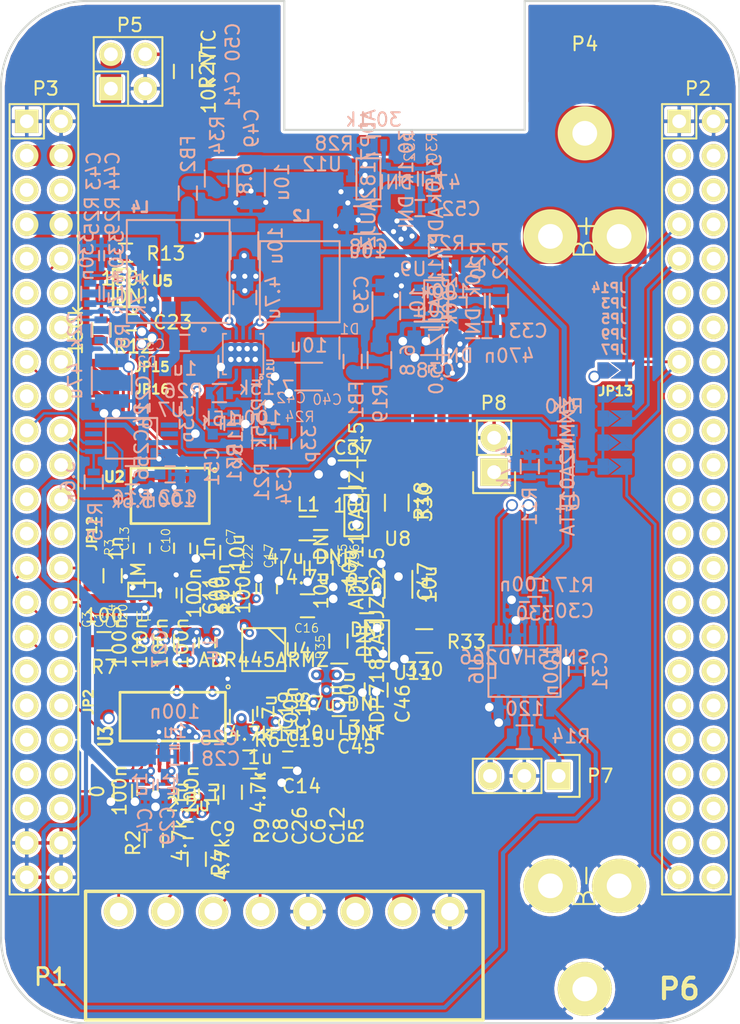
<source format=kicad_pcb>
(kicad_pcb (version 4) (host pcbnew "(2015-02-03 BZR 5404)-product")
  (title_block (title SeisCape) (date "Friday, December 26, 2014") (rev A))
  (layers (0 F.Cu signal) (1 In1.Cu power hide) (2 In2.Cu power hide) (31 B.Cu signal hide) (34 B.Paste user) (35 F.Paste user) (36 B.SilkS user) (37 F.SilkS user) (38 B.Mask user) (39 F.Mask user) (44 Edge.Cuts user))
  (net 0 "")
  (net 1 AVSS)
  (net 2 +2.5V)
  (net 3 +3.3V)
  (net 4 GND)
  (net 5 "Net-(C6-Pad2)")
  (net 6 "Net-(C10-Pad2)")
  (net 7 "Net-(C12-Pad1)")
  (net 8 "Net-(C13-Pad1)")
  (net 9 "Net-(C13-Pad2)")
  (net 10 "Net-(C14-Pad2)")
  (net 11 "Net-(C15-Pad2)")
  (net 12 +15V)
  (net 13 "Net-(C18-Pad2)")
  (net 14 "Net-(C21-Pad2)")
  (net 15 "Net-(C23-Pad2)")
  (net 16 "Net-(C24-Pad2)")
  (net 17 "Net-(C26-Pad2)")
  (net 18 +5V)
  (net 19 "Net-(C33-Pad1)")
  (net 20 "Net-(C34-Pad1)")
  (net 21 "Net-(C34-Pad2)")
  (net 22 "Net-(C36-Pad2)")
  (net 23 "Net-(C37-Pad2)")
  (net 24 "Net-(C39-Pad2)")
  (net 25 "Net-(C42-Pad2)")
  (net 26 "Net-(C43-Pad2)")
  (net 27 "Net-(C44-Pad1)")
  (net 28 "Net-(C46-Pad1)")
  (net 29 "Net-(C47-Pad1)")
  (net 30 -15V)
  (net 31 "Net-(C49-Pad1)")
  (net 32 "Net-(C50-Pad1)")
  (net 33 "Net-(C51-Pad2)")
  (net 34 "Net-(C52-Pad2)")
  (net 35 "Net-(C53-Pad1)")
  (net 36 "Net-(C53-Pad2)")
  (net 37 "Net-(D1-Pad1)")
  (net 38 tclkin)
  (net 39 timer4)
  (net 40 timer5)
  (net 41 pru1_0)
  (net 42 pru_ecap0)
  (net 43 pru0_3)
  (net 44 "Net-(JP13-Pad1)")
  (net 45 cape_en)
  (net 46 "Net-(JP15-Pad2)")
  (net 47 "Net-(JP16-Pad2)")
  (net 48 "Net-(P1-Pad5)")
  (net 49 "Net-(P1-Pad6)")
  (net 50 "Net-(P1-Pad7)")
  (net 51 "Net-(P1-Pad8)")
  (net 52 "Net-(P2-Pad3)")
  (net 53 "Net-(P2-Pad4)")
  (net 54 "Net-(P2-Pad5)")
  (net 55 "Net-(P2-Pad6)")
  (net 56 "Net-(P2-Pad8)")
  (net 57 "Net-(P2-Pad10)")
  (net 58 "Net-(P2-Pad11)")
  (net 59 "Net-(P2-Pad12)")
  (net 60 "Net-(P2-Pad13)")
  (net 61 "Net-(P2-Pad14)")
  (net 62 "Net-(P2-Pad16)")
  (net 63 "Net-(P2-Pad17)")
  (net 64 "Net-(P2-Pad18)")
  (net 65 "Net-(P2-Pad19)")
  (net 66 "Net-(P2-Pad20)")
  (net 67 "Net-(P2-Pad21)")
  (net 68 "Net-(P2-Pad22)")
  (net 69 "Net-(P2-Pad23)")
  (net 70 "Net-(P2-Pad24)")
  (net 71 "Net-(P2-Pad25)")
  (net 72 "Net-(P2-Pad26)")
  (net 73 "Net-(P2-Pad27)")
  (net 74 "Net-(P2-Pad28)")
  (net 75 "Net-(P2-Pad29)")
  (net 76 "Net-(P2-Pad30)")
  (net 77 "Net-(P2-Pad31)")
  (net 78 "Net-(P2-Pad32)")
  (net 79 "Net-(P2-Pad33)")
  (net 80 "Net-(P2-Pad34)")
  (net 81 "Net-(P2-Pad35)")
  (net 82 "Net-(P2-Pad36)")
  (net 83 "Net-(P2-Pad37)")
  (net 84 "Net-(P2-Pad38)")
  (net 85 "Net-(P2-Pad39)")
  (net 86 "Net-(P2-Pad40)")
  (net 87 "Net-(P2-Pad41)")
  (net 88 "Net-(P2-Pad42)")
  (net 89 "Net-(P2-Pad43)")
  (net 90 "Net-(P2-Pad44)")
  (net 91 "Net-(P2-Pad46)")
  (net 92 "Net-(P3-Pad3)")
  (net 93 "Net-(P3-Pad5)")
  (net 94 "Net-(P3-Pad6)")
  (net 95 "Net-(P3-Pad9)")
  (net 96 "Net-(P3-Pad11)")
  (net 97 "Net-(P3-Pad12)")
  (net 98 "Net-(P3-Pad13)")
  (net 99 "Net-(P3-Pad14)")
  (net 100 "Net-(P3-Pad16)")
  (net 101 "Net-(P3-Pad17)")
  (net 102 "Net-(P3-Pad18)")
  (net 103 "Net-(P3-Pad19)")
  (net 104 "Net-(P3-Pad20)")
  (net 105 "Net-(P3-Pad21)")
  (net 106 "Net-(P3-Pad22)")
  (net 107 "Net-(P3-Pad23)")
  (net 108 dcan1_rx)
  (net 109 "Net-(P3-Pad25)")
  (net 110 dcan1_tx)
  (net 111 "Net-(P3-Pad27)")
  (net 112 "Net-(P3-Pad30)")
  (net 113 "Net-(P3-Pad31)")
  (net 114 "Net-(P3-Pad32)")
  (net 115 "Net-(P3-Pad33)")
  (net 116 "Net-(P3-Pad34)")
  (net 117 "Net-(P3-Pad35)")
  (net 118 "Net-(P3-Pad36)")
  (net 119 "Net-(P3-Pad37)")
  (net 120 "Net-(P3-Pad38)")
  (net 121 "Net-(P3-Pad39)")
  (net 122 "Net-(P3-Pad40)")
  (net 123 "Net-(P3-Pad42)")
  (net 124 /BAT)
  (net 125 /TS)
  (net 126 "Net-(R7-Pad1)")
  (net 127 "Net-(R9-Pad1)")
  (net 128 "Net-(R17-Pad1)")
  (net 129 "Net-(R20-Pad2)")
  (net 130 "Net-(R28-Pad2)")
  (net 131 "Net-(R35-Pad2)")
  (net 132 "Net-(U1-Pad1)")
  (net 133 "Net-(U3-Pad4)")
  (net 134 "Net-(U3-Pad9)")
  (net 135 "Net-(U3-Pad19)")
  (net 136 "Net-(U3-Pad20)")
  (net 137 "Net-(U4-Pad1)")
  (net 138 "Net-(U4-Pad3)")
  (net 139 "Net-(U4-Pad5)")
  (net 140 "Net-(U4-Pad7)")
  (net 141 "Net-(U4-Pad8)")
  (net 142 "Net-(U7-Pad1)")
  (net 143 "Net-(U7-Pad2)")
  (net 144 "Net-(U7-Pad7)")
  (net 145 "Net-(FB1-Pad1)")
  (net 146 "Net-(FB2-Pad1)")
  (net 147 "Net-(P7-Pad1)")
  (net 148 "Net-(P7-Pad3)")
  (net 149 "Net-(P8-Pad1)")
  (net 150 "Net-(JP12-Pad1)")
  (net 151 "Net-(JP3-Pad1)")
  (module Capacitors_SMD:C_0603 (layer F.Cu) (at 37.592 83.6295 270)
    (fp_text reference C1 (at -1.7145 4.953 270) (layer F.SilkS) (effects (font (size 0.635 0.635) (thickness 0.0762))))
    (fp_text value 100n (at 0 1.9 270) (layer F.SilkS))
    (pad 1 smd rect (at -0.75 0 270) (size 0.8 0.75) (layers F.Cu F.Paste F.Mask) (net 1 AVSS))
    (pad 2 smd rect (at 0.75 0 270) (size 0.8 0.75) (layers F.Cu F.Paste F.Mask) (net 2 +2.5V))
  )
  (module Capacitors_SMD:C_0603 (layer F.Cu) (at 36.068 83.6295 270)
    (fp_text reference C3 (at -1.7145 4.318 270) (layer F.SilkS) (effects (font (size 0.635 0.635) (thickness 0.0762))))
    (fp_text value 100n (at 0 1.9 270) (layer F.SilkS))
    (pad 1 smd rect (at -0.75 0 270) (size 0.8 0.75) (layers F.Cu F.Paste F.Mask) (net 1 AVSS))
    (pad 2 smd rect (at 0.75 0 270) (size 0.8 0.75) (layers F.Cu F.Paste F.Mask) (net 2 +2.5V))
  )
  (module Capacitors_SMD:C_0603 (layer B.Cu) (at 36.068 94.107 270)
    (fp_text reference C4 (at 2.667 0 270) (layer B.SilkS) (effects (justify mirror)))
    (fp_text value 1u (at 0 -1.9 270) (layer B.SilkS) (effects (justify mirror)))
    (pad 1 smd rect (at -0.75 0 270) (size 0.8 0.75) (layers B.Cu B.Paste B.Mask) (net 3 +3.3V))
    (pad 2 smd rect (at 0.75 0 270) (size 0.8 0.75) (layers B.Cu B.Paste B.Mask) (net 4 GND))
  )
  (module Capacitors_SMD:C_0603 (layer F.Cu) (at 39.116 94.8055 90)
    (fp_text reference C6 (at -2.7305 9.779 90) (layer F.SilkS))
    (fp_text value 1u (at 0 1.9 90) (layer F.SilkS))
    (pad 1 smd rect (at -0.75 0 90) (size 0.8 0.75) (layers F.Cu F.Paste F.Mask) (net 1 AVSS))
    (pad 2 smd rect (at 0.75 0 90) (size 0.8 0.75) (layers F.Cu F.Paste F.Mask) (net 5 "Net-(C6-Pad2)"))
  )
  (module Capacitors_SMD:C_0805 (layer F.Cu) (at 40.767 76.962 90)
    (fp_text reference C7 (at 1.143 1.651 90) (layer F.SilkS) (effects (font (size 0.635 0.635) (thickness 0.0762))))
    (fp_text value 10u (at 0 2.1 90) (layer F.SilkS))
    (pad 1 smd rect (at -1 0 90) (size 1 1.25) (layers F.Cu F.Paste F.Mask) (net 4 GND))
    (pad 2 smd rect (at 1 0 90) (size 1 1.25) (layers F.Cu F.Paste F.Mask) (net 6 "Net-(C10-Pad2)"))
  )
  (module Capacitors_SMD:C_0603 (layer F.Cu) (at 36.068 94.5515 270)
    (fp_text reference C8 (at 2.9845 -10.033 270) (layer F.SilkS))
    (fp_text value 100n (at 0 1.9 270) (layer F.SilkS))
    (pad 1 smd rect (at -0.75 0 270) (size 0.8 0.75) (layers F.Cu F.Paste F.Mask) (net 3 +3.3V))
    (pad 2 smd rect (at 0.75 0 270) (size 0.8 0.75) (layers F.Cu F.Paste F.Mask) (net 4 GND))
  )
  (module Capacitors_SMD:C_0603 (layer F.Cu) (at 39.243 97.4725 180)
    (fp_text reference C9 (at -2.54 0.0635 180) (layer F.SilkS))
    (fp_text value 2.2u (at 0 1.9 180) (layer F.SilkS))
    (pad 1 smd rect (at -0.75 0 180) (size 0.8 0.75) (layers F.Cu F.Paste F.Mask) (net 7 "Net-(C12-Pad1)"))
    (pad 2 smd rect (at 0.75 0 180) (size 0.8 0.75) (layers F.Cu F.Paste F.Mask) (net 5 "Net-(C6-Pad2)"))
  )
  (module Capacitors_SMD:C_0603 (layer F.Cu) (at 38.7985 76.6445 90)
    (fp_text reference C10 (at 0.5715 -1.2065 90) (layer F.SilkS) (effects (font (size 0.635 0.635) (thickness 0.0762))))
    (fp_text value 1n (at 0 1.9 90) (layer F.SilkS))
    (pad 1 smd rect (at -0.75 0 90) (size 0.8 0.75) (layers F.Cu F.Paste F.Mask) (net 4 GND))
    (pad 2 smd rect (at 0.75 0 90) (size 0.8 0.75) (layers F.Cu F.Paste F.Mask) (net 6 "Net-(C10-Pad2)"))
  )
  (module Capacitors_SMD:C_0603 (layer F.Cu) (at 37.7825 79.9465 90)
    (fp_text reference C11 (at -0.1905 3.1115 270) (layer F.SilkS))
    (fp_text value 100n (at 0 1.9 90) (layer F.SilkS))
    (pad 1 smd rect (at -0.75 0 90) (size 0.8 0.75) (layers F.Cu F.Paste F.Mask) (net 3 +3.3V))
    (pad 2 smd rect (at 0.75 0 90) (size 0.8 0.75) (layers F.Cu F.Paste F.Mask) (net 4 GND))
  )
  (module Capacitors_SMD:C_0603 (layer F.Cu) (at 40.64 94.8055 270)
    (fp_text reference C12 (at 2.3495 -9.652 270) (layer F.SilkS))
    (fp_text value 1u (at 0 1.9 270) (layer F.SilkS))
    (pad 1 smd rect (at -0.75 0 270) (size 0.8 0.75) (layers F.Cu F.Paste F.Mask) (net 7 "Net-(C12-Pad1)"))
    (pad 2 smd rect (at 0.75 0 270) (size 0.8 0.75) (layers F.Cu F.Paste F.Mask) (net 1 AVSS))
  )
  (module Capacitors_SMD:C_0603 (layer F.Cu) (at 35.814 76.6445 270)
    (fp_text reference C13 (at -0.6985 1.27 270) (layer F.SilkS) (effects (font (size 0.635 0.635) (thickness 0.0762))))
    (fp_text value 1n (at 0 1.9 270) (layer F.SilkS))
    (pad 1 smd rect (at -0.75 0 270) (size 0.8 0.75) (layers F.Cu F.Paste F.Mask) (net 8 "Net-(C13-Pad1)"))
    (pad 2 smd rect (at 0.75 0 270) (size 0.8 0.75) (layers F.Cu F.Paste F.Mask) (net 9 "Net-(C13-Pad2)"))
  )
  (module Capacitors_SMD:C_0603 (layer F.Cu) (at 44.577 93.98 180)
    (fp_text reference C14 (at -3.048 -0.254 180) (layer F.SilkS))
    (fp_text value 1u (at 0 1.9 180) (layer F.SilkS))
    (pad 1 smd rect (at -0.75 0 180) (size 0.8 0.75) (layers F.Cu F.Paste F.Mask) (net 4 GND))
    (pad 2 smd rect (at 0.75 0 180) (size 0.8 0.75) (layers F.Cu F.Paste F.Mask) (net 10 "Net-(C14-Pad2)"))
  )
  (module Capacitors_SMD:C_0603 (layer F.Cu) (at 46.609 92.2655 180)
    (fp_text reference C15 (at -1.27 1.4605 180) (layer F.SilkS))
    (fp_text value 1u (at 0 1.9 180) (layer F.SilkS))
    (pad 1 smd rect (at -0.75 0 180) (size 0.8 0.75) (layers F.Cu F.Paste F.Mask) (net 4 GND))
    (pad 2 smd rect (at 0.75 0 180) (size 0.8 0.75) (layers F.Cu F.Paste F.Mask) (net 11 "Net-(C15-Pad2)"))
  )
  (module Capacitors_SMD:C_0805 (layer F.Cu) (at 48.0695 80.899 180)
    (fp_text reference C16 (at 0.0635 -1.651 180) (layer F.SilkS) (effects (font (size 0.635 0.635) (thickness 0.0762))))
    (fp_text value 4.7u (at 0 2.1 180) (layer F.SilkS))
    (pad 1 smd rect (at -1 0 180) (size 1 1.25) (layers F.Cu F.Paste F.Mask) (net 4 GND))
    (pad 2 smd rect (at 1 0 180) (size 1 1.25) (layers F.Cu F.Paste F.Mask) (net 12 +15V))
  )
  (module Capacitors_SMD:C_0603 (layer F.Cu) (at 45.212 79.629 270)
    (fp_text reference C17 (at -2.413 0 270) (layer F.SilkS) (effects (font (size 0.635 0.635) (thickness 0.0762))))
    (fp_text value 100n (at 0 1.9 270) (layer F.SilkS))
    (pad 1 smd rect (at -0.75 0 270) (size 0.8 0.75) (layers F.Cu F.Paste F.Mask) (net 4 GND))
    (pad 2 smd rect (at 0.75 0 270) (size 0.8 0.75) (layers F.Cu F.Paste F.Mask) (net 12 +15V))
  )
  (module Capacitors_SMD:C_0603 (layer F.Cu) (at 44.958 88.7095 90)
    (fp_text reference C18 (at 0.0635 2.794 90) (layer F.SilkS))
    (fp_text value 100n (at 0 1.9 90) (layer F.SilkS))
    (pad 1 smd rect (at -0.75 0 90) (size 0.8 0.75) (layers F.Cu F.Paste F.Mask) (net 1 AVSS))
    (pad 2 smd rect (at 0.75 0 90) (size 0.8 0.75) (layers F.Cu F.Paste F.Mask) (net 13 "Net-(C18-Pad2)"))
  )
  (module Capacitors_SMD:C_0805 (layer F.Cu) (at 43.18 89.0905 90)
    (fp_text reference C19 (at 0.4445 3.302 90) (layer F.SilkS))
    (fp_text value 4.7u (at 0 2.1 90) (layer F.SilkS))
    (pad 1 smd rect (at -1 0 90) (size 1 1.25) (layers F.Cu F.Paste F.Mask) (net 1 AVSS))
    (pad 2 smd rect (at 1 0 90) (size 1 1.25) (layers F.Cu F.Paste F.Mask) (net 13 "Net-(C18-Pad2)"))
  )
  (module Capacitors_SMD:C_0603 (layer F.Cu) (at 40.64 83.6295 270)
    (fp_text reference C20 (at -1.9685 6.223 270) (layer F.SilkS) (effects (font (size 0.635 0.635) (thickness 0.0762))))
    (fp_text value 100n (at 0 1.9 270) (layer F.SilkS))
    (pad 1 smd rect (at -0.75 0 270) (size 0.8 0.75) (layers F.Cu F.Paste F.Mask) (net 1 AVSS))
    (pad 2 smd rect (at 0.75 0 270) (size 0.8 0.75) (layers F.Cu F.Paste F.Mask) (net 13 "Net-(C18-Pad2)"))
  )
  (module Capacitors_SMD:C_1210 (layer B.Cu) (at 33.5915 64.262 90)
    (fp_text reference C21 (at -1.016 2.3495 90) (layer B.SilkS) (effects (justify mirror)))
    (fp_text value 47u (at 0 -2.7 90) (layer B.SilkS) (effects (justify mirror)))
    (pad 1 smd rect (at -1.5 0 90) (size 1 2.5) (layers B.Cu B.Paste B.Mask) (net 4 GND))
    (pad 2 smd rect (at 1.5 0 90) (size 1 2.5) (layers B.Cu B.Paste B.Mask) (net 14 "Net-(C21-Pad2)"))
  )
  (module Capacitors_SMD:C_0603 (layer F.Cu) (at 43.688 79.629 270)
    (fp_text reference C22 (at -2.413 0 270) (layer F.SilkS) (effects (font (size 0.635 0.635) (thickness 0.0762))))
    (fp_text value 100n (at 0 1.9 270) (layer F.SilkS))
    (pad 1 smd rect (at -0.75 0 270) (size 0.8 0.75) (layers F.Cu F.Paste F.Mask) (net 4 GND))
    (pad 2 smd rect (at 0.75 0 270) (size 0.8 0.75) (layers F.Cu F.Paste F.Mask) (net 1 AVSS))
  )
  (module Capacitors_SMD:C_0603 (layer F.Cu) (at 35.052 59.944 180)
    (fp_text reference C23 (at -3.048 0 180) (layer F.SilkS))
    (fp_text value DNI (at 0 1.9 180) (layer F.SilkS))
    (pad 1 smd rect (at -0.75 0 180) (size 0.8 0.75) (layers F.Cu F.Paste F.Mask) (net 3 +3.3V))
    (pad 2 smd rect (at 0.75 0 180) (size 0.8 0.75) (layers F.Cu F.Paste F.Mask) (net 15 "Net-(C23-Pad2)"))
  )
  (module Capacitors_SMD:C_0603 (layer F.Cu) (at 39.116 83.6295 270)
    (fp_text reference C24 (at -1.9685 5.588 270) (layer F.SilkS) (effects (font (size 0.635 0.635) (thickness 0.0762))))
    (fp_text value 100n (at 0 1.9 270) (layer F.SilkS))
    (pad 1 smd rect (at -0.75 0 270) (size 0.8 0.75) (layers F.Cu F.Paste F.Mask) (net 1 AVSS))
    (pad 2 smd rect (at 0.75 0 270) (size 0.8 0.75) (layers F.Cu F.Paste F.Mask) (net 16 "Net-(C24-Pad2)"))
  )
  (module Capacitors_SMD:C_0603 (layer B.Cu) (at 38.2524 90.6272)
    (fp_text reference C25 (at 3.2766 0.0508) (layer B.SilkS) (effects (justify mirror)))
    (fp_text value 100n (at 0 -1.9) (layer B.SilkS) (effects (justify mirror)))
    (pad 1 smd rect (at -0.75 0) (size 0.8 0.75) (layers B.Cu B.Paste B.Mask) (net 4 GND))
    (pad 2 smd rect (at 0.75 0) (size 0.8 0.75) (layers B.Cu B.Paste B.Mask) (net 1 AVSS))
  )
  (module Capacitors_SMD:C_0603 (layer F.Cu) (at 37.592 94.5515 90)
    (fp_text reference C26 (at -2.6035 9.906 90) (layer F.SilkS))
    (fp_text value 100n (at 0 1.9 90) (layer F.SilkS))
    (pad 1 smd rect (at -0.75 0 90) (size 0.8 0.75) (layers F.Cu F.Paste F.Mask) (net 4 GND))
    (pad 2 smd rect (at 0.75 0 90) (size 0.8 0.75) (layers F.Cu F.Paste F.Mask) (net 17 "Net-(C26-Pad2)"))
  )
  (module Capacitors_SMD:C_0603 (layer B.Cu) (at 39.0144 84.074 270)
    (fp_text reference C27 (at 0 1.9 270) (layer B.SilkS) (effects (justify mirror)))
    (fp_text value 1u (at 0 -1.9 270) (layer B.SilkS) (effects (justify mirror)))
    (pad 1 smd rect (at -0.75 0 270) (size 0.8 0.75) (layers B.Cu B.Paste B.Mask) (net 1 AVSS))
    (pad 2 smd rect (at 0.75 0 270) (size 0.8 0.75) (layers B.Cu B.Paste B.Mask) (net 16 "Net-(C24-Pad2)"))
  )
  (module Capacitors_SMD:C_0603 (layer B.Cu) (at 38.2524 92.0496)
    (fp_text reference C28 (at 3.4036 0.1524) (layer B.SilkS) (effects (justify mirror)))
    (fp_text value 1u (at 0 -1.9) (layer B.SilkS) (effects (justify mirror)))
    (pad 1 smd rect (at -0.75 0) (size 0.8 0.75) (layers B.Cu B.Paste B.Mask) (net 4 GND))
    (pad 2 smd rect (at 0.75 0) (size 0.8 0.75) (layers B.Cu B.Paste B.Mask) (net 1 AVSS))
  )
  (module Capacitors_SMD:C_0603 (layer B.Cu) (at 37.592 94.107 90)
    (fp_text reference C29 (at -3.048 0.127 90) (layer B.SilkS) (effects (justify mirror)))
    (fp_text value 1u (at 0 -1.9 90) (layer B.SilkS) (effects (justify mirror)))
    (pad 1 smd rect (at -0.75 0 90) (size 0.8 0.75) (layers B.Cu B.Paste B.Mask) (net 4 GND))
    (pad 2 smd rect (at 0.75 0 90) (size 0.8 0.75) (layers B.Cu B.Paste B.Mask) (net 17 "Net-(C26-Pad2)"))
  )
  (module Capacitors_SMD:C_0603 (layer B.Cu) (at 64.1223 81.2165)
    (fp_text reference C30 (at 3.6957 0.0635) (layer B.SilkS) (effects (justify mirror)))
    (fp_text value 100n (at 0 -1.9) (layer B.SilkS) (effects (justify mirror)))
    (pad 1 smd rect (at -0.75 0) (size 0.8 0.75) (layers B.Cu B.Paste B.Mask) (net 4 GND))
    (pad 2 smd rect (at 0.75 0) (size 0.8 0.75) (layers B.Cu B.Paste B.Mask) (net 18 +5V))
  )
  (module Capacitors_SMD:C_0603 (layer B.Cu) (at 67.9958 85.725 90)
    (fp_text reference C31 (at 0 1.7272 90) (layer B.SilkS) (effects (justify mirror)))
    (fp_text value 100n (at 0 -1.9 90) (layer B.SilkS) (effects (justify mirror)))
    (pad 1 smd rect (at -0.75 0 90) (size 0.8 0.75) (layers B.Cu B.Paste B.Mask) (net 3 +3.3V))
    (pad 2 smd rect (at 0.75 0 90) (size 0.8 0.75) (layers B.Cu B.Paste B.Mask) (net 4 GND))
  )
  (module Capacitors_SMD:C_0603 (layer B.Cu) (at 37.9095 71.1835 180)
    (fp_text reference C32 (at -0.5715 -1.7145 180) (layer B.SilkS) (effects (justify mirror)))
    (fp_text value 100n (at 0 -1.9 180) (layer B.SilkS) (effects (justify mirror)))
    (pad 1 smd rect (at -0.75 0 180) (size 0.8 0.75) (layers B.Cu B.Paste B.Mask) (net 4 GND))
    (pad 2 smd rect (at 0.75 0 180) (size 0.8 0.75) (layers B.Cu B.Paste B.Mask) (net 3 +3.3V))
  )
  (module Capacitors_SMD:C_0603 (layer B.Cu) (at 61.341 60.5155 180)
    (fp_text reference C33 (at -3.048 -0.0635 180) (layer B.SilkS) (effects (justify mirror)))
    (fp_text value "470n DNI" (at 0 -1.9 180) (layer B.SilkS) (effects (justify mirror)))
    (pad 1 smd rect (at -0.75 0 180) (size 0.8 0.75) (layers B.Cu B.Paste B.Mask) (net 19 "Net-(C33-Pad1)"))
    (pad 2 smd rect (at 0.75 0 180) (size 0.8 0.75) (layers B.Cu B.Paste B.Mask) (net 12 +15V))
  )
  (module Capacitors_SMD:C_0603 (layer B.Cu) (at 46.2788 68.9356 270)
    (fp_text reference C34 (at 3.0734 -0.0762 450) (layer B.SilkS) (effects (justify mirror)))
    (fp_text value 33p (at 0 -1.9 270) (layer B.SilkS) (effects (justify mirror)))
    (pad 1 smd rect (at -0.75 0 270) (size 0.8 0.75) (layers B.Cu B.Paste B.Mask) (net 20 "Net-(C34-Pad1)"))
    (pad 2 smd rect (at 0.75 0 270) (size 0.8 0.75) (layers B.Cu B.Paste B.Mask) (net 21 "Net-(C34-Pad2)"))
  )
  (module Capacitors_SMD:C_0805 (layer F.Cu) (at 46.99 78.105 90)
    (fp_text reference C35 (at 0.889 3.683 90) (layer F.SilkS) (effects (font (size 0.635 0.635) (thickness 0.0762))))
    (fp_text value "10u DNI" (at 0 2.1 90) (layer F.SilkS))
    (pad 1 smd rect (at -1 0 90) (size 1 1.25) (layers F.Cu F.Paste F.Mask) (net 4 GND))
    (pad 2 smd rect (at 1 0 90) (size 1 1.25) (layers F.Cu F.Paste F.Mask) (net 2 +2.5V))
  )
  (module Capacitors_SMD:C_0805 (layer F.Cu) (at 49.0855 78.105 90)
    (fp_text reference C36 (at 0.889 2.4765 90) (layer F.SilkS) (effects (font (size 0.635 0.635) (thickness 0.0762))))
    (fp_text value 10u (at 0 2.1 90) (layer F.SilkS))
    (pad 1 smd rect (at -1 0 90) (size 1 1.25) (layers F.Cu F.Paste F.Mask) (net 4 GND))
    (pad 2 smd rect (at 1 0 90) (size 1 1.25) (layers F.Cu F.Paste F.Mask) (net 22 "Net-(C36-Pad2)"))
  )
  (module Capacitors_SMD:C_1206 (layer F.Cu) (at 51.3715 71.1835)
    (fp_text reference C37 (at 0.0635 -1.9685) (layer F.SilkS))
    (fp_text value 10u (at 0 2.3) (layer F.SilkS))
    (pad 1 smd rect (at -1.5 0) (size 1 1.6) (layers F.Cu F.Paste F.Mask) (net 4 GND))
    (pad 2 smd rect (at 1.5 0) (size 1 1.6) (layers F.Cu F.Paste F.Mask) (net 23 "Net-(C37-Pad2)"))
  )
  (module Capacitors_SMD:C_1206 (layer B.Cu) (at 57.4675 61.341)
    (fp_text reference C38 (at 0.0635 2.159) (layer B.SilkS) (effects (justify mirror)))
    (fp_text value 10u (at 0 -2.3) (layer B.SilkS) (effects (justify mirror)))
    (pad 1 smd rect (at -1.5 0) (size 1 1.6) (layers B.Cu B.Paste B.Mask) (net 4 GND))
    (pad 2 smd rect (at 1.5 0) (size 1 1.6) (layers B.Cu B.Paste B.Mask) (net 12 +15V))
  )
  (module Capacitors_SMD:C_1206 (layer B.Cu) (at 53.8988 58.7248 270)
    (fp_text reference C39 (at -0.8128 1.8288 450) (layer B.SilkS) (effects (justify mirror)))
    (fp_text value 10u (at 0 -2.3 270) (layer B.SilkS) (effects (justify mirror)))
    (pad 1 smd rect (at -1.5 0 270) (size 1 1.6) (layers B.Cu B.Paste B.Mask) (net 4 GND))
    (pad 2 smd rect (at 1.5 0 270) (size 1 1.6) (layers B.Cu B.Paste B.Mask) (net 24 "Net-(C39-Pad2)"))
  )
  (module Capacitors_SMD:C_1206 (layer B.Cu) (at 48.1584 63.9572)
    (fp_text reference C40 (at 1.3716 1.7018) (layer B.SilkS) (effects (font (size 0.762 0.762) (thickness 0.1016)) (justify mirror)))
    (fp_text value 10u (at 0 -2.3) (layer B.SilkS) (effects (justify mirror)))
    (pad 1 smd rect (at -1.5 0) (size 1 1.6) (layers B.Cu B.Paste B.Mask) (net 4 GND))
    (pad 2 smd rect (at 1.5 0) (size 1 1.6) (layers B.Cu B.Paste B.Mask) (net 21 "Net-(C34-Pad2)"))
  )
  (module Capacitors_SMD:C_0805 (layer B.Cu) (at 43.434 58.1152 270)
    (fp_text reference C41 (at -15.3162 0.889 450) (layer B.SilkS) (effects (justify mirror)))
    (fp_text value 4.7u (at 0 -2.1 270) (layer B.SilkS) (effects (justify mirror)))
    (pad 1 smd rect (at -1 0 270) (size 1 1.25) (layers B.Cu B.Paste B.Mask) (net 4 GND))
    (pad 2 smd rect (at 1 0 270) (size 1 1.25) (layers B.Cu B.Paste B.Mask) (net 18 +5V))
  )
  (module Capacitors_SMD:C_0603 (layer B.Cu) (at 44.2976 65.1256 180)
    (fp_text reference C42 (at -2.5654 -0.4064 180) (layer B.SilkS) (effects (font (size 0.762 0.762) (thickness 0.1016)) (justify mirror)))
    (fp_text value 100n (at 0 -1.9 180) (layer B.SilkS) (effects (justify mirror)))
    (pad 1 smd rect (at -0.75 0 180) (size 0.8 0.75) (layers B.Cu B.Paste B.Mask) (net 4 GND))
    (pad 2 smd rect (at 0.75 0 180) (size 0.8 0.75) (layers B.Cu B.Paste B.Mask) (net 25 "Net-(C42-Pad2)"))
  )
  (module Capacitors_SMD:C_0603 (layer B.Cu) (at 32.0548 55.0164 270)
    (fp_text reference C43 (at -6.2484 -0.2032 270) (layer B.SilkS) (effects (justify mirror)))
    (fp_text value 330n (at 0 -1.9 270) (layer B.SilkS) (effects (justify mirror)))
    (pad 1 smd rect (at -0.75 0 270) (size 0.8 0.75) (layers B.Cu B.Paste B.Mask) (net 4 GND))
    (pad 2 smd rect (at 0.75 0 270) (size 0.8 0.75) (layers B.Cu B.Paste B.Mask) (net 26 "Net-(C43-Pad2)"))
  )
  (module Capacitors_SMD:C_0603 (layer B.Cu) (at 33.6296 55.0164 90)
    (fp_text reference C44 (at 6.2484 0.0254 90) (layer B.SilkS) (effects (justify mirror)))
    (fp_text value 330n (at 0 -1.9 90) (layer B.SilkS) (effects (justify mirror)))
    (pad 1 smd rect (at -0.75 0 90) (size 0.8 0.75) (layers B.Cu B.Paste B.Mask) (net 27 "Net-(C44-Pad1)"))
    (pad 2 smd rect (at 0.75 0 90) (size 0.8 0.75) (layers B.Cu B.Paste B.Mask) (net 4 GND))
  )
  (module Capacitors_SMD:C_0805 (layer F.Cu) (at 50.419 88.2015)
    (fp_text reference C45 (at 1.27 3.1115) (layer F.SilkS))
    (fp_text value "10u DNI" (at 0 2.1) (layer F.SilkS))
    (pad 1 smd rect (at -1 0) (size 1 1.25) (layers F.Cu F.Paste F.Mask) (net 1 AVSS))
    (pad 2 smd rect (at 1 0) (size 1 1.25) (layers F.Cu F.Paste F.Mask) (net 4 GND))
  )
  (module Capacitors_SMD:C_0805 (layer F.Cu) (at 53.1495 87.122 270)
    (fp_text reference C46 (at 1.016 -1.9685 270) (layer F.SilkS))
    (fp_text value 10u (at 0 2.1 270) (layer F.SilkS))
    (pad 1 smd rect (at -1 0 270) (size 1 1.25) (layers F.Cu F.Paste F.Mask) (net 28 "Net-(C46-Pad1)"))
    (pad 2 smd rect (at 1 0 270) (size 1 1.25) (layers F.Cu F.Paste F.Mask) (net 4 GND))
  )
  (module Capacitors_SMD:C_1206 (layer F.Cu) (at 54.8005 79.3115 90)
    (fp_text reference C47 (at 0.1905 1.9685 90) (layer F.SilkS))
    (fp_text value 10u (at 0 2.3 90) (layer F.SilkS))
    (pad 1 smd rect (at -1.5 0 90) (size 1 1.6) (layers F.Cu F.Paste F.Mask) (net 29 "Net-(C47-Pad1)"))
    (pad 2 smd rect (at 1.5 0 90) (size 1 1.6) (layers F.Cu F.Paste F.Mask) (net 4 GND))
  )
  (module Capacitors_SMD:C_1206 (layer B.Cu) (at 52.5145 52.3875 180)
    (fp_text reference C48 (at -0.0635 -1.9685 180) (layer B.SilkS) (effects (justify mirror)))
    (fp_text value 10u (at 0 -2.3 180) (layer B.SilkS) (effects (justify mirror)))
    (pad 1 smd rect (at -1.5 0 180) (size 1 1.6) (layers B.Cu B.Paste B.Mask) (net 30 -15V))
    (pad 2 smd rect (at 1.5 0 180) (size 1 1.6) (layers B.Cu B.Paste B.Mask) (net 4 GND))
  )
  (module Capacitors_SMD:C_1206 (layer B.Cu) (at 43.8912 49.5808 270)
    (fp_text reference C49 (at -3.9878 -0.0508 450) (layer B.SilkS) (effects (justify mirror)))
    (fp_text value 10u (at 0 -2.3 270) (layer B.SilkS) (effects (justify mirror)))
    (pad 1 smd rect (at -1.5 0 270) (size 1 1.6) (layers B.Cu B.Paste B.Mask) (net 31 "Net-(C49-Pad1)"))
    (pad 2 smd rect (at 1.5 0 270) (size 1 1.6) (layers B.Cu B.Paste B.Mask) (net 4 GND))
  )
  (module Capacitors_SMD:C_1206 (layer B.Cu) (at 43.4086 54.2798 270)
    (fp_text reference C50 (at -15.0368 0.8636 450) (layer B.SilkS) (effects (justify mirror)))
    (fp_text value 10u (at 0 -2.3 270) (layer B.SilkS) (effects (justify mirror)))
    (pad 1 smd rect (at -1.5 0 270) (size 1 1.6) (layers B.Cu B.Paste B.Mask) (net 32 "Net-(C50-Pad1)"))
    (pad 2 smd rect (at 1.5 0 270) (size 1 1.6) (layers B.Cu B.Paste B.Mask) (net 4 GND))
  )
  (module Capacitors_SMD:C_0603 (layer B.Cu) (at 41.0591 67.4624 90)
    (fp_text reference C51 (at -3.1496 -0.0381 270) (layer B.SilkS) (effects (justify mirror)))
    (fp_text value 33p (at 0 -1.9 90) (layer B.SilkS) (effects (justify mirror)))
    (pad 1 smd rect (at -0.75 0 90) (size 0.8 0.75) (layers B.Cu B.Paste B.Mask) (net 32 "Net-(C50-Pad1)"))
    (pad 2 smd rect (at 0.75 0 90) (size 0.8 0.75) (layers B.Cu B.Paste B.Mask) (net 33 "Net-(C51-Pad2)"))
  )
  (module Capacitors_SMD:C_0603 (layer B.Cu) (at 56.388 51.4985)
    (fp_text reference C52 (at 3.048 0.0635) (layer B.SilkS) (effects (justify mirror)))
    (fp_text value "47n DNI" (at 0 -1.9) (layer B.SilkS) (effects (justify mirror)))
    (pad 1 smd rect (at -0.75 0) (size 0.8 0.75) (layers B.Cu B.Paste B.Mask) (net 30 -15V))
    (pad 2 smd rect (at 0.75 0) (size 0.8 0.75) (layers B.Cu B.Paste B.Mask) (net 34 "Net-(C52-Pad2)"))
  )
  (module Capacitors_SMD:C_0603 (layer B.Cu) (at 38.989 61.468 180)
    (fp_text reference C53 (at 2.54 -0.127 180) (layer B.SilkS) (effects (font (size 0.762 0.762) (thickness 0.1016)) (justify mirror)))
    (fp_text value 1u (at 0 -1.9 180) (layer B.SilkS) (effects (justify mirror)))
    (pad 1 smd rect (at -0.75 0 180) (size 0.8 0.75) (layers B.Cu B.Paste B.Mask) (net 35 "Net-(C53-Pad1)"))
    (pad 2 smd rect (at 0.75 0 180) (size 0.8 0.75) (layers B.Cu B.Paste B.Mask) (net 36 "Net-(C53-Pad2)"))
  )
  (module kicad-fp:PowerDI123 (layer B.Cu) (at 47.4345 61.849 180)
    (fp_text reference D1 (at -3.7465 1.397 180) (layer B.SilkS) (effects (font (size 0.762 0.762) (thickness 0.1016)) (justify mirror)))
    (fp_text value DFLS130L hide)
    (pad 1 smd rect (at 0.95 0 180) (size 0.9 1.4) (layers B.Cu B.Paste B.Mask) (net 37 "Net-(D1-Pad1)"))
    (pad 2 smd rect (at -1.6 0 180) (size 2.2 1.4) (layers B.Cu B.Paste B.Mask) (net 21 "Net-(C34-Pad2)"))
  )
  (module kicad-fp:PowerDI123 (layer B.Cu) (at 38.481 63.2206 180)
    (fp_text reference D2 (at 2.286 0.3556 180) (layer B.SilkS) (effects (font (size 0.762 0.762) (thickness 0.1016)) (justify mirror)))
    (fp_text value DFLS130L hide)
    (pad 1 smd rect (at 0.95 0 180) (size 0.9 1.4) (layers B.Cu B.Paste B.Mask) (net 36 "Net-(C53-Pad2)"))
    (pad 2 smd rect (at -1.6 0 180) (size 2.2 1.4) (layers B.Cu B.Paste B.Mask) (net 4 GND))
  )
  (module kicad-fp:Solder_Bridge (layer F.Cu) (at 33.1216 88.3412 270)
    (fp_text reference JP2 (at -0.3302 1.2446 270) (layer F.SilkS) (effects (font (size 0.7 0.7) (thickness 0.16))))
    (fp_text value JUMPER hide)
    (pad 1 smd rect (at -1.2 0 270) (size 0.8 1.2) (layers F.Cu F.Paste F.Mask) (net 150 "Net-(JP12-Pad1)") (clearance 0.08))
    (pad 1 smd trapezoid (at -0.4 0 270) (size 0.8 0.6) (rect_delta 0.6 0) (layers F.Cu F.Paste F.Mask) (net 150 "Net-(JP12-Pad1)") (clearance 0.08))
    (pad 2 smd trapezoid (at 0.16 -0.3 270) (size 0.8 0.6) (rect_delta 0 -0.8) (layers F.Cu F.Paste F.Mask) (net 38 tclkin) (clearance 0.08))
    (pad 2 smd trapezoid (at 0.16 0.3 270) (size 0.8 0.6) (rect_delta 0 0.8) (layers F.Cu F.Paste F.Mask) (net 38 tclkin) (clearance 0.08))
    (pad 2 smd trapezoid (at 0.56 0 270) (size 0.8 0.6) (rect_delta -0.6 0) (layers F.Cu F.Paste F.Mask) (net 38 tclkin) (clearance 0.08))
  )
  (module kicad-fp:Solder_Bridge (layer B.Cu) (at 71.12 65.278)
    (fp_text reference JP3 (at -0.381 -6.731) (layer B.SilkS) (effects (font (size 0.7 0.7) (thickness 0.16)) (justify mirror)))
    (fp_text value JUMPER hide)
    (pad 1 smd rect (at -1.2 0) (size 0.8 1.2) (layers B.Cu B.Paste B.Mask) (net 151 "Net-(JP3-Pad1)") (clearance 0.08))
    (pad 1 smd trapezoid (at -0.4 0) (size 0.8 0.6) (rect_delta 0.6 0) (layers B.Cu B.Paste B.Mask) (net 151 "Net-(JP3-Pad1)") (clearance 0.08))
    (pad 2 smd trapezoid (at 0.16 0.3) (size 0.8 0.6) (rect_delta 0 0.8) (layers B.Cu B.Paste B.Mask) (net 39 timer4) (clearance 0.08))
    (pad 2 smd trapezoid (at 0.16 -0.3) (size 0.8 0.6) (rect_delta 0 -0.8) (layers B.Cu B.Paste B.Mask) (net 39 timer4) (clearance 0.08))
    (pad 2 smd trapezoid (at 0.56 0) (size 0.8 0.6) (rect_delta -0.6 0) (layers B.Cu B.Paste B.Mask) (net 39 timer4) (clearance 0.08))
  )
  (module kicad-fp:Solder_Bridge (layer B.Cu) (at 71.12 67.056)
    (fp_text reference JP5 (at -0.381 -7.366) (layer B.SilkS) (effects (font (size 0.7 0.7) (thickness 0.16)) (justify mirror)))
    (fp_text value JUMPER hide)
    (pad 1 smd rect (at -1.2 0) (size 0.8 1.2) (layers B.Cu B.Paste B.Mask) (net 151 "Net-(JP3-Pad1)") (clearance 0.08))
    (pad 1 smd trapezoid (at -0.4 0) (size 0.8 0.6) (rect_delta 0.6 0) (layers B.Cu B.Paste B.Mask) (net 151 "Net-(JP3-Pad1)") (clearance 0.08))
    (pad 2 smd trapezoid (at 0.16 0.3) (size 0.8 0.6) (rect_delta 0 0.8) (layers B.Cu B.Paste B.Mask) (net 40 timer5) (clearance 0.08))
    (pad 2 smd trapezoid (at 0.16 -0.3) (size 0.8 0.6) (rect_delta 0 -0.8) (layers B.Cu B.Paste B.Mask) (net 40 timer5) (clearance 0.08))
    (pad 2 smd trapezoid (at 0.56 0) (size 0.8 0.6) (rect_delta -0.6 0) (layers B.Cu B.Paste B.Mask) (net 40 timer5) (clearance 0.08))
  )
  (module kicad-fp:Solder_Bridge (layer B.Cu) (at 71.12 70.612)
    (fp_text reference JP7 (at -0.381 -8.636) (layer B.SilkS) (effects (font (size 0.7 0.7) (thickness 0.16)) (justify mirror)))
    (fp_text value JUMPER hide)
    (pad 1 smd rect (at -1.2 0) (size 0.8 1.2) (layers B.Cu B.Paste B.Mask) (net 151 "Net-(JP3-Pad1)") (clearance 0.08))
    (pad 1 smd trapezoid (at -0.4 0) (size 0.8 0.6) (rect_delta 0.6 0) (layers B.Cu B.Paste B.Mask) (net 151 "Net-(JP3-Pad1)") (clearance 0.08))
    (pad 2 smd trapezoid (at 0.16 0.3) (size 0.8 0.6) (rect_delta 0 0.8) (layers B.Cu B.Paste B.Mask) (net 41 pru1_0) (clearance 0.08))
    (pad 2 smd trapezoid (at 0.16 -0.3) (size 0.8 0.6) (rect_delta 0 -0.8) (layers B.Cu B.Paste B.Mask) (net 41 pru1_0) (clearance 0.08))
    (pad 2 smd trapezoid (at 0.56 0) (size 0.8 0.6) (rect_delta -0.6 0) (layers B.Cu B.Paste B.Mask) (net 41 pru1_0) (clearance 0.08))
  )
  (module kicad-fp:Solder_Bridge (layer B.Cu) (at 71.12 68.834)
    (fp_text reference JP9 (at -0.381 -8.001) (layer B.SilkS) (effects (font (size 0.7 0.7) (thickness 0.16)) (justify mirror)))
    (fp_text value JUMPER hide)
    (pad 1 smd rect (at -1.2 0) (size 0.8 1.2) (layers B.Cu B.Paste B.Mask) (net 151 "Net-(JP3-Pad1)") (clearance 0.08))
    (pad 1 smd trapezoid (at -0.4 0) (size 0.8 0.6) (rect_delta 0.6 0) (layers B.Cu B.Paste B.Mask) (net 151 "Net-(JP3-Pad1)") (clearance 0.08))
    (pad 2 smd trapezoid (at 0.16 0.3) (size 0.8 0.6) (rect_delta 0 0.8) (layers B.Cu B.Paste B.Mask) (net 42 pru_ecap0) (clearance 0.08))
    (pad 2 smd trapezoid (at 0.16 -0.3) (size 0.8 0.6) (rect_delta 0 -0.8) (layers B.Cu B.Paste B.Mask) (net 42 pru_ecap0) (clearance 0.08))
    (pad 2 smd trapezoid (at 0.56 0) (size 0.8 0.6) (rect_delta -0.6 0) (layers B.Cu B.Paste B.Mask) (net 42 pru_ecap0) (clearance 0.08))
  )
  (module kicad-fp:Solder_Bridge (layer F.Cu) (at 32.1056 78.232 90)
    (fp_text reference JP12 (at 2.667 0.0254 90) (layer F.SilkS) (effects (font (size 0.7 0.7) (thickness 0.16))))
    (fp_text value JUMPER hide)
    (pad 1 smd rect (at -1.2 0 90) (size 0.8 1.2) (layers F.Cu F.Paste F.Mask) (net 150 "Net-(JP12-Pad1)") (clearance 0.08))
    (pad 1 smd trapezoid (at -0.4 0 90) (size 0.8 0.6) (rect_delta 0.6 0) (layers F.Cu F.Paste F.Mask) (net 150 "Net-(JP12-Pad1)") (clearance 0.08))
    (pad 2 smd trapezoid (at 0.16 -0.3 90) (size 0.8 0.6) (rect_delta 0 -0.8) (layers F.Cu F.Paste F.Mask) (net 43 pru0_3) (clearance 0.08))
    (pad 2 smd trapezoid (at 0.16 0.3 90) (size 0.8 0.6) (rect_delta 0 0.8) (layers F.Cu F.Paste F.Mask) (net 43 pru0_3) (clearance 0.08))
    (pad 2 smd trapezoid (at 0.56 0 90) (size 0.8 0.6) (rect_delta -0.6 0) (layers F.Cu F.Paste F.Mask) (net 43 pru0_3) (clearance 0.08))
  )
  (module kicad-fp:Solder_Bridge (layer F.Cu) (at 71.12 63.5)
    (fp_text reference JP13 (at -0.254 1.524) (layer F.SilkS) (effects (font (size 0.7 0.7) (thickness 0.16))))
    (fp_text value JUMPER hide)
    (pad 1 smd rect (at -1.2 0) (size 0.8 1.2) (layers F.Cu F.Paste F.Mask) (net 44 "Net-(JP13-Pad1)") (clearance 0.08))
    (pad 1 smd trapezoid (at -0.4 0) (size 0.8 0.6) (rect_delta 0.6 0) (layers F.Cu F.Paste F.Mask) (net 44 "Net-(JP13-Pad1)") (clearance 0.08))
    (pad 2 smd trapezoid (at 0.16 -0.3) (size 0.8 0.6) (rect_delta 0 -0.8) (layers F.Cu F.Paste F.Mask) (net 42 pru_ecap0) (clearance 0.08))
    (pad 2 smd trapezoid (at 0.16 0.3) (size 0.8 0.6) (rect_delta 0 0.8) (layers F.Cu F.Paste F.Mask) (net 42 pru_ecap0) (clearance 0.08))
    (pad 2 smd trapezoid (at 0.56 0) (size 0.8 0.6) (rect_delta -0.6 0) (layers F.Cu F.Paste F.Mask) (net 42 pru_ecap0) (clearance 0.08))
  )
  (module kicad-fp:Solder_Bridge (layer B.Cu) (at 71.12 63.5)
    (fp_text reference JP14 (at -0.762 -6.096) (layer B.SilkS) (effects (font (size 0.7 0.7) (thickness 0.16)) (justify mirror)))
    (fp_text value JUMPER hide)
    (pad 1 smd rect (at -1.2 0) (size 0.8 1.2) (layers B.Cu B.Paste B.Mask) (net 44 "Net-(JP13-Pad1)") (clearance 0.08))
    (pad 1 smd trapezoid (at -0.4 0) (size 0.8 0.6) (rect_delta 0.6 0) (layers B.Cu B.Paste B.Mask) (net 44 "Net-(JP13-Pad1)") (clearance 0.08))
    (pad 2 smd trapezoid (at 0.16 0.3) (size 0.8 0.6) (rect_delta 0 0.8) (layers B.Cu B.Paste B.Mask) (net 39 timer4) (clearance 0.08))
    (pad 2 smd trapezoid (at 0.16 -0.3) (size 0.8 0.6) (rect_delta 0 -0.8) (layers B.Cu B.Paste B.Mask) (net 39 timer4) (clearance 0.08))
    (pad 2 smd trapezoid (at 0.56 0) (size 0.8 0.6) (rect_delta -0.6 0) (layers B.Cu B.Paste B.Mask) (net 39 timer4) (clearance 0.08))
  )
  (module kicad-fp:Solder_Bridge (layer F.Cu) (at 32.512 63.246 180)
    (fp_text reference JP15 (at -4.064 0 180) (layer F.SilkS) (effects (font (size 0.7 0.7) (thickness 0.16))))
    (fp_text value JUMPER hide)
    (pad 1 smd rect (at -1.2 0 180) (size 0.8 1.2) (layers F.Cu F.Paste F.Mask) (net 45 cape_en) (clearance 0.08))
    (pad 1 smd trapezoid (at -0.4 0 180) (size 0.8 0.6) (rect_delta 0.6 0) (layers F.Cu F.Paste F.Mask) (net 45 cape_en) (clearance 0.08))
    (pad 2 smd trapezoid (at 0.16 -0.3 180) (size 0.8 0.6) (rect_delta 0 -0.8) (layers F.Cu F.Paste F.Mask) (net 46 "Net-(JP15-Pad2)") (clearance 0.08))
    (pad 2 smd trapezoid (at 0.16 0.3 180) (size 0.8 0.6) (rect_delta 0 0.8) (layers F.Cu F.Paste F.Mask) (net 46 "Net-(JP15-Pad2)") (clearance 0.08))
    (pad 2 smd trapezoid (at 0.56 0 180) (size 0.8 0.6) (rect_delta -0.6 0) (layers F.Cu F.Paste F.Mask) (net 46 "Net-(JP15-Pad2)") (clearance 0.08))
  )
  (module kicad-fp:Solder_Bridge (layer F.Cu) (at 32.5374 64.897 180)
    (fp_text reference JP16 (at -4.0386 0 180) (layer F.SilkS) (effects (font (size 0.7 0.7) (thickness 0.16))))
    (fp_text value JUMPER hide)
    (pad 1 smd rect (at -1.2 0 180) (size 0.8 1.2) (layers F.Cu F.Paste F.Mask) (net 45 cape_en) (clearance 0.08))
    (pad 1 smd trapezoid (at -0.4 0 180) (size 0.8 0.6) (rect_delta 0.6 0) (layers F.Cu F.Paste F.Mask) (net 45 cape_en) (clearance 0.08))
    (pad 2 smd trapezoid (at 0.16 -0.3 180) (size 0.8 0.6) (rect_delta 0 -0.8) (layers F.Cu F.Paste F.Mask) (net 47 "Net-(JP16-Pad2)") (clearance 0.08))
    (pad 2 smd trapezoid (at 0.16 0.3 180) (size 0.8 0.6) (rect_delta 0 0.8) (layers F.Cu F.Paste F.Mask) (net 47 "Net-(JP16-Pad2)") (clearance 0.08))
    (pad 2 smd trapezoid (at 0.56 0 180) (size 0.8 0.6) (rect_delta -0.6 0) (layers F.Cu F.Paste F.Mask) (net 47 "Net-(JP16-Pad2)") (clearance 0.08))
  )
  (module Resistors_SMD:R_0805 (layer F.Cu) (at 48.0695 75.184)
    (fp_text reference L1 (at 0.0635 -1.778) (layer F.SilkS))
    (fp_text value "47u DNI" (at 0 2.1) (layer F.SilkS))
    (pad 1 smd rect (at -0.95 0) (size 0.7 1.3) (layers F.Cu F.Paste F.Mask) (net 2 +2.5V))
    (pad 2 smd rect (at 0.95 0) (size 0.7 1.3) (layers F.Cu F.Paste F.Mask) (net 22 "Net-(C36-Pad2)"))
  )
  (module kicad-fp:Sumida_CDRG5D28RHP (layer B.Cu) (at 47.498 56.9468 90)
    (fp_text reference L2 (at 4.8768 0.127 180) (layer B.SilkS) (effects (font (size 0.762 0.762) (thickness 0.1905)) (justify mirror)))
    (fp_text value 10u hide)
    (pad 1 smd rect (at -3 0 90) (size 1.4 2.1) (layers B.Cu B.Paste B.Mask) (net 37 "Net-(D1-Pad1)"))
    (pad 2 smd rect (at 3 0 90) (size 1.4 2.1) (layers B.Cu B.Paste B.Mask) (net 18 +5V))
  )
  (module Resistors_SMD:R_0805 (layer F.Cu) (at 50.419 86.0425)
    (fp_text reference L3 (at 0.762 3.8735) (layer F.SilkS))
    (fp_text value "47u DNI" (at 0 2.1) (layer F.SilkS))
    (pad 1 smd rect (at -0.95 0) (size 0.7 1.3) (layers F.Cu F.Paste F.Mask) (net 1 AVSS))
    (pad 2 smd rect (at 0.95 0) (size 0.7 1.3) (layers F.Cu F.Paste F.Mask) (net 28 "Net-(C46-Pad1)"))
  )
  (module kicad-fp:Eaton_DRQ74 (layer B.Cu) (at 38.5064 56.1848 90)
    (fp_text reference L4 (at 4.7498 -2.8194 180) (layer B.SilkS) (effects (font (size 0.762 0.762) (thickness 0.1905)) (justify mirror)))
    (fp_text value 10u hide)
    (pad 1 smd rect (at -3.22 0.7 90) (size 2 1) (layers B.Cu B.Paste B.Mask) (net 35 "Net-(C53-Pad1)"))
    (pad 2 smd rect (at -3.22 -0.7 90) (size 2 1) (layers B.Cu B.Paste B.Mask) (net 36 "Net-(C53-Pad2)"))
    (pad 3 smd rect (at 3.22 -0.7 90) (size 2 1) (layers B.Cu B.Paste B.Mask) (net 18 +5V))
    (pad 4 smd rect (at 3.22 0.7 90) (size 2 1) (layers B.Cu B.Paste B.Mask) (net 32 "Net-(C50-Pad1)"))
  )
  (module kicad-fp:COMBICON_MC_3p50_1x08 (layer F.Cu) (at 46.355 103.505 180)
    (fp_text reference P1 (at 17.272 -4.826 180) (layer F.SilkS) (effects (font (size 1.27 1.27) (thickness 0.2032))))
    (fp_text value "Combicon MC 3.5mm" hide)
    (pad 1 thru_hole oval (at -12.25 0 180) (size 2.2 2.2) (drill 1.3) (layers *.Cu *.Mask F.SilkS) (net 4 GND))
    (pad 2 thru_hole oval (at -8.75 0 180) (size 2.2 2.2) (drill 1.3) (layers *.Cu *.Mask F.SilkS) (net 30 -15V))
    (pad 3 thru_hole oval (at -5.25 0 180) (size 2.2 2.2) (drill 1.3) (layers *.Cu *.Mask F.SilkS) (net 12 +15V))
    (pad 4 thru_hole oval (at -1.75 0 180) (size 2.2 2.2) (drill 1.3) (layers *.Cu *.Mask F.SilkS) (net 4 GND))
    (pad 5 thru_hole oval (at 1.75 0 180) (size 2.2 2.2) (drill 1.3) (layers *.Cu *.Mask F.SilkS) (net 48 "Net-(P1-Pad5)"))
    (pad 6 thru_hole oval (at 5.25 0 180) (size 2.2 2.2) (drill 1.3) (layers *.Cu *.Mask F.SilkS) (net 49 "Net-(P1-Pad6)"))
    (pad 7 thru_hole oval (at 8.75 0 180) (size 2.2 2.2) (drill 1.3) (layers *.Cu *.Mask F.SilkS) (net 50 "Net-(P1-Pad7)"))
    (pad 8 thru_hole oval (at 12.25 0 180) (size 2.2 2.2) (drill 1.3) (layers *.Cu *.Mask F.SilkS) (net 51 "Net-(P1-Pad8)"))
  )
  (module Pin_Headers:Pin_Header_Straight_2x23 (layer F.Cu) (at 76.835 73.025 270)
    (fp_text reference P2 (at -30.353 -0.127 360) (layer F.SilkS))
    (fp_text value BBB-P8 hide)
    (pad 1 thru_hole rect (at -27.94 1.27 270) (size 1.7272 1.7272) (drill 1.016) (layers *.Cu *.Mask F.SilkS) (net 4 GND))
    (pad 2 thru_hole oval (at -27.94 -1.27 270) (size 1.7272 1.7272) (drill 1.016) (layers *.Cu *.Mask F.SilkS) (net 4 GND))
    (pad 3 thru_hole oval (at -25.4 1.27 270) (size 1.7272 1.7272) (drill 1.016) (layers *.Cu *.Mask F.SilkS) (net 52 "Net-(P2-Pad3)"))
    (pad 4 thru_hole oval (at -25.4 -1.27 270) (size 1.7272 1.7272) (drill 1.016) (layers *.Cu *.Mask F.SilkS) (net 53 "Net-(P2-Pad4)"))
    (pad 5 thru_hole oval (at -22.86 1.27 270) (size 1.7272 1.7272) (drill 1.016) (layers *.Cu *.Mask F.SilkS) (net 54 "Net-(P2-Pad5)"))
    (pad 6 thru_hole oval (at -22.86 -1.27 270) (size 1.7272 1.7272) (drill 1.016) (layers *.Cu *.Mask F.SilkS) (net 55 "Net-(P2-Pad6)"))
    (pad 7 thru_hole oval (at -20.32 1.27 270) (size 1.7272 1.7272) (drill 1.016) (layers *.Cu *.Mask F.SilkS) (net 39 timer4))
    (pad 8 thru_hole oval (at -20.32 -1.27 270) (size 1.7272 1.7272) (drill 1.016) (layers *.Cu *.Mask F.SilkS) (net 56 "Net-(P2-Pad8)"))
    (pad 9 thru_hole oval (at -17.78 1.27 270) (size 1.7272 1.7272) (drill 1.016) (layers *.Cu *.Mask F.SilkS) (net 40 timer5))
    (pad 10 thru_hole oval (at -17.78 -1.27 270) (size 1.7272 1.7272) (drill 1.016) (layers *.Cu *.Mask F.SilkS) (net 57 "Net-(P2-Pad10)"))
    (pad 11 thru_hole oval (at -15.24 1.27 270) (size 1.7272 1.7272) (drill 1.016) (layers *.Cu *.Mask F.SilkS) (net 58 "Net-(P2-Pad11)"))
    (pad 12 thru_hole oval (at -15.24 -1.27 270) (size 1.7272 1.7272) (drill 1.016) (layers *.Cu *.Mask F.SilkS) (net 59 "Net-(P2-Pad12)"))
    (pad 13 thru_hole oval (at -12.7 1.27 270) (size 1.7272 1.7272) (drill 1.016) (layers *.Cu *.Mask F.SilkS) (net 60 "Net-(P2-Pad13)"))
    (pad 14 thru_hole oval (at -12.7 -1.27 270) (size 1.7272 1.7272) (drill 1.016) (layers *.Cu *.Mask F.SilkS) (net 61 "Net-(P2-Pad14)"))
    (pad 15 thru_hole oval (at -10.16 1.27 270) (size 1.7272 1.7272) (drill 1.016) (layers *.Cu *.Mask F.SilkS) (net 42 pru_ecap0))
    (pad 16 thru_hole oval (at -10.16 -1.27 270) (size 1.7272 1.7272) (drill 1.016) (layers *.Cu *.Mask F.SilkS) (net 62 "Net-(P2-Pad16)"))
    (pad 17 thru_hole oval (at -7.62 1.27 270) (size 1.7272 1.7272) (drill 1.016) (layers *.Cu *.Mask F.SilkS) (net 63 "Net-(P2-Pad17)"))
    (pad 18 thru_hole oval (at -7.62 -1.27 270) (size 1.7272 1.7272) (drill 1.016) (layers *.Cu *.Mask F.SilkS) (net 64 "Net-(P2-Pad18)"))
    (pad 19 thru_hole oval (at -5.08 1.27 270) (size 1.7272 1.7272) (drill 1.016) (layers *.Cu *.Mask F.SilkS) (net 65 "Net-(P2-Pad19)"))
    (pad 20 thru_hole oval (at -5.08 -1.27 270) (size 1.7272 1.7272) (drill 1.016) (layers *.Cu *.Mask F.SilkS) (net 66 "Net-(P2-Pad20)"))
    (pad 21 thru_hole oval (at -2.54 1.27 270) (size 1.7272 1.7272) (drill 1.016) (layers *.Cu *.Mask F.SilkS) (net 67 "Net-(P2-Pad21)"))
    (pad 22 thru_hole oval (at -2.54 -1.27 270) (size 1.7272 1.7272) (drill 1.016) (layers *.Cu *.Mask F.SilkS) (net 68 "Net-(P2-Pad22)"))
    (pad 23 thru_hole oval (at 0 1.27 270) (size 1.7272 1.7272) (drill 1.016) (layers *.Cu *.Mask F.SilkS) (net 69 "Net-(P2-Pad23)"))
    (pad 24 thru_hole oval (at 0 -1.27 270) (size 1.7272 1.7272) (drill 1.016) (layers *.Cu *.Mask F.SilkS) (net 70 "Net-(P2-Pad24)"))
    (pad 25 thru_hole oval (at 2.54 1.27 270) (size 1.7272 1.7272) (drill 1.016) (layers *.Cu *.Mask F.SilkS) (net 71 "Net-(P2-Pad25)"))
    (pad 26 thru_hole oval (at 2.54 -1.27 270) (size 1.7272 1.7272) (drill 1.016) (layers *.Cu *.Mask F.SilkS) (net 72 "Net-(P2-Pad26)"))
    (pad 27 thru_hole oval (at 5.08 1.27 270) (size 1.7272 1.7272) (drill 1.016) (layers *.Cu *.Mask F.SilkS) (net 73 "Net-(P2-Pad27)"))
    (pad 28 thru_hole oval (at 5.08 -1.27 270) (size 1.7272 1.7272) (drill 1.016) (layers *.Cu *.Mask F.SilkS) (net 74 "Net-(P2-Pad28)"))
    (pad 29 thru_hole oval (at 7.62 1.27 270) (size 1.7272 1.7272) (drill 1.016) (layers *.Cu *.Mask F.SilkS) (net 75 "Net-(P2-Pad29)"))
    (pad 30 thru_hole oval (at 7.62 -1.27 270) (size 1.7272 1.7272) (drill 1.016) (layers *.Cu *.Mask F.SilkS) (net 76 "Net-(P2-Pad30)"))
    (pad 31 thru_hole oval (at 10.16 1.27 270) (size 1.7272 1.7272) (drill 1.016) (layers *.Cu *.Mask F.SilkS) (net 77 "Net-(P2-Pad31)"))
    (pad 32 thru_hole oval (at 10.16 -1.27 270) (size 1.7272 1.7272) (drill 1.016) (layers *.Cu *.Mask F.SilkS) (net 78 "Net-(P2-Pad32)"))
    (pad 33 thru_hole oval (at 12.7 1.27 270) (size 1.7272 1.7272) (drill 1.016) (layers *.Cu *.Mask F.SilkS) (net 79 "Net-(P2-Pad33)"))
    (pad 34 thru_hole oval (at 12.7 -1.27 270) (size 1.7272 1.7272) (drill 1.016) (layers *.Cu *.Mask F.SilkS) (net 80 "Net-(P2-Pad34)"))
    (pad 35 thru_hole oval (at 15.24 1.27 270) (size 1.7272 1.7272) (drill 1.016) (layers *.Cu *.Mask F.SilkS) (net 81 "Net-(P2-Pad35)"))
    (pad 36 thru_hole oval (at 15.24 -1.27 270) (size 1.7272 1.7272) (drill 1.016) (layers *.Cu *.Mask F.SilkS) (net 82 "Net-(P2-Pad36)"))
    (pad 37 thru_hole oval (at 17.78 1.27 270) (size 1.7272 1.7272) (drill 1.016) (layers *.Cu *.Mask F.SilkS) (net 83 "Net-(P2-Pad37)"))
    (pad 38 thru_hole oval (at 17.78 -1.27 270) (size 1.7272 1.7272) (drill 1.016) (layers *.Cu *.Mask F.SilkS) (net 84 "Net-(P2-Pad38)"))
    (pad 39 thru_hole oval (at 20.32 1.27 270) (size 1.7272 1.7272) (drill 1.016) (layers *.Cu *.Mask F.SilkS) (net 85 "Net-(P2-Pad39)"))
    (pad 40 thru_hole oval (at 20.32 -1.27 270) (size 1.7272 1.7272) (drill 1.016) (layers *.Cu *.Mask F.SilkS) (net 86 "Net-(P2-Pad40)"))
    (pad 41 thru_hole oval (at 22.86 1.27 270) (size 1.7272 1.7272) (drill 1.016) (layers *.Cu *.Mask F.SilkS) (net 87 "Net-(P2-Pad41)"))
    (pad 42 thru_hole oval (at 22.86 -1.27 270) (size 1.7272 1.7272) (drill 1.016) (layers *.Cu *.Mask F.SilkS) (net 88 "Net-(P2-Pad42)"))
    (pad 43 thru_hole oval (at 25.4 1.27 270) (size 1.7272 1.7272) (drill 1.016) (layers *.Cu *.Mask F.SilkS) (net 89 "Net-(P2-Pad43)"))
    (pad 44 thru_hole oval (at 25.4 -1.27 270) (size 1.7272 1.7272) (drill 1.016) (layers *.Cu *.Mask F.SilkS) (net 90 "Net-(P2-Pad44)"))
    (pad 45 thru_hole oval (at 27.94 1.27 270) (size 1.7272 1.7272) (drill 1.016) (layers *.Cu *.Mask F.SilkS) (net 41 pru1_0))
    (pad 46 thru_hole oval (at 27.94 -1.27 270) (size 1.7272 1.7272) (drill 1.016) (layers *.Cu *.Mask F.SilkS) (net 91 "Net-(P2-Pad46)"))
  )
  (module Pin_Headers:Pin_Header_Straight_2x23 (layer F.Cu) (at 28.575 73.025 270)
    (fp_text reference P3 (at -30.353 -0.127 360) (layer F.SilkS))
    (fp_text value BBB-P9 hide)
    (pad 1 thru_hole rect (at -27.94 1.27 270) (size 1.7272 1.7272) (drill 1.016) (layers *.Cu *.Mask F.SilkS) (net 4 GND))
    (pad 2 thru_hole oval (at -27.94 -1.27 270) (size 1.7272 1.7272) (drill 1.016) (layers *.Cu *.Mask F.SilkS) (net 4 GND))
    (pad 3 thru_hole oval (at -25.4 1.27 270) (size 1.7272 1.7272) (drill 1.016) (layers *.Cu *.Mask F.SilkS) (net 92 "Net-(P3-Pad3)"))
    (pad 4 thru_hole oval (at -25.4 -1.27 270) (size 1.7272 1.7272) (drill 1.016) (layers *.Cu *.Mask F.SilkS) (net 92 "Net-(P3-Pad3)"))
    (pad 5 thru_hole oval (at -22.86 1.27 270) (size 1.7272 1.7272) (drill 1.016) (layers *.Cu *.Mask F.SilkS) (net 93 "Net-(P3-Pad5)"))
    (pad 6 thru_hole oval (at -22.86 -1.27 270) (size 1.7272 1.7272) (drill 1.016) (layers *.Cu *.Mask F.SilkS) (net 94 "Net-(P3-Pad6)"))
    (pad 7 thru_hole oval (at -20.32 1.27 270) (size 1.7272 1.7272) (drill 1.016) (layers *.Cu *.Mask F.SilkS) (net 18 +5V))
    (pad 8 thru_hole oval (at -20.32 -1.27 270) (size 1.7272 1.7272) (drill 1.016) (layers *.Cu *.Mask F.SilkS) (net 18 +5V))
    (pad 9 thru_hole oval (at -17.78 1.27 270) (size 1.7272 1.7272) (drill 1.016) (layers *.Cu *.Mask F.SilkS) (net 95 "Net-(P3-Pad9)"))
    (pad 10 thru_hole oval (at -17.78 -1.27 270) (size 1.7272 1.7272) (drill 1.016) (layers *.Cu *.Mask F.SilkS) (net 46 "Net-(JP15-Pad2)"))
    (pad 11 thru_hole oval (at -15.24 1.27 270) (size 1.7272 1.7272) (drill 1.016) (layers *.Cu *.Mask F.SilkS) (net 96 "Net-(P3-Pad11)"))
    (pad 12 thru_hole oval (at -15.24 -1.27 270) (size 1.7272 1.7272) (drill 1.016) (layers *.Cu *.Mask F.SilkS) (net 97 "Net-(P3-Pad12)"))
    (pad 13 thru_hole oval (at -12.7 1.27 270) (size 1.7272 1.7272) (drill 1.016) (layers *.Cu *.Mask F.SilkS) (net 98 "Net-(P3-Pad13)"))
    (pad 14 thru_hole oval (at -12.7 -1.27 270) (size 1.7272 1.7272) (drill 1.016) (layers *.Cu *.Mask F.SilkS) (net 99 "Net-(P3-Pad14)"))
    (pad 15 thru_hole oval (at -10.16 1.27 270) (size 1.7272 1.7272) (drill 1.016) (layers *.Cu *.Mask F.SilkS) (net 47 "Net-(JP16-Pad2)"))
    (pad 16 thru_hole oval (at -10.16 -1.27 270) (size 1.7272 1.7272) (drill 1.016) (layers *.Cu *.Mask F.SilkS) (net 100 "Net-(P3-Pad16)"))
    (pad 17 thru_hole oval (at -7.62 1.27 270) (size 1.7272 1.7272) (drill 1.016) (layers *.Cu *.Mask F.SilkS) (net 101 "Net-(P3-Pad17)"))
    (pad 18 thru_hole oval (at -7.62 -1.27 270) (size 1.7272 1.7272) (drill 1.016) (layers *.Cu *.Mask F.SilkS) (net 102 "Net-(P3-Pad18)"))
    (pad 19 thru_hole oval (at -5.08 1.27 270) (size 1.7272 1.7272) (drill 1.016) (layers *.Cu *.Mask F.SilkS) (net 103 "Net-(P3-Pad19)"))
    (pad 20 thru_hole oval (at -5.08 -1.27 270) (size 1.7272 1.7272) (drill 1.016) (layers *.Cu *.Mask F.SilkS) (net 104 "Net-(P3-Pad20)"))
    (pad 21 thru_hole oval (at -2.54 1.27 270) (size 1.7272 1.7272) (drill 1.016) (layers *.Cu *.Mask F.SilkS) (net 105 "Net-(P3-Pad21)"))
    (pad 22 thru_hole oval (at -2.54 -1.27 270) (size 1.7272 1.7272) (drill 1.016) (layers *.Cu *.Mask F.SilkS) (net 106 "Net-(P3-Pad22)"))
    (pad 23 thru_hole oval (at 0 1.27 270) (size 1.7272 1.7272) (drill 1.016) (layers *.Cu *.Mask F.SilkS) (net 107 "Net-(P3-Pad23)"))
    (pad 24 thru_hole oval (at 0 -1.27 270) (size 1.7272 1.7272) (drill 1.016) (layers *.Cu *.Mask F.SilkS) (net 108 dcan1_rx))
    (pad 25 thru_hole oval (at 2.54 1.27 270) (size 1.7272 1.7272) (drill 1.016) (layers *.Cu *.Mask F.SilkS) (net 109 "Net-(P3-Pad25)"))
    (pad 26 thru_hole oval (at 2.54 -1.27 270) (size 1.7272 1.7272) (drill 1.016) (layers *.Cu *.Mask F.SilkS) (net 110 dcan1_tx))
    (pad 27 thru_hole oval (at 5.08 1.27 270) (size 1.7272 1.7272) (drill 1.016) (layers *.Cu *.Mask F.SilkS) (net 111 "Net-(P3-Pad27)"))
    (pad 28 thru_hole oval (at 5.08 -1.27 270) (size 1.7272 1.7272) (drill 1.016) (layers *.Cu *.Mask F.SilkS) (net 43 pru0_3))
    (pad 29 thru_hole oval (at 7.62 1.27 270) (size 1.7272 1.7272) (drill 1.016) (layers *.Cu *.Mask F.SilkS) (net 44 "Net-(JP13-Pad1)"))
    (pad 30 thru_hole oval (at 7.62 -1.27 270) (size 1.7272 1.7272) (drill 1.016) (layers *.Cu *.Mask F.SilkS) (net 112 "Net-(P3-Pad30)"))
    (pad 31 thru_hole oval (at 10.16 1.27 270) (size 1.7272 1.7272) (drill 1.016) (layers *.Cu *.Mask F.SilkS) (net 113 "Net-(P3-Pad31)"))
    (pad 32 thru_hole oval (at 10.16 -1.27 270) (size 1.7272 1.7272) (drill 1.016) (layers *.Cu *.Mask F.SilkS) (net 114 "Net-(P3-Pad32)"))
    (pad 33 thru_hole oval (at 12.7 1.27 270) (size 1.7272 1.7272) (drill 1.016) (layers *.Cu *.Mask F.SilkS) (net 115 "Net-(P3-Pad33)"))
    (pad 34 thru_hole oval (at 12.7 -1.27 270) (size 1.7272 1.7272) (drill 1.016) (layers *.Cu *.Mask F.SilkS) (net 116 "Net-(P3-Pad34)"))
    (pad 35 thru_hole oval (at 15.24 1.27 270) (size 1.7272 1.7272) (drill 1.016) (layers *.Cu *.Mask F.SilkS) (net 117 "Net-(P3-Pad35)"))
    (pad 36 thru_hole oval (at 15.24 -1.27 270) (size 1.7272 1.7272) (drill 1.016) (layers *.Cu *.Mask F.SilkS) (net 118 "Net-(P3-Pad36)"))
    (pad 37 thru_hole oval (at 17.78 1.27 270) (size 1.7272 1.7272) (drill 1.016) (layers *.Cu *.Mask F.SilkS) (net 119 "Net-(P3-Pad37)"))
    (pad 38 thru_hole oval (at 17.78 -1.27 270) (size 1.7272 1.7272) (drill 1.016) (layers *.Cu *.Mask F.SilkS) (net 120 "Net-(P3-Pad38)"))
    (pad 39 thru_hole oval (at 20.32 1.27 270) (size 1.7272 1.7272) (drill 1.016) (layers *.Cu *.Mask F.SilkS) (net 121 "Net-(P3-Pad39)"))
    (pad 40 thru_hole oval (at 20.32 -1.27 270) (size 1.7272 1.7272) (drill 1.016) (layers *.Cu *.Mask F.SilkS) (net 122 "Net-(P3-Pad40)"))
    (pad 41 thru_hole oval (at 22.86 1.27 270) (size 1.7272 1.7272) (drill 1.016) (layers *.Cu *.Mask F.SilkS) (net 38 tclkin))
    (pad 42 thru_hole oval (at 22.86 -1.27 270) (size 1.7272 1.7272) (drill 1.016) (layers *.Cu *.Mask F.SilkS) (net 123 "Net-(P3-Pad42)"))
    (pad 43 thru_hole oval (at 25.4 1.27 270) (size 1.7272 1.7272) (drill 1.016) (layers *.Cu *.Mask F.SilkS) (net 4 GND))
    (pad 44 thru_hole oval (at 25.4 -1.27 270) (size 1.7272 1.7272) (drill 1.016) (layers *.Cu *.Mask F.SilkS) (net 4 GND))
    (pad 45 thru_hole oval (at 27.94 1.27 270) (size 1.7272 1.7272) (drill 1.016) (layers *.Cu *.Mask F.SilkS) (net 4 GND))
    (pad 46 thru_hole oval (at 27.94 -1.27 270) (size 1.7272 1.7272) (drill 1.016) (layers *.Cu *.Mask F.SilkS) (net 4 GND))
  )
  (module kicad-fp:Keystone54_BattClip (layer F.Cu) (at 68.58 53.594 270)
    (fp_text reference P4 (at -14.224 0 360) (layer F.SilkS) (effects (font (size 1.016 1.016) (thickness 0.1524))))
    (fp_text value B+ (at 0 0 270) (layer F.SilkS))
    (pad 1 thru_hole circle (at 0 -2.54 270) (size 4 4) (drill 1.83) (layers *.Cu *.Mask F.SilkS) (net 124 /BAT))
    (pad 1 thru_hole circle (at 0 2.54 270) (size 4 4) (drill 1.83) (layers *.Cu *.Mask F.SilkS) (net 124 /BAT))
    (pad 1 thru_hole circle (at -7.62 0 270) (size 4 4) (drill 1.83) (layers *.Cu *.Mask F.SilkS) (net 124 /BAT))
  )
  (module Pin_Headers:Pin_Header_Straight_2x02 (layer F.Cu) (at 34.798 41.402)
    (fp_text reference P5 (at 0.127 -3.429) (layer F.SilkS))
    (fp_text value "BBB TP5/6/7/8" hide)
    (pad 1 thru_hole rect (at -1.27 1.27) (size 1.7272 1.7272) (drill 1.016) (layers *.Cu *.Mask F.SilkS) (net 124 /BAT))
    (pad 2 thru_hole oval (at -1.27 -1.27) (size 1.7272 1.7272) (drill 1.016) (layers *.Cu *.Mask F.SilkS) (net 124 /BAT))
    (pad 3 thru_hole oval (at 1.27 1.27) (size 1.7272 1.7272) (drill 1.016) (layers *.Cu *.Mask F.SilkS) (net 4 GND))
    (pad 4 thru_hole oval (at 1.27 -1.27) (size 1.7272 1.7272) (drill 1.016) (layers *.Cu *.Mask F.SilkS) (net 125 /TS))
  )
  (module kicad-fp:Keystone54_BattClip (layer F.Cu) (at 68.58 101.6 90)
    (fp_text reference P6 (at -7.62 6.985 180) (layer F.SilkS) (effects (font (thickness 0.3048))))
    (fp_text value B- (at 0 0 90) (layer F.SilkS))
    (pad 1 thru_hole circle (at 0 -2.54 90) (size 4 4) (drill 1.83) (layers *.Cu *.Mask F.SilkS) (net 4 GND))
    (pad 1 thru_hole circle (at 0 2.54 90) (size 4 4) (drill 1.83) (layers *.Cu *.Mask F.SilkS) (net 4 GND))
    (pad 1 thru_hole circle (at -7.62 0 90) (size 4 4) (drill 1.83) (layers *.Cu *.Mask F.SilkS) (net 4 GND))
  )
  (module SMD_Packages:SOT-23-GDS (layer B.Cu) (at 67.31 70.612 270)
    (fp_text reference Q1 (at 2.667 0 540) (layer B.SilkS) (effects (justify mirror)))
    (fp_text value ZXMN2A01FTA (at 0 0 270) (layer B.SilkS) (effects (justify mirror)))
    (pad S smd rect (at -0.889 1.016 270) (size 0.9144 0.9144) (layers B.Cu B.Paste B.Mask) (net 4 GND))
    (pad G smd rect (at 0.889 1.016 270) (size 0.9144 0.9144) (layers B.Cu B.Paste B.Mask) (net 149 "Net-(P8-Pad1)"))
    (pad D smd rect (at 0 -1.016 270) (size 0.9144 0.9144) (layers B.Cu B.Paste B.Mask) (net 151 "Net-(JP3-Pad1)"))
  )
  (module Resistors_SMD:R_0603 (layer F.Cu) (at 39.4335 80.137 90)
    (fp_text reference R1 (at -0.508 2.7305 90) (layer F.SilkS))
    (fp_text value 200 (at 0 1.9 90) (layer F.SilkS))
    (pad 1 smd rect (at -0.75 0 90) (size 0.5 0.9) (layers F.Cu F.Paste F.Mask) (net 3 +3.3V))
    (pad 2 smd rect (at 0.75 0 90) (size 0.5 0.9) (layers F.Cu F.Paste F.Mask) (net 6 "Net-(C10-Pad2)"))
  )
  (module Resistors_SMD:R_0603 (layer F.Cu) (at 36.703 98.2345 90)
    (fp_text reference R2 (at -0.1905 -1.524 90) (layer F.SilkS))
    (fp_text value 4.7k (at 0 1.9 90) (layer F.SilkS))
    (pad 1 smd rect (at -0.75 0 90) (size 0.5 0.9) (layers F.Cu F.Paste F.Mask) (net 51 "Net-(P1-Pad8)"))
    (pad 2 smd rect (at 0.75 0 90) (size 0.5 0.9) (layers F.Cu F.Paste F.Mask) (net 5 "Net-(C6-Pad2)"))
  )
  (module Resistors_SMD:R_0603 (layer F.Cu) (at 33.655 78.6765 90)
    (fp_text reference R3 (at 2.0955 -0.254 90) (layer F.SilkS) (effects (font (size 0.635 0.635) (thickness 0.0762))))
    (fp_text value 1M (at 0 1.9 90) (layer F.SilkS))
    (pad 1 smd rect (at -0.75 0 90) (size 0.5 0.9) (layers F.Cu F.Paste F.Mask) (net 150 "Net-(JP12-Pad1)"))
    (pad 2 smd rect (at 0.75 0 90) (size 0.5 0.9) (layers F.Cu F.Paste F.Mask) (net 9 "Net-(C13-Pad2)"))
  )
  (module Resistors_SMD:R_0603 (layer F.Cu) (at 39.878 99.6315 90)
    (fp_text reference R4 (at -0.3175 1.651 90) (layer F.SilkS))
    (fp_text value 4.7k (at 0 1.9 90) (layer F.SilkS))
    (pad 1 smd rect (at -0.75 0 90) (size 0.5 0.9) (layers F.Cu F.Paste F.Mask) (net 50 "Net-(P1-Pad7)"))
    (pad 2 smd rect (at 0.75 0 90) (size 0.5 0.9) (layers F.Cu F.Paste F.Mask) (net 7 "Net-(C12-Pad1)"))
  )
  (module Resistors_SMD:R_0603 (layer F.Cu) (at 42.545 94.6785 90)
    (fp_text reference R5 (at -2.8575 9.144 90) (layer F.SilkS))
    (fp_text value 4.7k (at 0 1.9 90) (layer F.SilkS))
    (pad 1 smd rect (at -0.75 0 90) (size 0.5 0.9) (layers F.Cu F.Paste F.Mask) (net 49 "Net-(P1-Pad6)"))
    (pad 2 smd rect (at 0.75 0 90) (size 0.5 0.9) (layers F.Cu F.Paste F.Mask) (net 10 "Net-(C14-Pad2)"))
  )
  (module Resistors_SMD:R_0603 (layer F.Cu) (at 43.815 92.2655 180)
    (fp_text reference R6 (at -1.27 1.4605 180) (layer F.SilkS))
    (fp_text value 4.7k (at 0 1.9 180) (layer F.SilkS))
    (pad 1 smd rect (at -0.75 0 180) (size 0.5 0.9) (layers F.Cu F.Paste F.Mask) (net 48 "Net-(P1-Pad5)"))
    (pad 2 smd rect (at 0.75 0 180) (size 0.5 0.9) (layers F.Cu F.Paste F.Mask) (net 11 "Net-(C15-Pad2)"))
  )
  (module Resistors_SMD:R_0603 (layer F.Cu) (at 33.02 83.5152 180)
    (fp_text reference R7 (at 0 -1.9 180) (layer F.SilkS))
    (fp_text value 100 (at 0 1.9 180) (layer F.SilkS))
    (pad 1 smd rect (at -0.75 0 180) (size 0.5 0.9) (layers F.Cu F.Paste F.Mask) (net 126 "Net-(R7-Pad1)"))
    (pad 2 smd rect (at 0.75 0 180) (size 0.5 0.9) (layers F.Cu F.Paste F.Mask) (net 44 "Net-(JP13-Pad1)"))
  )
  (module Resistors_SMD:R_0603 (layer B.Cu) (at 32.766 60.5155 90)
    (fp_text reference R8 (at -0.4445 1.651 90) (layer B.SilkS) (effects (justify mirror)))
    (fp_text value 22k (at 0 -1.9 90) (layer B.SilkS) (effects (justify mirror)))
    (pad 1 smd rect (at -0.75 0 90) (size 0.5 0.9) (layers B.Cu B.Paste B.Mask) (net 14 "Net-(C21-Pad2)"))
    (pad 2 smd rect (at 0.75 0 90) (size 0.5 0.9) (layers B.Cu B.Paste B.Mask) (net 99 "Net-(P3-Pad14)"))
  )
  (module Resistors_SMD:R_0603 (layer F.Cu) (at 34.417 94.615 270)
    (fp_text reference R9 (at 2.921 -10.287 270) (layer F.SilkS))
    (fp_text value 0 (at 0 1.9 270) (layer F.SilkS))
    (pad 1 smd rect (at -0.75 0 270) (size 0.5 0.9) (layers F.Cu F.Paste F.Mask) (net 127 "Net-(R9-Pad1)"))
    (pad 2 smd rect (at 0.75 0 270) (size 0.5 0.9) (layers F.Cu F.Paste F.Mask) (net 4 GND))
  )
  (module Resistors_SMD:R_0603 (layer B.Cu) (at 67.056 67.945)
    (fp_text reference R10 (at 0 -1.778) (layer B.SilkS) (effects (justify mirror)))
    (fp_text value 1k (at 0 -1.9) (layer B.SilkS) (effects (justify mirror)))
    (pad 1 smd rect (at -0.75 0) (size 0.5 0.9) (layers B.Cu B.Paste B.Mask) (net 45 cape_en))
    (pad 2 smd rect (at 0.75 0) (size 0.5 0.9) (layers B.Cu B.Paste B.Mask) (net 151 "Net-(JP3-Pad1)"))
  )
  (module Resistors_SMD:R_0603 (layer B.Cu) (at 64.516 70.612 90)
    (fp_text reference R11 (at -2.921 0 90) (layer B.SilkS) (effects (justify mirror)))
    (fp_text value 4.7k (at 0 -1.9 90) (layer B.SilkS) (effects (justify mirror)))
    (pad 1 smd rect (at -0.75 0 90) (size 0.5 0.9) (layers B.Cu B.Paste B.Mask) (net 149 "Net-(P8-Pad1)"))
    (pad 2 smd rect (at 0.75 0 90) (size 0.5 0.9) (layers B.Cu B.Paste B.Mask) (net 4 GND))
  )
  (module Resistors_SMD:R_0603 (layer F.Cu) (at 32.8295 60.5155 270)
    (fp_text reference R12 (at 1.2065 -2.3495 360) (layer F.SilkS))
    (fp_text value 150k (at 0 1.9 270) (layer F.SilkS))
    (pad 1 smd rect (at -0.75 0 270) (size 0.5 0.9) (layers F.Cu F.Paste F.Mask) (net 15 "Net-(C23-Pad2)"))
    (pad 2 smd rect (at 0.75 0 270) (size 0.5 0.9) (layers F.Cu F.Paste F.Mask) (net 92 "Net-(P3-Pad3)"))
  )
  (module Resistors_SMD:R_0603 (layer F.Cu) (at 34.6075 54.8005)
    (fp_text reference R13 (at 2.9845 0.0635) (layer F.SilkS))
    (fp_text value 150k (at 0 1.9) (layer F.SilkS))
    (pad 1 smd rect (at -0.75 0) (size 0.5 0.9) (layers F.Cu F.Paste F.Mask) (net 45 cape_en))
    (pad 2 smd rect (at 0.75 0) (size 0.5 0.9) (layers F.Cu F.Paste F.Mask) (net 4 GND))
  )
  (module Resistors_SMD:R_0805 (layer B.Cu) (at 64.1223 90.6145)
    (fp_text reference R14 (at 3.4417 -0.0635) (layer B.SilkS) (effects (justify mirror)))
    (fp_text value 120 (at 0 -2.1) (layer B.SilkS) (effects (justify mirror)))
    (pad 1 smd rect (at -0.95 0) (size 0.7 1.3) (layers B.Cu B.Paste B.Mask) (net 148 "Net-(P7-Pad3)"))
    (pad 2 smd rect (at 0.95 0) (size 0.7 1.3) (layers B.Cu B.Paste B.Mask) (net 147 "Net-(P7-Pad1)"))
  )
  (module Resistors_SMD:R_0603 (layer B.Cu) (at 32.258 71.755 90)
    (fp_text reference R15 (at -2.921 0.127 90) (layer B.SilkS) (effects (justify mirror)))
    (fp_text value 5.6k (at 0 -1.9 90) (layer B.SilkS) (effects (justify mirror)))
    (pad 1 smd rect (at -0.75 0 90) (size 0.5 0.9) (layers B.Cu B.Paste B.Mask) (net 3 +3.3V))
    (pad 2 smd rect (at 0.75 0 90) (size 0.5 0.9) (layers B.Cu B.Paste B.Mask) (net 104 "Net-(P3-Pad20)"))
  )
  (module Resistors_SMD:R_0603 (layer B.Cu) (at 35.1155 71.247 180)
    (fp_text reference R16 (at 0.0635 -1.651 180) (layer B.SilkS) (effects (justify mirror)))
    (fp_text value 5.6k (at 0 -1.9 180) (layer B.SilkS) (effects (justify mirror)))
    (pad 1 smd rect (at -0.75 0 180) (size 0.5 0.9) (layers B.Cu B.Paste B.Mask) (net 3 +3.3V))
    (pad 2 smd rect (at 0.75 0 180) (size 0.5 0.9) (layers B.Cu B.Paste B.Mask) (net 103 "Net-(P3-Pad19)"))
  )
  (module Resistors_SMD:R_0603 (layer B.Cu) (at 64.8843 79.5655 180)
    (fp_text reference R17 (at -2.9337 0.1905 180) (layer B.SilkS) (effects (justify mirror)))
    (fp_text value 330 (at 0 -1.9 180) (layer B.SilkS) (effects (justify mirror)))
    (pad 1 smd rect (at -0.75 0 180) (size 0.5 0.9) (layers B.Cu B.Paste B.Mask) (net 128 "Net-(R17-Pad1)"))
    (pad 2 smd rect (at 0.75 0 180) (size 0.5 0.9) (layers B.Cu B.Paste B.Mask) (net 108 dcan1_rx))
  )
  (module Resistors_SMD:R_0805 (layer F.Cu) (at 54.6735 73.279 90)
    (fp_text reference R18 (at 0.127 1.8415 90) (layer F.SilkS))
    (fp_text value 330 (at 0 2.1 90) (layer F.SilkS))
    (pad 1 smd rect (at -0.95 0 90) (size 0.7 1.3) (layers F.Cu F.Paste F.Mask) (net 23 "Net-(C37-Pad2)"))
    (pad 2 smd rect (at 0.95 0 90) (size 0.7 1.3) (layers F.Cu F.Paste F.Mask) (net 12 +15V))
  )
  (module Resistors_SMD:R_0805 (layer B.Cu) (at 53.3908 62.738 270)
    (fp_text reference R19 (at 3.175 -0.0762 450) (layer B.SilkS) (effects (justify mirror)))
    (fp_text value 6.8 (at 0 -2.1 270) (layer B.SilkS) (effects (justify mirror)))
    (pad 1 smd rect (at -0.95 0 270) (size 0.7 1.3) (layers B.Cu B.Paste B.Mask) (net 24 "Net-(C39-Pad2)"))
    (pad 2 smd rect (at 0.95 0 270) (size 0.7 1.3) (layers B.Cu B.Paste B.Mask) (net 145 "Net-(FB1-Pad1)"))
  )
  (module Resistors_SMD:R_0603 (layer B.Cu) (at 60.5155 58.3565 90)
    (fp_text reference R20 (at 2.9845 0.1905 270) (layer B.SilkS) (effects (justify mirror)))
    (fp_text value 200k (at 0 -1.9 90) (layer B.SilkS) (effects (justify mirror)))
    (pad 1 smd rect (at -0.75 0 90) (size 0.5 0.9) (layers B.Cu B.Paste B.Mask) (net 12 +15V))
    (pad 2 smd rect (at 0.75 0 90) (size 0.5 0.9) (layers B.Cu B.Paste B.Mask) (net 129 "Net-(R20-Pad2)"))
  )
  (module Resistors_SMD:R_0603 (layer B.Cu) (at 44.6659 68.7832 90)
    (fp_text reference R21 (at -2.9718 0.0381 270) (layer B.SilkS) (effects (justify mirror)))
    (fp_text value 115k (at 0 -1.9 90) (layer B.SilkS) (effects (justify mirror)))
    (pad 1 smd rect (at -0.75 0 90) (size 0.5 0.9) (layers B.Cu B.Paste B.Mask) (net 21 "Net-(C34-Pad2)"))
    (pad 2 smd rect (at 0.75 0 90) (size 0.5 0.9) (layers B.Cu B.Paste B.Mask) (net 20 "Net-(C34-Pad1)"))
  )
  (module Resistors_SMD:R_0603 (layer B.Cu) (at 62.23 58.3565 90)
    (fp_text reference R22 (at 2.9845 0.127 270) (layer B.SilkS) (effects (justify mirror)))
    (fp_text value "10k DNI" (at 0 -1.9 90) (layer B.SilkS) (effects (justify mirror)))
    (pad 1 smd rect (at -0.75 0 90) (size 0.5 0.9) (layers B.Cu B.Paste B.Mask) (net 19 "Net-(C33-Pad1)"))
    (pad 2 smd rect (at 0.75 0 90) (size 0.5 0.9) (layers B.Cu B.Paste B.Mask) (net 129 "Net-(R20-Pad2)"))
  )
  (module Resistors_SMD:R_0603 (layer B.Cu) (at 58.2295 55.753 180)
    (fp_text reference R23 (at -0.0635 1.651 180) (layer B.SilkS) (effects (justify mirror)))
    (fp_text value 100k (at 0 -1.9 180) (layer B.SilkS) (effects (justify mirror)))
    (pad 1 smd rect (at -0.75 0 180) (size 0.5 0.9) (layers B.Cu B.Paste B.Mask) (net 129 "Net-(R20-Pad2)"))
    (pad 2 smd rect (at 0.75 0 180) (size 0.5 0.9) (layers B.Cu B.Paste B.Mask) (net 4 GND))
  )
  (module Resistors_SMD:R_0603 (layer B.Cu) (at 45.0469 66.6877)
    (fp_text reference R24 (at 2.4511 0.2413) (layer B.SilkS) (effects (font (size 0.762 0.762) (thickness 0.1016)) (justify mirror)))
    (fp_text value 7.15k (at 0 -1.9) (layer B.SilkS) (effects (justify mirror)))
    (pad 1 smd rect (at -0.75 0) (size 0.5 0.9) (layers B.Cu B.Paste B.Mask) (net 20 "Net-(C34-Pad1)"))
    (pad 2 smd rect (at 0.75 0) (size 0.5 0.9) (layers B.Cu B.Paste B.Mask) (net 4 GND))
  )
  (module Resistors_SMD:R_0603 (layer B.Cu) (at 32.004 57.8104 270)
    (fp_text reference R25 (at -5.7404 -0.127 270) (layer B.SilkS) (effects (justify mirror)))
    (fp_text value 4.7k (at 0 -1.9 270) (layer B.SilkS) (effects (justify mirror)))
    (pad 1 smd rect (at -0.75 0 270) (size 0.5 0.9) (layers B.Cu B.Paste B.Mask) (net 26 "Net-(C43-Pad2)"))
    (pad 2 smd rect (at 0.75 0 270) (size 0.5 0.9) (layers B.Cu B.Paste B.Mask) (net 45 cape_en))
  )
  (module Resistors_SMD:R_0603 (layer B.Cu) (at 41.5544 65.1764 180)
    (fp_text reference R26 (at 2.6924 0.1524 180) (layer B.SilkS) (effects (justify mirror)))
    (fp_text value 15k (at 0 -1.9 180) (layer B.SilkS) (effects (justify mirror)))
    (pad 1 smd rect (at -0.75 0 180) (size 0.5 0.9) (layers B.Cu B.Paste B.Mask) (net 25 "Net-(C42-Pad2)"))
    (pad 2 smd rect (at 0.75 0 180) (size 0.5 0.9) (layers B.Cu B.Paste B.Mask) (net 33 "Net-(C51-Pad2)"))
  )
  (module Resistors_SMD:R_0603 (layer F.Cu) (at 38.862 41.402 90)
    (fp_text reference R27 (at 0.127 1.778 270) (layer F.SilkS))
    (fp_text value "10k NTC" (at 0 1.9 90) (layer F.SilkS))
    (pad 1 smd rect (at -0.75 0 90) (size 0.5 0.9) (layers F.Cu F.Paste F.Mask) (net 4 GND))
    (pad 2 smd rect (at 0.75 0 90) (size 0.5 0.9) (layers F.Cu F.Paste F.Mask) (net 125 /TS))
  )
  (module Resistors_SMD:R_0603 (layer B.Cu) (at 52.959 46.863)
    (fp_text reference R28 (at -2.921 -0.127) (layer B.SilkS) (effects (justify mirror)))
    (fp_text value 30.1k (at 0 -1.9) (layer B.SilkS) (effects (justify mirror)))
    (pad 1 smd rect (at -0.75 0) (size 0.5 0.9) (layers B.Cu B.Paste B.Mask) (net 4 GND))
    (pad 2 smd rect (at 0.75 0) (size 0.5 0.9) (layers B.Cu B.Paste B.Mask) (net 130 "Net-(R28-Pad2)"))
  )
  (module Resistors_SMD:R_0603 (layer B.Cu) (at 33.6804 57.8104 270)
    (fp_text reference R29 (at -5.7404 0.0254 270) (layer B.SilkS) (effects (justify mirror)))
    (fp_text value 4.7k (at 0 -1.9 270) (layer B.SilkS) (effects (justify mirror)))
    (pad 1 smd rect (at -0.75 0 270) (size 0.5 0.9) (layers B.Cu B.Paste B.Mask) (net 27 "Net-(C44-Pad1)"))
    (pad 2 smd rect (at 0.75 0 270) (size 0.5 0.9) (layers B.Cu B.Paste B.Mask) (net 45 cape_en))
  )
  (module Resistors_SMD:R_0603 (layer B.Cu) (at 57.277 49.3395 90)
    (fp_text reference R30 (at 2.3495 0 90) (layer B.SilkS) (effects (font (size 0.762 0.762) (thickness 0.1016)) (justify mirror)))
    (fp_text value "30.1k DNI" (at 0 -1.9 90) (layer B.SilkS) (effects (justify mirror)))
    (pad 1 smd rect (at -0.75 0 90) (size 0.5 0.9) (layers B.Cu B.Paste B.Mask) (net 34 "Net-(C52-Pad2)"))
    (pad 2 smd rect (at 0.75 0 90) (size 0.5 0.9) (layers B.Cu B.Paste B.Mask) (net 130 "Net-(R28-Pad2)"))
  )
  (module Resistors_SMD:R_0603 (layer B.Cu) (at 42.5958 67.4116 270)
    (fp_text reference R31 (at 2.9464 -0.0762 450) (layer B.SilkS) (effects (justify mirror)))
    (fp_text value 255k (at 0 -1.9 270) (layer B.SilkS) (effects (justify mirror)))
    (pad 1 smd rect (at -0.75 0 270) (size 0.5 0.9) (layers B.Cu B.Paste B.Mask) (net 33 "Net-(C51-Pad2)"))
    (pad 2 smd rect (at 0.75 0 270) (size 0.5 0.9) (layers B.Cu B.Paste B.Mask) (net 32 "Net-(C50-Pad1)"))
  )
  (module Resistors_SMD:R_0603 (layer B.Cu) (at 55.5625 49.3395 270)
    (fp_text reference R32 (at -2.3495 -0.0635 270) (layer B.SilkS) (effects (font (size 0.762 0.762) (thickness 0.1016)) (justify mirror)))
    (fp_text value 340k (at 0 -1.9 270) (layer B.SilkS) (effects (justify mirror)))
    (pad 1 smd rect (at -0.75 0 270) (size 0.5 0.9) (layers B.Cu B.Paste B.Mask) (net 130 "Net-(R28-Pad2)"))
    (pad 2 smd rect (at 0.75 0 270) (size 0.5 0.9) (layers B.Cu B.Paste B.Mask) (net 30 -15V))
  )
  (module Resistors_SMD:R_0805 (layer F.Cu) (at 56.7055 83.5025)
    (fp_text reference R33 (at 3.1115 0.0635) (layer F.SilkS))
    (fp_text value 330 (at 0 2.1) (layer F.SilkS))
    (pad 1 smd rect (at -0.95 0) (size 0.7 1.3) (layers F.Cu F.Paste F.Mask) (net 29 "Net-(C47-Pad1)"))
    (pad 2 smd rect (at 0.95 0) (size 0.7 1.3) (layers F.Cu F.Paste F.Mask) (net 30 -15V))
  )
  (module Resistors_SMD:R_0805 (layer B.Cu) (at 41.3512 49.3268 270)
    (fp_text reference R34 (at -3.2258 -0.0508 450) (layer B.SilkS) (effects (justify mirror)))
    (fp_text value 6.8 (at 0 -2.1 270) (layer B.SilkS) (effects (justify mirror)))
    (pad 1 smd rect (at -0.95 0 270) (size 0.7 1.3) (layers B.Cu B.Paste B.Mask) (net 31 "Net-(C49-Pad1)"))
    (pad 2 smd rect (at 0.95 0 270) (size 0.7 1.3) (layers B.Cu B.Paste B.Mask) (net 146 "Net-(FB2-Pad1)"))
  )
  (module Resistors_SMD:R_0603 (layer F.Cu) (at 50.3555 83.5025 90)
    (fp_text reference R35 (at -0.4445 -1.3335 90) (layer F.SilkS) (effects (font (size 0.635 0.635) (thickness 0.0762))))
    (fp_text value DNI (at 0 1.9 90) (layer F.SilkS))
    (pad 1 smd rect (at -0.75 0 90) (size 0.5 0.9) (layers F.Cu F.Paste F.Mask) (net 28 "Net-(C46-Pad1)"))
    (pad 2 smd rect (at 0.75 0 90) (size 0.5 0.9) (layers F.Cu F.Paste F.Mask) (net 131 "Net-(R35-Pad2)"))
  )
  (module Resistors_SMD:R_0603 (layer F.Cu) (at 52.451 80.772)
    (fp_text reference R36 (at -0.254 -1.397) (layer F.SilkS))
    (fp_text value DNI (at 0 1.9) (layer F.SilkS))
    (pad 1 smd rect (at -0.75 0) (size 0.5 0.9) (layers F.Cu F.Paste F.Mask) (net 131 "Net-(R35-Pad2)"))
    (pad 2 smd rect (at 0.75 0) (size 0.5 0.9) (layers F.Cu F.Paste F.Mask) (net 4 GND))
  )
  (module kicad-fp:SC70 (layer F.Cu) (at 35.814 79.6925 180)
    (fp_text reference U1 (at -0.127 -1.9685 360) (layer F.SilkS) (effects (font (size 0.635 0.635) (thickness 0.0762))))
    (fp_text value NC7SZ04-P5X hide)
    (pad 1 smd rect (at -0.65 0.95 180) (size 0.4 0.6) (layers F.Cu F.Paste F.Mask) (net 132 "Net-(U1-Pad1)"))
    (pad 2 smd rect (at 0 0.95 180) (size 0.4 0.6) (layers F.Cu F.Paste F.Mask) (net 9 "Net-(C13-Pad2)"))
    (pad 3 smd rect (at 0.65 0.95 180) (size 0.4 0.6) (layers F.Cu F.Paste F.Mask) (net 4 GND))
    (pad 4 smd rect (at 0.65 -0.95 180) (size 0.4 0.6) (layers F.Cu F.Paste F.Mask) (net 150 "Net-(JP12-Pad1)"))
    (pad 5 smd rect (at -0.65 -0.95 180) (size 0.4 0.6) (layers F.Cu F.Paste F.Mask) (net 3 +3.3V))
  )
  (module kicad-fp:Abracon_ASVTX09 (layer F.Cu) (at 37.9095 72.771 180)
    (fp_text reference U2 (at 4.1275 1.397 360) (layer F.SilkS) (effects (font (size 0.762 0.762) (thickness 0.1905))))
    (fp_text value ASVTX-09-14.4MHZ hide)
    (pad 1 smd rect (at -1.9 1.3 180) (size 1.5 1) (layers F.Cu F.Paste F.Mask) (net 14 "Net-(C21-Pad2)"))
    (pad 2 smd rect (at 1.9 1.3 180) (size 1.5 1) (layers F.Cu F.Paste F.Mask) (net 4 GND))
    (pad 3 smd rect (at 1.9 -1.3 180) (size 1.5 1) (layers F.Cu F.Paste F.Mask) (net 8 "Net-(C13-Pad1)"))
    (pad 4 smd rect (at -1.9 -1.3 180) (size 1.5 1) (layers F.Cu F.Paste F.Mask) (net 6 "Net-(C10-Pad2)"))
  )
  (module kicad-fp:TSSOP24 (layer F.Cu) (at 38.1 89.0905 180)
    (fp_text reference U3 (at 4.953 -1.4605 270) (layer F.SilkS) (effects (font (size 1.016 0.762) (thickness 0.1905))))
    (fp_text value AD7175-2 hide)
    (pad 1 smd rect (at -3.575 2.8 180) (size 0.3 1.6) (layers F.Cu F.Paste F.Mask) (net 4 GND))
    (pad 2 smd rect (at -2.925 2.8 180) (size 0.3 1.6) (layers F.Cu F.Paste F.Mask) (net 1 AVSS))
    (pad 3 smd rect (at -2.275 2.8 180) (size 0.3 1.6) (layers F.Cu F.Paste F.Mask) (net 13 "Net-(C18-Pad2)"))
    (pad 4 smd rect (at -1.625 2.8 180) (size 0.3 1.6) (layers F.Cu F.Paste F.Mask) (net 133 "Net-(U3-Pad4)"))
    (pad 5 smd rect (at -0.975 2.8 180) (size 0.3 1.6) (layers F.Cu F.Paste F.Mask) (net 16 "Net-(C24-Pad2)"))
    (pad 6 smd rect (at -0.325 2.8 180) (size 0.3 1.6) (layers F.Cu F.Paste F.Mask) (net 1 AVSS))
    (pad 7 smd rect (at 0.325 2.8 180) (size 0.3 1.6) (layers F.Cu F.Paste F.Mask) (net 2 +2.5V))
    (pad 8 smd rect (at 0.975 2.8 180) (size 0.3 1.6) (layers F.Cu F.Paste F.Mask) (net 2 +2.5V))
    (pad 9 smd rect (at 1.625 2.8 180) (size 0.3 1.6) (layers F.Cu F.Paste F.Mask) (net 134 "Net-(U3-Pad9)"))
    (pad 10 smd rect (at 2.275 2.8 180) (size 0.3 1.6) (layers F.Cu F.Paste F.Mask) (net 150 "Net-(JP12-Pad1)"))
    (pad 11 smd rect (at 2.925 2.8 180) (size 0.3 1.6) (layers F.Cu F.Paste F.Mask) (net 126 "Net-(R7-Pad1)"))
    (pad 12 smd rect (at 3.575 2.8 180) (size 0.3 1.6) (layers F.Cu F.Paste F.Mask) (net 112 "Net-(P3-Pad30)"))
    (pad 13 smd rect (at 3.575 -2.8 180) (size 0.3 1.6) (layers F.Cu F.Paste F.Mask) (net 113 "Net-(P3-Pad31)"))
    (pad 14 smd rect (at 2.925 -2.8 180) (size 0.3 1.6) (layers F.Cu F.Paste F.Mask) (net 127 "Net-(R9-Pad1)"))
    (pad 15 smd rect (at 2.275 -2.8 180) (size 0.3 1.6) (layers F.Cu F.Paste F.Mask) (net 111 "Net-(P3-Pad27)"))
    (pad 16 smd rect (at 1.625 -2.8 180) (size 0.3 1.6) (layers F.Cu F.Paste F.Mask) (net 3 +3.3V))
    (pad 17 smd rect (at 0.975 -2.8 180) (size 0.3 1.6) (layers F.Cu F.Paste F.Mask) (net 4 GND))
    (pad 18 smd rect (at 0.325 -2.8 180) (size 0.3 1.6) (layers F.Cu F.Paste F.Mask) (net 17 "Net-(C26-Pad2)"))
    (pad 19 smd rect (at -0.325 -2.8 180) (size 0.3 1.6) (layers F.Cu F.Paste F.Mask) (net 135 "Net-(U3-Pad19)"))
    (pad 20 smd rect (at -0.975 -2.8 180) (size 0.3 1.6) (layers F.Cu F.Paste F.Mask) (net 136 "Net-(U3-Pad20)"))
    (pad 21 smd rect (at -1.625 -2.8 180) (size 0.3 1.6) (layers F.Cu F.Paste F.Mask) (net 5 "Net-(C6-Pad2)"))
    (pad 22 smd rect (at -2.275 -2.8 180) (size 0.3 1.6) (layers F.Cu F.Paste F.Mask) (net 7 "Net-(C12-Pad1)"))
    (pad 23 smd rect (at -2.925 -2.8 180) (size 0.3 1.6) (layers F.Cu F.Paste F.Mask) (net 10 "Net-(C14-Pad2)"))
    (pad 24 smd rect (at -3.575 -2.8 180) (size 0.3 1.6) (layers F.Cu F.Paste F.Mask) (net 11 "Net-(C15-Pad2)"))
  )
  (module SMD_Packages:MSOP-8 (layer F.Cu) (at 44.831 84.1375 180)
    (fp_text reference U4 (at -2.54 -0.0635 180) (layer F.SilkS))
    (fp_text value ADR445ARMZ (at 0 -0.762 180) (layer F.SilkS))
    (pad 1 smd rect (at -0.97536 2.159 180) (size 0.381 1.27) (layers F.Cu F.Paste F.Mask) (net 137 "Net-(U4-Pad1)"))
    (pad 2 smd rect (at -0.32512 2.159 180) (size 0.381 1.27) (layers F.Cu F.Paste F.Mask) (net 12 +15V))
    (pad 3 smd rect (at 0.32512 2.159 180) (size 0.381 1.27) (layers F.Cu F.Paste F.Mask) (net 138 "Net-(U4-Pad3)"))
    (pad 4 smd rect (at 0.97536 2.159 180) (size 0.381 1.27) (layers F.Cu F.Paste F.Mask) (net 1 AVSS))
    (pad 5 smd rect (at 0.97536 -2.159 180) (size 0.381 1.27) (layers F.Cu F.Paste F.Mask) (net 139 "Net-(U4-Pad5)"))
    (pad 6 smd rect (at 0.32512 -2.159 180) (size 0.381 1.27) (layers F.Cu F.Paste F.Mask) (net 13 "Net-(C18-Pad2)"))
    (pad 7 smd rect (at -0.32512 -2.159 180) (size 0.381 1.27) (layers F.Cu F.Paste F.Mask) (net 140 "Net-(U4-Pad7)"))
    (pad 8 smd rect (at -0.97536 -2.159 180) (size 0.381 1.27) (layers F.Cu F.Paste F.Mask) (net 141 "Net-(U4-Pad8)"))
  )
  (module kicad-fp:TI_DDC_6 (layer F.Cu) (at 34.29 57.404 90)
    (fp_text reference U5 (at 0.508 3.048 180) (layer F.SilkS) (effects (font (size 0.762 0.762) (thickness 0.1905))))
    (fp_text value TPS27082L-DDC hide)
    (pad 1 smd rect (at -0.95 1.35 90) (size 0.6 1.1) (layers F.Cu F.Paste F.Mask) (net 4 GND))
    (pad 2 smd rect (at 0 1.35 90) (size 0.6 1.1) (layers F.Cu F.Paste F.Mask) (net 3 +3.3V))
    (pad 3 smd rect (at 0.95 1.35 90) (size 0.6 1.1) (layers F.Cu F.Paste F.Mask) (net 3 +3.3V))
    (pad 4 smd rect (at 0.95 -1.35 90) (size 0.6 1.1) (layers F.Cu F.Paste F.Mask) (net 92 "Net-(P3-Pad3)"))
    (pad 5 smd rect (at 0 -1.35 90) (size 0.6 1.1) (layers F.Cu F.Paste F.Mask) (net 45 cape_en))
    (pad 6 smd rect (at -0.95 -1.35 90) (size 0.6 1.1) (layers F.Cu F.Paste F.Mask) (net 15 "Net-(C23-Pad2)"))
  )
  (module kicad-fp:TSSOP8 (layer B.Cu) (at 35.052 68.5165 270)
    (fp_text reference U7 (at -2.0955 -2.921 360) (layer B.SilkS) (effects (justify mirror)))
    (fp_text value 24C256 (at 0.24892 -0.7493 270) (layer B.SilkS) (effects (justify mirror)))
    (pad 1 smd rect (at -0.97536 -2.79908 270) (size 0.381 1.27) (layers B.Cu B.Paste B.Mask) (net 142 "Net-(U7-Pad1)"))
    (pad 2 smd rect (at -0.32512 -2.79908 270) (size 0.381 1.27) (layers B.Cu B.Paste B.Mask) (net 143 "Net-(U7-Pad2)"))
    (pad 3 smd rect (at 0.32512 -2.79908 270) (size 0.381 1.27) (layers B.Cu B.Paste B.Mask) (net 3 +3.3V))
    (pad 4 smd rect (at 0.97536 -2.79908 270) (size 0.381 1.27) (layers B.Cu B.Paste B.Mask) (net 4 GND))
    (pad 5 smd rect (at 0.97536 2.79908 270) (size 0.381 1.27) (layers B.Cu B.Paste B.Mask) (net 104 "Net-(P3-Pad20)"))
    (pad 6 smd rect (at 0.32512 2.79908 270) (size 0.381 1.27) (layers B.Cu B.Paste B.Mask) (net 103 "Net-(P3-Pad19)"))
    (pad 7 smd rect (at -0.32512 2.79908 270) (size 0.381 1.27) (layers B.Cu B.Paste B.Mask) (net 144 "Net-(U7-Pad7)"))
    (pad 8 smd rect (at -0.97536 2.79908 270) (size 0.381 1.27) (layers B.Cu B.Paste B.Mask) (net 3 +3.3V))
  )
  (module SMD_Packages:SOT-23-5 (layer F.Cu) (at 51.689 74.2315 90)
    (fp_text reference U8 (at -1.7145 3.048 180) (layer F.SilkS))
    (fp_text value ADP7118AUJZ-2.5 (at 0 0 90) (layer F.SilkS))
    (pad 1 smd rect (at -0.9525 1.27 90) (size 0.508 0.762) (layers F.Cu F.Paste F.Mask) (net 23 "Net-(C37-Pad2)"))
    (pad 3 smd rect (at 0.9525 1.27 90) (size 0.508 0.762) (layers F.Cu F.Paste F.Mask) (net 23 "Net-(C37-Pad2)"))
    (pad 5 smd rect (at -0.9525 -1.27 90) (size 0.508 0.762) (layers F.Cu F.Paste F.Mask) (net 22 "Net-(C36-Pad2)"))
    (pad 2 smd rect (at 0 1.27 90) (size 0.508 0.762) (layers F.Cu F.Paste F.Mask) (net 4 GND))
    (pad 4 smd rect (at 0.9525 -1.27 90) (size 0.508 0.762) (layers F.Cu F.Paste F.Mask) (net 22 "Net-(C36-Pad2)"))
  )
  (module SMD_Packages:SOT-23-5 (layer B.Cu) (at 57.5945 58.3565 90)
    (fp_text reference U9 (at 2.3495 -1.7145 360) (layer B.SilkS) (effects (justify mirror)))
    (fp_text value ADP7118AUJZ-5.0 (at 0 0 90) (layer B.SilkS) (effects (justify mirror)))
    (pad 1 smd rect (at -0.9525 -1.27 90) (size 0.508 0.762) (layers B.Cu B.Paste B.Mask) (net 24 "Net-(C39-Pad2)"))
    (pad 3 smd rect (at 0.9525 -1.27 90) (size 0.508 0.762) (layers B.Cu B.Paste B.Mask) (net 24 "Net-(C39-Pad2)"))
    (pad 5 smd rect (at -0.9525 1.27 90) (size 0.508 0.762) (layers B.Cu B.Paste B.Mask) (net 12 +15V))
    (pad 2 smd rect (at 0 -1.27 90) (size 0.508 0.762) (layers B.Cu B.Paste B.Mask) (net 4 GND))
    (pad 4 smd rect (at 0.9525 1.27 90) (size 0.508 0.762) (layers B.Cu B.Paste B.Mask) (net 129 "Net-(R20-Pad2)"))
  )
  (module kicad-fp:DFN10_thermal (layer B.Cu) (at 43.307 62.2935 180)
    (fp_text reference U10 (at -2.032 -1.0795 270) (layer B.SilkS) (effects (font (size 0.5 0.5) (thickness 0.125)) (justify mirror)))
    (fp_text value LT3471 hide)
    (pad 1 smd rect (at -1 -1.425 180) (size 0.25 0.7) (layers B.Cu B.Paste B.Mask) (net 20 "Net-(C34-Pad1)"))
    (pad 2 smd rect (at -0.5 -1.425 180) (size 0.25 0.7) (layers B.Cu B.Paste B.Mask) (net 25 "Net-(C42-Pad2)"))
    (pad 3 smd rect (at 0 -1.425 180) (size 0.25 0.7) (layers B.Cu B.Paste B.Mask) (net 25 "Net-(C42-Pad2)"))
    (pad 4 smd rect (at 0.5 -1.425 180) (size 0.25 0.7) (layers B.Cu B.Paste B.Mask) (net 33 "Net-(C51-Pad2)"))
    (pad 5 smd rect (at 1 -1.425 180) (size 0.25 0.7) (layers B.Cu B.Paste B.Mask) (net 4 GND))
    (pad 6 smd rect (at 1 1.425 180) (size 0.25 0.7) (layers B.Cu B.Paste B.Mask) (net 35 "Net-(C53-Pad1)"))
    (pad 7 smd rect (at 0.5 1.425 180) (size 0.25 0.7) (layers B.Cu B.Paste B.Mask) (net 27 "Net-(C44-Pad1)"))
    (pad 8 smd rect (at 0 1.425 180) (size 0.25 0.7) (layers B.Cu B.Paste B.Mask) (net 18 +5V))
    (pad 9 smd rect (at -0.5 1.425 180) (size 0.25 0.7) (layers B.Cu B.Paste B.Mask) (net 26 "Net-(C43-Pad2)"))
    (pad 10 smd rect (at -1 1.425 180) (size 0.25 0.7) (layers B.Cu B.Paste B.Mask) (net 37 "Net-(D1-Pad1)"))
    (pad 11 smd rect (at 0 0 180) (size 2.38 1.65) (layers B.Cu B.Paste B.Mask) (net 4 GND))
    (pad 11 thru_hole circle (at -0.9 0.4 180) (size 0.45 0.45) (drill 0.4) (layers *.Cu B.Mask) (net 4 GND) (clearance 0.001))
    (pad 11 thru_hole circle (at -0.3 0.4 180) (size 0.45 0.45) (drill 0.4) (layers *.Cu B.Mask) (net 4 GND) (clearance 0.001))
    (pad 11 thru_hole circle (at 0.3 0.4 180) (size 0.45 0.45) (drill 0.4) (layers *.Cu B.Mask) (net 4 GND) (clearance 0.001))
    (pad 11 thru_hole circle (at 0.9 0.4 180) (size 0.45 0.45) (drill 0.4) (layers *.Cu B.Mask) (net 4 GND) (clearance 0.001))
    (pad 11 thru_hole circle (at -0.9 -0.4 180) (size 0.45 0.45) (drill 0.4) (layers *.Cu B.Mask) (net 4 GND) (clearance 0.001))
    (pad 11 thru_hole circle (at -0.3 -0.4 180) (size 0.45 0.45) (drill 0.4) (layers *.Cu B.Mask) (net 4 GND) (clearance 0.001))
    (pad 11 thru_hole circle (at 0.3 -0.4 180) (size 0.45 0.45) (drill 0.4) (layers *.Cu B.Mask) (net 4 GND) (clearance 0.001))
    (pad 11 thru_hole circle (at 0.9 -0.4 180) (size 0.45 0.45) (drill 0.4) (layers *.Cu B.Mask) (net 4 GND) (clearance 0.001))
  )
  (module SMD_Packages:SOT-23-5 (layer F.Cu) (at 53.213 83.5025 90)
    (fp_text reference U11 (at -2.3495 2.667 180) (layer F.SilkS))
    (fp_text value ADP7182AUJZ-2.5 (at 0 0 90) (layer F.SilkS))
    (pad 1 smd rect (at -0.9525 1.27 90) (size 0.508 0.762) (layers F.Cu F.Paste F.Mask) (net 4 GND))
    (pad 3 smd rect (at 0.9525 1.27 90) (size 0.508 0.762) (layers F.Cu F.Paste F.Mask) (net 29 "Net-(C47-Pad1)"))
    (pad 5 smd rect (at -0.9525 -1.27 90) (size 0.508 0.762) (layers F.Cu F.Paste F.Mask) (net 28 "Net-(C46-Pad1)"))
    (pad 2 smd rect (at 0 1.27 90) (size 0.508 0.762) (layers F.Cu F.Paste F.Mask) (net 29 "Net-(C47-Pad1)"))
    (pad 4 smd rect (at 0.9525 -1.27 90) (size 0.508 0.762) (layers F.Cu F.Paste F.Mask) (net 131 "Net-(R35-Pad2)"))
  )
  (module SMD_Packages:SOT-23-5 (layer B.Cu) (at 52.578 49.3395 90)
    (fp_text reference U12 (at 1.0795 -3.429 360) (layer B.SilkS) (effects (justify mirror)))
    (fp_text value ADP7182AUJZ (at 0 0 90) (layer B.SilkS) (effects (justify mirror)))
    (pad 1 smd rect (at -0.9525 -1.27 90) (size 0.508 0.762) (layers B.Cu B.Paste B.Mask) (net 4 GND))
    (pad 3 smd rect (at 0.9525 -1.27 90) (size 0.508 0.762) (layers B.Cu B.Paste B.Mask) (net 31 "Net-(C49-Pad1)"))
    (pad 5 smd rect (at -0.9525 1.27 90) (size 0.508 0.762) (layers B.Cu B.Paste B.Mask) (net 30 -15V))
    (pad 2 smd rect (at 0 -1.27 90) (size 0.508 0.762) (layers B.Cu B.Paste B.Mask) (net 31 "Net-(C49-Pad1)"))
    (pad 4 smd rect (at 0.9525 1.27 90) (size 0.508 0.762) (layers B.Cu B.Paste B.Mask) (net 130 "Net-(R28-Pad2)"))
  )
  (module SMD_Packages:SOIC-8-W (layer B.Cu) (at 64.1223 85.725)
    (fp_text reference U6 (at -3.5433 0 90) (layer B.SilkS) (effects (justify mirror)))
    (fp_text value SN65HVD266 (at 0 -1.016) (layer B.SilkS) (effects (justify mirror)))
    (pad 8 smd rect (at -1.905 2.667) (size 0.59944 1.39954) (layers B.Cu B.Paste B.Mask) (net 4 GND))
    (pad 1 smd rect (at -1.905 -2.667) (size 0.59944 1.39954) (layers B.Cu B.Paste B.Mask) (net 110 dcan1_tx))
    (pad 7 smd rect (at -0.635 2.667) (size 0.59944 1.39954) (layers B.Cu B.Paste B.Mask) (net 148 "Net-(P7-Pad3)"))
    (pad 6 smd rect (at 0.635 2.667) (size 0.59944 1.39954) (layers B.Cu B.Paste B.Mask) (net 147 "Net-(P7-Pad1)"))
    (pad 5 smd rect (at 1.905 2.667) (size 0.59944 1.39954) (layers B.Cu B.Paste B.Mask) (net 3 +3.3V))
    (pad 2 smd rect (at -0.635 -2.667) (size 0.59944 1.39954) (layers B.Cu B.Paste B.Mask) (net 4 GND))
    (pad 3 smd rect (at 0.635 -2.667) (size 0.59944 1.39954) (layers B.Cu B.Paste B.Mask) (net 18 +5V))
    (pad 4 smd rect (at 1.905 -2.667) (size 0.59944 1.39954) (layers B.Cu B.Paste B.Mask) (net 128 "Net-(R17-Pad1)"))
  )
  (module Resistors_SMD:R_0603 (layer B.Cu) (at 51.4096 62.8396 90)
    (fp_text reference FB1 (at -2.8194 0.2794 270) (layer B.SilkS) (effects (justify mirror)))
    (fp_text value MMZ1608B102CTA00)
    (pad 1 smd rect (at -0.75 0 90) (size 0.5 0.9) (layers B.Cu B.Paste B.Mask) (net 145 "Net-(FB1-Pad1)"))
    (pad 2 smd rect (at 0.75 0 90) (size 0.5 0.9) (layers B.Cu B.Paste B.Mask) (net 21 "Net-(C34-Pad2)"))
  )
  (module Resistors_SMD:R_0603 (layer B.Cu) (at 39.2176 50.3936 270)
    (fp_text reference FB2 (at -2.8956 -0.0254 450) (layer B.SilkS) (effects (justify mirror)))
    (fp_text value MMZ1608B102CTA00)
    (pad 1 smd rect (at -0.75 0 270) (size 0.5 0.9) (layers B.Cu B.Paste B.Mask) (net 146 "Net-(FB2-Pad1)"))
    (pad 2 smd rect (at 0.75 0 270) (size 0.5 0.9) (layers B.Cu B.Paste B.Mask) (net 32 "Net-(C50-Pad1)"))
  )
  (module Pin_Headers:Pin_Header_Straight_1x03 (layer F.Cu) (at 66.6496 93.472 270)
    (fp_text reference P7 (at 0 -3.0734 360) (layer F.SilkS))
    (fp_text value CAN)
    (pad 1 thru_hole rect (at 0 0 270) (size 2.032 1.7272) (drill 1.016) (layers *.Cu *.Mask F.SilkS) (net 147 "Net-(P7-Pad1)"))
    (pad 2 thru_hole oval (at 0 2.54 270) (size 2.032 1.7272) (drill 1.016) (layers *.Cu *.Mask F.SilkS) (net 4 GND))
    (pad 3 thru_hole oval (at 0 5.08 270) (size 2.032 1.7272) (drill 1.016) (layers *.Cu *.Mask F.SilkS) (net 148 "Net-(P7-Pad3)"))
  )
  (module Pin_Headers:Pin_Header_Straight_1x02 (layer F.Cu) (at 61.8744 71.0184 180)
    (fp_text reference P8 (at 0.0254 5.1054 180) (layer F.SilkS))
    (fp_text value "GPS timepulse")
    (pad 1 thru_hole rect (at 0 0 180) (size 2.032 2.032) (drill 1.016) (layers *.Cu *.Mask F.SilkS) (net 149 "Net-(P8-Pad1)"))
    (pad 2 thru_hole oval (at 0 2.54 180) (size 2.032 2.032) (drill 1.016) (layers *.Cu *.Mask F.SilkS) (net 4 GND))
  )
  (gr_line (start 46.355 36.195) (end 31.75 36.195) (angle 90) (layer Edge.Cuts) (width 0.15))
  (gr_line (start 46.355 45.72) (end 46.355 36.195) (angle 90) (layer Edge.Cuts) (width 0.15))
  (gr_line (start 64.135 36.195) (end 73.66 36.195) (angle 90) (layer Edge.Cuts) (width 0.15))
  (gr_line (start 64.135 45.72) (end 64.135 36.195) (angle 90) (layer Edge.Cuts) (width 0.15))
  (gr_line (start 46.355 45.72) (end 64.135 45.72) (angle 90) (layer Edge.Cuts) (width 0.15))
  (gr_line (start 80.01 42.545) (end 80.01 105.41) (angle 90) (layer Edge.Cuts) (width 0.15))
  (gr_line (start 31.75 111.76) (end 73.66 111.76) (angle 90) (layer Edge.Cuts) (width 0.15))
  (gr_arc (start 31.75 105.41) (end 31.75 111.76) (angle 90) (layer Edge.Cuts) (width 0.15))
  (gr_arc (start 31.75 105.41) (end 31.75 111.76) (angle 90) (layer Edge.Cuts) (width 0.15))
  (gr_line (start 25.4 42.545) (end 25.4 105.41) (angle 90) (layer Edge.Cuts) (width 0.15))
  (gr_arc (start 73.66 42.545) (end 73.66 36.195) (angle 90) (layer Edge.Cuts) (width 0.15))
  (gr_arc (start 73.66 42.545) (end 73.66 36.195) (angle 90) (layer Edge.Cuts) (width 0.15))
  (gr_arc (start 73.66 105.41) (end 80.01 105.41) (angle 90) (layer Edge.Cuts) (width 0.15))
  (gr_arc (start 73.66 105.41) (end 80.01 105.41) (angle 90) (layer Edge.Cuts) (width 0.15))
  (gr_arc (start 31.75 42.545) (end 25.4 42.545) (angle 90) (layer Edge.Cuts) (width 0.15))
  (segment (start 38.425 86.2905) (end 38.425 87.2542) (width 0.3048) (layer F.Cu) (net 1))
  (via (at 38.4048 87.2744) (size 0.635) (drill 0.3302) (layers F.Cu B.Cu) (net 1))
  (segment (start 38.425 87.2542) (end 38.4048 87.2744) (width 0.3048) (layer F.Cu) (net 1))
  (segment (start 41.402 85.0392) (end 41.4528 85.0392) (width 0.3048) (layer F.Cu) (net 1))
  (via (at 41.6052 84.8868) (size 0.635) (drill 0.3302) (layers F.Cu B.Cu) (net 1))
  (segment (start 41.4528 85.0392) (end 41.6052 84.8868) (width 0.3048) (layer F.Cu) (net 1))
  (segment (start 41.025 86.2905) (end 41.025 85.4162) (width 0.3048) (layer F.Cu) (net 1))
  (segment (start 41.402 83.6415) (end 40.64 82.8795) (width 0.3048) (layer F.Cu) (net 1))
  (segment (start 41.402 85.0392) (end 41.402 83.6415) (width 0.3048) (layer F.Cu) (net 1))
  (segment (start 41.025 85.4162) (end 41.402 85.0392) (width 0.3048) (layer F.Cu) (net 1))
  (segment (start 40.64 95.5555) (end 40.0805 94.996) (width 0.635) (layer F.Cu) (net 1))
  (segment (start 39.6755 94.996) (end 39.9288 94.996) (width 0.635) (layer F.Cu) (net 1))
  (via (at 39.9288 94.996) (size 0.635) (drill 0.3302) (layers F.Cu B.Cu) (net 1))
  (segment (start 39.6755 94.996) (end 39.116 95.5555) (width 0.635) (layer F.Cu) (net 1))
  (segment (start 40.0805 94.996) (end 39.9288 94.996) (width 0.635) (layer F.Cu) (net 1))
  (segment (start 39.116 96.3168) (end 39.1668 96.266) (width 0.635) (layer F.Cu) (net 1))
  (via (at 40.2844 96.266) (size 0.635) (drill 0.3302) (layers F.Cu B.Cu) (net 1))
  (segment (start 40.64 95.9104) (end 40.2844 96.266) (width 0.635) (layer F.Cu) (net 1))
  (segment (start 39.878 95.8596) (end 39.878 95.5548) (width 0.635) (layer F.Cu) (net 1))
  (segment (start 40.2844 96.266) (end 39.878 95.8596) (width 0.635) (layer F.Cu) (net 1))
  (via (at 39.116 96.3168) (size 0.635) (drill 0.3302) (layers F.Cu B.Cu) (net 1))
  (segment (start 39.116 96.3168) (end 39.116 95.5555) (width 0.635) (layer F.Cu) (net 1))
  (segment (start 39.1668 96.266) (end 40.2844 96.266) (width 0.635) (layer F.Cu) (net 1))
  (segment (start 39.878 95.5548) (end 39.116 96.3168) (width 0.635) (layer F.Cu) (net 1))
  (segment (start 39.8787 95.5555) (end 39.878 95.5548) (width 0.635) (layer F.Cu) (net 1))
  (segment (start 40.64 95.5555) (end 39.8787 95.5555) (width 0.635) (layer F.Cu) (net 1))
  (segment (start 40.64 95.5555) (end 40.64 95.9104) (width 0.635) (layer F.Cu) (net 1))
  (segment (start 40.64 82.8795) (end 40.64 83.4644) (width 0.635) (layer F.Cu) (net 1))
  (via (at 40.64 83.4644) (size 0.635) (drill 0.3302) (layers F.Cu B.Cu) (net 1))
  (segment (start 39.878 82.8548) (end 39.878 83.2612) (width 0.635) (layer B.Cu) (net 1))
  (via (at 39.6748 83.4644) (size 0.635) (drill 0.3302) (layers F.Cu B.Cu) (net 1))
  (segment (start 39.6748 83.4644) (end 39.1548 83.4644) (width 0.635) (layer B.Cu) (net 1))
  (segment (start 39.878 83.2612) (end 39.6748 83.4644) (width 0.635) (layer B.Cu) (net 1))
  (segment (start 39.0144 83.324) (end 39.4836 82.8548) (width 0.635) (layer B.Cu) (net 1))
  (via (at 39.878 82.8548) (size 0.635) (drill 0.3302) (layers F.Cu B.Cu) (net 1))
  (segment (start 39.4836 82.8548) (end 39.878 82.8548) (width 0.635) (layer B.Cu) (net 1))
  (segment (start 38.354 82.8548) (end 38.354 83.5152) (width 0.635) (layer B.Cu) (net 1))
  (via (at 38.354 83.5152) (size 0.635) (drill 0.3302) (layers F.Cu B.Cu) (net 1))
  (segment (start 38.354 83.5152) (end 38.8232 83.5152) (width 0.635) (layer B.Cu) (net 1))
  (segment (start 39.0144 83.324) (end 38.5452 82.8548) (width 0.635) (layer B.Cu) (net 1))
  (via (at 38.354 82.8548) (size 0.635) (drill 0.3302) (layers F.Cu B.Cu) (net 1))
  (segment (start 38.5452 82.8548) (end 38.354 82.8548) (width 0.635) (layer B.Cu) (net 1))
  (segment (start 39.0144 83.324) (end 38.8232 83.5152) (width 0.635) (layer B.Cu) (net 1))
  (segment (start 39.0144 83.324) (end 39.1548 83.4644) (width 0.635) (layer B.Cu) (net 1))
  (segment (start 40.64 82.8795) (end 40.6647 82.8548) (width 0.635) (layer F.Cu) (net 1))
  (segment (start 40.6647 82.8548) (end 41.3512 82.8548) (width 0.635) (layer F.Cu) (net 1))
  (via (at 41.3512 82.8548) (size 0.635) (drill 0.3302) (layers F.Cu B.Cu) (net 1))
  (segment (start 40.64 82.8795) (end 40.6153 82.8548) (width 0.635) (layer F.Cu) (net 1))
  (segment (start 40.6153 82.8548) (end 39.878 82.8548) (width 0.635) (layer F.Cu) (net 1))
  (segment (start 39.116 82.8795) (end 39.1407 82.8548) (width 0.635) (layer F.Cu) (net 1))
  (segment (start 39.1407 82.8548) (end 39.878 82.8548) (width 0.635) (layer F.Cu) (net 1))
  (segment (start 39.116 82.8795) (end 39.0913 82.8548) (width 0.635) (layer F.Cu) (net 1))
  (segment (start 39.0913 82.8548) (end 38.354 82.8548) (width 0.635) (layer F.Cu) (net 1))
  (segment (start 37.592 82.8795) (end 37.6167 82.8548) (width 0.635) (layer F.Cu) (net 1))
  (segment (start 37.6167 82.8548) (end 38.354 82.8548) (width 0.635) (layer F.Cu) (net 1))
  (segment (start 37.592 82.8795) (end 37.592 83.4644) (width 0.635) (layer F.Cu) (net 1))
  (via (at 37.592 83.4644) (size 0.635) (drill 0.3302) (layers F.Cu B.Cu) (net 1))
  (segment (start 36.068 82.8795) (end 36.068 83.4644) (width 0.635) (layer F.Cu) (net 1))
  (via (at 36.068 83.4644) (size 0.635) (drill 0.3302) (layers F.Cu B.Cu) (net 1))
  (segment (start 37.592 82.8795) (end 37.5673 82.8548) (width 0.635) (layer F.Cu) (net 1))
  (segment (start 37.5673 82.8548) (end 36.83 82.8548) (width 0.635) (layer F.Cu) (net 1))
  (segment (start 36.068 82.8795) (end 36.0927 82.8548) (width 0.635) (layer F.Cu) (net 1))
  (segment (start 36.0927 82.8548) (end 36.83 82.8548) (width 0.635) (layer F.Cu) (net 1))
  (via (at 36.83 82.8548) (size 0.635) (drill 0.3302) (layers F.Cu B.Cu) (net 1))
  (segment (start 43.688 80.379) (end 43.3832 80.6838) (width 0.635) (layer F.Cu) (net 1))
  (segment (start 43.3832 80.6838) (end 43.3832 82.3976) (width 0.635) (layer F.Cu) (net 1))
  (via (at 43.3832 82.3976) (size 0.635) (drill 0.3302) (layers F.Cu B.Cu) (net 1))
  (segment (start 43.688 80.379) (end 43.6746 80.3656) (width 0.635) (layer F.Cu) (net 1))
  (segment (start 43.6746 80.3656) (end 42.9768 80.3656) (width 0.635) (layer F.Cu) (net 1))
  (via (at 42.9768 80.3656) (size 0.635) (drill 0.3302) (layers F.Cu B.Cu) (net 1))
  (segment (start 43.688 80.379) (end 44.2842 80.379) (width 0.635) (layer F.Cu) (net 1))
  (via (at 44.2976 80.3656) (size 0.635) (drill 0.3302) (layers F.Cu B.Cu) (net 1))
  (segment (start 44.2842 80.379) (end 44.2976 80.3656) (width 0.635) (layer F.Cu) (net 1))
  (segment (start 43.3832 82.3976) (end 43.3832 82.4992) (width 0.635) (layer F.Cu) (net 1))
  (segment (start 43.43654 82.3976) (end 43.3832 82.3976) (width 0.381) (layer F.Cu) (net 1))
  (segment (start 43.85564 81.9785) (end 43.43654 82.3976) (width 0.381) (layer F.Cu) (net 1))
  (via (at 43.7896 82.9056) (size 0.635) (drill 0.3302) (layers F.Cu B.Cu) (net 1))
  (segment (start 43.7896 82.9056) (end 43.7896 82.04454) (width 0.381) (layer F.Cu) (net 1))
  (segment (start 43.3832 82.4992) (end 43.7896 82.9056) (width 0.635) (layer F.Cu) (net 1))
  (segment (start 49.419 88.2015) (end 49.2539 88.0364) (width 0.762) (layer F.Cu) (net 1))
  (segment (start 49.2539 88.0364) (end 48.514 88.0364) (width 0.762) (layer F.Cu) (net 1))
  (via (at 48.514 88.0364) (size 0.762) (drill 0.381) (layers F.Cu B.Cu) (net 1))
  (segment (start 49.419 88.2015) (end 49.4571 88.2396) (width 0.762) (layer F.Cu) (net 1))
  (segment (start 49.4571 88.2396) (end 50.292 88.2396) (width 0.762) (layer F.Cu) (net 1))
  (via (at 50.292 88.2396) (size 0.762) (drill 0.381) (layers F.Cu B.Cu) (net 1))
  (segment (start 49.469 86.0425) (end 49.5071 86.0044) (width 0.762) (layer F.Cu) (net 1))
  (segment (start 49.5071 86.0044) (end 50.2412 86.0044) (width 0.762) (layer F.Cu) (net 1))
  (via (at 50.2412 86.0044) (size 0.762) (drill 0.381) (layers F.Cu B.Cu) (net 1))
  (segment (start 49.419 88.2015) (end 49.4792 88.1413) (width 0.762) (layer F.Cu) (net 1))
  (segment (start 49.4792 88.1413) (end 49.4792 87.122) (width 0.762) (layer F.Cu) (net 1))
  (via (at 49.4792 87.122) (size 0.762) (drill 0.381) (layers F.Cu B.Cu) (net 1))
  (segment (start 49.4792 86.0527) (end 49.4792 87.122) (width 0.762) (layer F.Cu) (net 1))
  (segment (start 49.469 86.0425) (end 49.4792 86.0527) (width 0.762) (layer F.Cu) (net 1))
  (segment (start 49.469 86.0425) (end 49.4309 86.0044) (width 0.762) (layer F.Cu) (net 1))
  (segment (start 49.4309 86.0044) (end 48.7172 86.0044) (width 0.762) (layer F.Cu) (net 1))
  (via (at 48.7172 86.0044) (size 0.762) (drill 0.381) (layers F.Cu B.Cu) (net 1))
  (segment (start 39.8272 90.5764) (end 39.4208 90.17) (width 0.635) (layer B.Cu) (net 1))
  (via (at 39.3192 90.17) (size 0.635) (drill 0.3302) (layers F.Cu B.Cu) (net 1))
  (segment (start 39.3192 90.17) (end 39.0024 90.4868) (width 0.635) (layer B.Cu) (net 1))
  (segment (start 39.116 89.9668) (end 38.7096 89.9668) (width 0.635) (layer B.Cu) (net 1))
  (segment (start 39.0024 90.2596) (end 38.7096 89.9668) (width 0.635) (layer B.Cu) (net 1))
  (via (at 38.7096 89.9668) (size 0.635) (drill 0.3302) (layers F.Cu B.Cu) (net 1))
  (segment (start 39.3192 90.17) (end 39.116 89.9668) (width 0.635) (layer B.Cu) (net 1))
  (via (at 39.8272 90.5764) (size 0.635) (drill 0.3302) (layers F.Cu B.Cu) (net 1))
  (segment (start 39.0532 90.5764) (end 39.8272 90.5764) (width 0.635) (layer B.Cu) (net 1))
  (segment (start 39.4208 90.17) (end 39.3192 90.17) (width 0.635) (layer B.Cu) (net 1))
  (segment (start 39.0024 90.6272) (end 39.0532 90.5764) (width 0.635) (layer B.Cu) (net 1))
  (segment (start 39.0024 90.6272) (end 39.0024 90.4868) (width 0.635) (layer B.Cu) (net 1))
  (segment (start 39.0024 90.6272) (end 39.0024 90.2596) (width 0.635) (layer B.Cu) (net 1))
  (segment (start 43.18 90.0905) (end 43.18 89.2175) (width 0.762) (layer F.Cu) (net 1))
  (via (at 43.18 89.2175) (size 0.762) (drill 0.381) (layers F.Cu B.Cu) (net 1))
  (segment (start 43.18 90.0905) (end 43.164 90.1065) (width 0.762) (layer F.Cu) (net 1))
  (segment (start 43.164 90.1065) (end 42.164 90.1065) (width 0.762) (layer F.Cu) (net 1))
  (via (at 42.164 90.1065) (size 0.762) (drill 0.381) (layers F.Cu B.Cu) (net 1))
  (segment (start 44.958 89.4595) (end 45.708 89.4595) (width 0.762) (layer F.Cu) (net 1))
  (via (at 45.72 89.4715) (size 0.762) (drill 0.381) (layers F.Cu B.Cu) (net 1))
  (segment (start 45.708 89.4595) (end 45.72 89.4715) (width 0.762) (layer F.Cu) (net 1))
  (segment (start 44.958 89.4595) (end 44.716 89.4595) (width 0.762) (layer F.Cu) (net 1))
  (segment (start 44.716 89.4595) (end 44.196 89.9795) (width 0.762) (layer F.Cu) (net 1))
  (segment (start 43.18 90.0905) (end 43.291 89.9795) (width 0.762) (layer F.Cu) (net 1))
  (segment (start 43.291 89.9795) (end 44.196 89.9795) (width 0.762) (layer F.Cu) (net 1))
  (via (at 44.196 89.9795) (size 0.762) (drill 0.381) (layers F.Cu B.Cu) (net 1))
  (segment (start 49.469 88.1515) (end 49.419 88.2015) (width 0.762) (layer F.Cu) (net 1))
  (segment (start 39.0024 92.0496) (end 39.0024 90.6272) (width 0.762) (layer B.Cu) (net 1))
  (segment (start 41.025 86.2905) (end 41.025 87.3038) (width 0.3048) (layer F.Cu) (net 1))
  (segment (start 41.025 87.3038) (end 41.0464 87.3252) (width 0.3048) (layer F.Cu) (net 1))
  (via (at 41.0464 87.3252) (size 0.635) (drill 0.3302) (layers F.Cu B.Cu) (net 1))
  (segment (start 37.125 86.2905) (end 37.125 84.8465) (width 0.2032) (layer F.Cu) (net 2))
  (segment (start 37.125 84.8465) (end 37.592 84.3795) (width 0.2032) (layer F.Cu) (net 2))
  (segment (start 37.775 86.2905) (end 37.775 84.5625) (width 0.2032) (layer F.Cu) (net 2))
  (segment (start 37.775 84.5625) (end 37.592 84.3795) (width 0.2032) (layer F.Cu) (net 2))
  (segment (start 47.1195 76.9755) (end 46.99 77.105) (width 0.762) (layer F.Cu) (net 2))
  (segment (start 47.1195 75.184) (end 47.1195 76.9755) (width 0.762) (layer F.Cu) (net 2))
  (segment (start 43.6085 77.105) (end 42.6974 78.0161) (width 0.635) (layer F.Cu) (net 2))
  (segment (start 42.6974 78.0161) (end 42.6974 79.2988) (width 0.635) (layer F.Cu) (net 2))
  (segment (start 42.6974 79.2988) (end 40.0304 81.9658) (width 0.635) (layer F.Cu) (net 2))
  (segment (start 40.0304 81.9658) (end 35.433 81.9658) (width 0.635) (layer F.Cu) (net 2))
  (segment (start 35.433 81.9658) (end 35.052 82.3468) (width 0.635) (layer F.Cu) (net 2))
  (segment (start 35.052 82.3468) (end 35.052 83.8962) (width 0.635) (layer F.Cu) (net 2))
  (segment (start 35.052 83.8962) (end 35.5353 84.3795) (width 0.635) (layer F.Cu) (net 2))
  (segment (start 35.5353 84.3795) (end 36.068 84.3795) (width 0.635) (layer F.Cu) (net 2))
  (segment (start 46.99 77.105) (end 43.6085 77.105) (width 0.635) (layer F.Cu) (net 2))
  (segment (start 31.6865 91.2368) (end 31.6865 96.2787) (width 0.3048) (layer B.Cu) (net 3))
  (segment (start 31.6865 96.2787) (end 30.8356 97.1296) (width 0.3048) (layer B.Cu) (net 3))
  (segment (start 30.8356 97.1296) (end 29.0576 97.1296) (width 0.3048) (layer B.Cu) (net 3))
  (segment (start 29.0576 97.1296) (end 28.5496 97.6376) (width 0.3048) (layer B.Cu) (net 3))
  (segment (start 28.5496 97.6376) (end 28.5496 107.7468) (width 0.3048) (layer B.Cu) (net 3))
  (segment (start 28.5496 107.7468) (end 31.3944 110.5916) (width 0.3048) (layer B.Cu) (net 3))
  (segment (start 31.3944 110.5916) (end 58.2168 110.5916) (width 0.3048) (layer B.Cu) (net 3))
  (segment (start 58.2168 110.5916) (end 62.5348 106.2736) (width 0.3048) (layer B.Cu) (net 3))
  (segment (start 62.5348 106.2736) (end 62.5348 99.1616) (width 0.3048) (layer B.Cu) (net 3))
  (segment (start 62.5348 99.1616) (end 65.0748 96.6216) (width 0.3048) (layer B.Cu) (net 3))
  (segment (start 65.0748 96.6216) (end 67.9196 96.6216) (width 0.3048) (layer B.Cu) (net 3))
  (segment (start 67.9196 96.6216) (end 69.3928 95.1484) (width 0.3048) (layer B.Cu) (net 3))
  (segment (start 69.3928 95.1484) (end 69.3928 91.7575) (width 0.3048) (layer B.Cu) (net 3))
  (segment (start 69.3928 91.7575) (end 66.0273 88.392) (width 0.3048) (layer B.Cu) (net 3))
  (segment (start 35.814 61.5315) (end 36.2585 61.087) (width 0.381) (layer F.Cu) (net 3))
  (segment (start 36.2585 61.087) (end 36.576 61.087) (width 0.381) (layer F.Cu) (net 3))
  (via (at 36.576 61.087) (size 0.889) (layers F.Cu B.Cu) (net 3))
  (segment (start 36.068 93.357) (end 33.794 93.357) (width 0.762) (layer B.Cu) (net 3))
  (segment (start 31.6865 80.518) (end 31.6865 80.264) (width 0.762) (layer B.Cu) (net 3))
  (segment (start 31.6865 91.2495) (end 31.6865 91.2368) (width 0.762) (layer B.Cu) (net 3))
  (segment (start 31.6865 91.2368) (end 31.6865 80.518) (width 0.762) (layer B.Cu) (net 3))
  (segment (start 33.794 93.357) (end 31.6865 91.2495) (width 0.762) (layer B.Cu) (net 3))
  (segment (start 36.464 80.6425) (end 36.0576 81.0491) (width 0.381) (layer F.Cu) (net 3))
  (via (at 36.0426 81.0641) (size 0.762) (drill 0.381) (layers F.Cu B.Cu) (net 3))
  (segment (start 36.0576 81.0491) (end 36.0426 81.0641) (width 0.381) (layer F.Cu) (net 3))
  (segment (start 32.258 72.505) (end 31.357 72.505) (width 0.762) (layer B.Cu) (net 3))
  (segment (start 30.7975 79.375) (end 31.6865 80.264) (width 0.762) (layer B.Cu) (net 3))
  (segment (start 29.2735 79.375) (end 30.7975 79.375) (width 0.381) (layer B.Cu) (net 3))
  (segment (start 28.575 78.6765) (end 29.2735 79.375) (width 0.381) (layer B.Cu) (net 3))
  (segment (start 28.575 72.39) (end 28.575 78.6765) (width 0.381) (layer B.Cu) (net 3))
  (segment (start 29.21 71.755) (end 28.575 72.39) (width 0.381) (layer B.Cu) (net 3))
  (segment (start 30.607 71.755) (end 29.21 71.755) (width 0.381) (layer B.Cu) (net 3))
  (segment (start 31.357 72.505) (end 30.607 71.755) (width 0.381) (layer B.Cu) (net 3))
  (segment (start 31.6865 80.264) (end 32.4866 81.0641) (width 0.762) (layer B.Cu) (net 3))
  (segment (start 32.4866 81.0641) (end 36.0426 81.0641) (width 0.762) (layer B.Cu) (net 3))
  (segment (start 35.814 60.6425) (end 35.941 60.7695) (width 0.762) (layer B.Cu) (net 3))
  (segment (start 35.941 60.7695) (end 35.941 68.58) (width 0.762) (layer B.Cu) (net 3))
  (segment (start 35.802 59.944) (end 35.802 61.329) (width 0.254) (layer F.Cu) (net 3))
  (segment (start 35.802 61.329) (end 35.814 61.341) (width 0.254) (layer F.Cu) (net 3))
  (segment (start 35.814 61.341) (end 35.814 61.5315) (width 0.254) (layer F.Cu) (net 3))
  (segment (start 35.802 59.944) (end 35.802 60.6305) (width 0.381) (layer F.Cu) (net 3))
  (via (at 35.814 60.6425) (size 0.889) (layers F.Cu B.Cu) (net 3))
  (segment (start 35.802 60.6305) (end 35.814 60.6425) (width 0.381) (layer F.Cu) (net 3))
  (segment (start 35.814 60.6425) (end 35.814 61.5315) (width 0.381) (layer B.Cu) (net 3))
  (via (at 35.814 61.5315) (size 0.889) (layers F.Cu B.Cu) (net 3))
  (segment (start 36.1315 60.6425) (end 35.814 60.6425) (width 0.381) (layer B.Cu) (net 3))
  (segment (start 36.576 61.087) (end 36.1315 60.6425) (width 0.381) (layer B.Cu) (net 3))
  (segment (start 35.8655 71.247) (end 35.7505 71.247) (width 0.381) (layer B.Cu) (net 3))
  (segment (start 35.7505 71.247) (end 34.4925 72.505) (width 0.381) (layer B.Cu) (net 3))
  (segment (start 34.4925 72.505) (end 32.258 72.505) (width 0.762) (layer B.Cu) (net 3))
  (segment (start 67.9958 86.475) (end 66.0788 88.392) (width 0.762) (layer B.Cu) (net 3))
  (segment (start 66.0788 88.392) (end 66.0273 88.392) (width 0.381) (layer B.Cu) (net 3))
  (segment (start 36.068 93.357) (end 36.2338 93.357) (width 0.3048) (layer B.Cu) (net 3))
  (segment (start 36.2338 93.357) (end 36.4744 93.1164) (width 0.3048) (layer B.Cu) (net 3))
  (segment (start 36.4744 93.7768) (end 36.068 93.3704) (width 0.3048) (layer B.Cu) (net 3))
  (via (at 36.4744 93.7768) (size 0.635) (drill 0.3302) (layers F.Cu B.Cu) (net 3))
  (segment (start 36.4744 93.1164) (end 36.4744 93.7768) (width 0.3048) (layer F.Cu) (net 3))
  (via (at 36.4744 93.1164) (size 0.635) (drill 0.3302) (layers F.Cu B.Cu) (net 3))
  (segment (start 36.068 93.3704) (end 36.068 93.357) (width 0.3048) (layer B.Cu) (net 3))
  (segment (start 36.475 91.8905) (end 36.475 93.3945) (width 0.3048) (layer F.Cu) (net 3))
  (segment (start 36.475 93.3945) (end 36.068 93.8015) (width 0.3048) (layer F.Cu) (net 3))
  (segment (start 37.7825 80.6965) (end 37.973 80.887) (width 0.508) (layer F.Cu) (net 3))
  (segment (start 37.973 80.887) (end 39.4335 80.887) (width 0.508) (layer F.Cu) (net 3))
  (segment (start 36.464 80.6425) (end 37.7285 80.6425) (width 0.381) (layer F.Cu) (net 3))
  (segment (start 37.7285 80.6425) (end 37.7825 80.6965) (width 0.381) (layer F.Cu) (net 3))
  (segment (start 35.929 71.1835) (end 35.8655 71.247) (width 0.508) (layer B.Cu) (net 3))
  (segment (start 37.1595 71.1835) (end 35.929 71.1835) (width 0.508) (layer B.Cu) (net 3))
  (segment (start 35.88512 68.84162) (end 37.85108 68.84162) (width 0.381) (layer B.Cu) (net 3))
  (segment (start 34.58464 67.54114) (end 35.88512 68.84162) (width 0.381) (layer B.Cu) (net 3))
  (segment (start 32.25292 67.54114) (end 34.58464 67.54114) (width 0.381) (layer B.Cu) (net 3))
  (segment (start 35.8655 68.86124) (end 35.88512 68.84162) (width 0.381) (layer B.Cu) (net 3))
  (segment (start 35.8655 71.247) (end 35.8655 68.86124) (width 0.762) (layer B.Cu) (net 3))
  (segment (start 43.307 62.2935) (end 42.6085 62.2935) (width 0.1778) (layer B.Cu) (net 4))
  (segment (start 42.6085 62.2935) (end 41.656 63.246) (width 0.1778) (layer B.Cu) (net 4))
  (segment (start 39.243 63.322) (end 39.243 67.056) (width 0.1778) (layer B.Cu) (net 4))
  (segment (start 39.243 67.056) (end 39.7764 68.1736) (width 0.1778) (layer B.Cu) (net 4))
  (via (at 39.7764 68.1736) (size 0.889) (layers F.Cu B.Cu) (net 4))
  (segment (start 40.081 63.2206) (end 39.243 63.322) (width 0.1778) (layer B.Cu) (net 4))
  (via (at 43.4848 67.4624) (size 0.889) (layers F.Cu B.Cu) (net 4))
  (segment (start 40.081 63.2206) (end 41.6306 63.2206) (width 0.1778) (layer B.Cu) (net 4))
  (via (at 41.656 63.246) (size 0.889) (layers F.Cu B.Cu) (net 4))
  (segment (start 41.6306 63.2206) (end 41.656 63.246) (width 0.1778) (layer B.Cu) (net 4))
  (segment (start 45.0476 65.1256) (end 45.0476 64.5788) (width 0.1778) (layer B.Cu) (net 4))
  (via (at 45.6692 63.9572) (size 0.889) (layers F.Cu B.Cu) (net 4))
  (segment (start 45.6692 63.9572) (end 46.6584 63.9572) (width 0.1778) (layer B.Cu) (net 4))
  (segment (start 45.0476 64.5788) (end 45.6692 63.9572) (width 0.1778) (layer B.Cu) (net 4))
  (segment (start 46.6584 63.9572) (end 46.6852 63.984) (width 0.1778) (layer B.Cu) (net 4))
  (segment (start 46.6852 63.984) (end 46.6852 65.1764) (width 0.1778) (layer B.Cu) (net 4))
  (via (at 46.6852 65.1764) (size 0.889) (layers F.Cu B.Cu) (net 4))
  (segment (start 45.0476 65.1256) (end 45.212 65.29) (width 0.1778) (layer B.Cu) (net 4))
  (segment (start 45.212 65.29) (end 45.212 65.9892) (width 0.1778) (layer B.Cu) (net 4))
  (segment (start 45.7969 66.6877) (end 45.212 66.1028) (width 0.1778) (layer B.Cu) (net 4))
  (via (at 45.212 65.9892) (size 0.889) (layers F.Cu B.Cu) (net 4))
  (segment (start 45.212 66.1028) (end 45.212 65.9892) (width 0.1778) (layer B.Cu) (net 4))
  (segment (start 53.8988 57.2248) (end 54.9896 57.2248) (width 0.762) (layer B.Cu) (net 4))
  (via (at 55.0164 57.2516) (size 0.762) (drill 0.381) (layers F.Cu B.Cu) (net 4))
  (segment (start 54.9896 57.2248) (end 55.0164 57.2516) (width 0.762) (layer B.Cu) (net 4))
  (segment (start 57.4795 55.753) (end 55.5498 55.753) (width 0.762) (layer B.Cu) (net 4))
  (via (at 55.5244 55.7784) (size 0.762) (drill 0.381) (layers F.Cu B.Cu) (net 4))
  (segment (start 55.5498 55.753) (end 55.5244 55.7784) (width 0.762) (layer B.Cu) (net 4))
  (segment (start 53.8988 57.2248) (end 53.8988 57.2516) (width 0.762) (layer B.Cu) (net 4))
  (segment (start 53.8988 57.2516) (end 54.61 57.9628) (width 0.762) (layer B.Cu) (net 4))
  (via (at 54.61 57.9628) (size 0.762) (drill 0.381) (layers F.Cu B.Cu) (net 4))
  (segment (start 53.8988 57.2248) (end 53.8988 57.2008) (width 0.762) (layer B.Cu) (net 4))
  (segment (start 53.8988 57.2008) (end 54.6608 56.4388) (width 0.762) (layer B.Cu) (net 4))
  (via (at 54.6608 56.4388) (size 0.762) (drill 0.381) (layers F.Cu B.Cu) (net 4))
  (segment (start 57.4795 55.753) (end 55.3452 55.753) (width 1.016) (layer B.Cu) (net 4))
  (segment (start 55.3452 55.753) (end 53.8734 57.2248) (width 1.016) (layer B.Cu) (net 4))
  (segment (start 56.3245 58.3565) (end 55.0051 58.3565) (width 0.762) (layer B.Cu) (net 4))
  (segment (start 55.0051 58.3565) (end 53.8734 57.2248) (width 0.762) (layer B.Cu) (net 4))
  (segment (start 43.4086 55.7798) (end 44.1692 56.5404) (width 0.762) (layer B.Cu) (net 4))
  (via (at 44.2468 56.5404) (size 0.762) (drill 0.381) (layers F.Cu B.Cu) (net 4))
  (segment (start 44.1692 56.5404) (end 44.2468 56.5404) (width 0.762) (layer B.Cu) (net 4))
  (segment (start 43.4086 55.7798) (end 42.648 56.5404) (width 0.762) (layer B.Cu) (net 4))
  (via (at 42.6212 56.5404) (size 0.762) (drill 0.381) (layers F.Cu B.Cu) (net 4))
  (segment (start 42.648 56.5404) (end 42.6212 56.5404) (width 0.762) (layer B.Cu) (net 4))
  (segment (start 43.8912 51.0808) (end 42.7976 51.0808) (width 0.762) (layer B.Cu) (net 4))
  (via (at 42.7736 51.1048) (size 0.762) (drill 0.381) (layers F.Cu B.Cu) (net 4))
  (segment (start 42.7976 51.0808) (end 42.7736 51.1048) (width 0.762) (layer B.Cu) (net 4))
  (segment (start 43.8912 51.0808) (end 43.8912 50.2412) (width 0.762) (layer B.Cu) (net 4))
  (via (at 43.8912 50.2412) (size 0.762) (drill 0.381) (layers F.Cu B.Cu) (net 4))
  (segment (start 43.4086 55.7798) (end 43.434 55.8052) (width 1.27) (layer B.Cu) (net 4))
  (segment (start 43.434 55.8052) (end 43.434 57.1152) (width 1.27) (layer B.Cu) (net 4))
  (segment (start 43.434 57.1152) (end 43.434 57.6072) (width 0.762) (layer B.Cu) (net 4))
  (via (at 43.434 57.6072) (size 0.762) (drill 0.381) (layers F.Cu B.Cu) (net 4))
  (segment (start 43.4086 55.7798) (end 43.3832 55.7544) (width 0.762) (layer B.Cu) (net 4))
  (segment (start 43.3832 55.7544) (end 43.3832 55.0164) (width 0.762) (layer B.Cu) (net 4))
  (via (at 43.3832 55.0164) (size 0.762) (drill 0.381) (layers F.Cu B.Cu) (net 4))
  (segment (start 43.434 57.1152) (end 43.434 56.5404) (width 0.635) (layer B.Cu) (net 4))
  (via (at 43.434 56.5404) (size 0.762) (drill 0.381) (layers F.Cu B.Cu) (net 4))
  (segment (start 64.516 69.862) (end 63.1324 68.4784) (width 0.254) (layer B.Cu) (net 4))
  (segment (start 63.1324 68.4784) (end 61.8744 68.4784) (width 0.254) (layer B.Cu) (net 4))
  (segment (start 36.5125 58.2295) (end 36.703 58.42) (width 0.762) (layer F.Cu) (net 4))
  (via (at 36.5125 58.2295) (size 0.762) (drill 0.381) (layers F.Cu B.Cu) (net 4))
  (segment (start 35.7645 58.2295) (end 36.5125 58.2295) (width 0.635) (layer F.Cu) (net 4))
  (via (at 36.703 58.9915) (size 0.762) (drill 0.381) (layers F.Cu B.Cu) (net 4))
  (segment (start 36.703 58.9915) (end 36.0655 58.354) (width 0.635) (layer F.Cu) (net 4))
  (segment (start 36.703 58.42) (end 36.703 58.9915) (width 0.762) (layer F.Cu) (net 4))
  (segment (start 35.64 58.354) (end 36.0655 58.354) (width 0.635) (layer F.Cu) (net 4))
  (segment (start 35.64 58.354) (end 35.7645 58.2295) (width 0.635) (layer F.Cu) (net 4))
  (segment (start 41.675 86.2905) (end 41.681 86.2965) (width 0.381) (layer F.Cu) (net 4))
  (segment (start 41.681 86.2965) (end 42.164 86.2965) (width 0.381) (layer F.Cu) (net 4))
  (via (at 42.164 86.2965) (size 0.635) (drill 0.3302) (layers F.Cu B.Cu) (net 4))
  (segment (start 37.5024 92.0496) (end 37.5024 90.6272) (width 0.762) (layer B.Cu) (net 4))
  (segment (start 37.084 90.2335) (end 37.084 90.8685) (width 0.635) (layer F.Cu) (net 4))
  (via (at 37.084 90.2335) (size 0.635) (drill 0.3302) (layers F.Cu B.Cu) (net 4))
  (segment (start 38.1 90.551) (end 37.7825 90.8685) (width 0.635) (layer B.Cu) (net 4))
  (via (at 38.1 90.551) (size 0.635) (drill 0.3302) (layers F.Cu B.Cu) (net 4))
  (segment (start 37.7825 90.8685) (end 37.084 90.8685) (width 0.635) (layer B.Cu) (net 4))
  (segment (start 37.125 90.9095) (end 37.084 90.8685) (width 0.3048) (layer F.Cu) (net 4))
  (segment (start 37.125 91.8905) (end 37.125 90.9095) (width 0.3048) (layer F.Cu) (net 4))
  (via (at 37.084 90.8685) (size 0.635) (drill 0.3302) (layers F.Cu B.Cu) (net 4))
  (segment (start 38.1 90.551) (end 37.7825 90.2335) (width 0.635) (layer B.Cu) (net 4))
  (segment (start 37.4777 90.6272) (end 37.084 90.2335) (width 0.635) (layer B.Cu) (net 4))
  (segment (start 38.0238 90.6272) (end 38.1 90.551) (width 0.635) (layer B.Cu) (net 4))
  (segment (start 38.0238 90.6272) (end 37.5024 90.6272) (width 0.635) (layer B.Cu) (net 4))
  (segment (start 37.7825 90.2335) (end 37.084 90.2335) (width 0.635) (layer B.Cu) (net 4))
  (segment (start 34.417 95.365) (end 34.405 95.377) (width 0.889) (layer F.Cu) (net 4))
  (segment (start 34.405 95.377) (end 33.528 95.377) (width 0.889) (layer F.Cu) (net 4))
  (via (at 33.528 95.377) (size 0.889) (layers F.Cu B.Cu) (net 4))
  (segment (start 36.068 95.3015) (end 35.9925 95.377) (width 0.889) (layer F.Cu) (net 4))
  (segment (start 35.9925 95.377) (end 35.306 95.377) (width 0.889) (layer F.Cu) (net 4))
  (via (at 35.306 95.377) (size 0.889) (layers F.Cu B.Cu) (net 4))
  (segment (start 34.429 95.377) (end 35.306 95.377) (width 0.889) (layer F.Cu) (net 4))
  (segment (start 34.417 95.365) (end 34.429 95.377) (width 0.889) (layer F.Cu) (net 4))
  (segment (start 37.592 95.3015) (end 37.1595 94.869) (width 0.889) (layer F.Cu) (net 4))
  (segment (start 37.1595 94.869) (end 36.83 94.869) (width 0.889) (layer F.Cu) (net 4))
  (segment (start 36.068 95.3015) (end 36.5005 94.869) (width 0.889) (layer F.Cu) (net 4))
  (segment (start 36.5005 94.869) (end 36.83 94.869) (width 0.889) (layer F.Cu) (net 4))
  (via (at 36.83 94.869) (size 0.889) (layers F.Cu B.Cu) (net 4))
  (segment (start 36.83 94.869) (end 36.83 95.758) (width 0.889) (layer B.Cu) (net 4))
  (via (at 36.83 95.758) (size 0.889) (layers F.Cu B.Cu) (net 4))
  (segment (start 37.592 95.3015) (end 37.1355 95.758) (width 0.889) (layer F.Cu) (net 4))
  (segment (start 37.1355 95.758) (end 36.83 95.758) (width 0.889) (layer F.Cu) (net 4))
  (segment (start 36.5245 95.758) (end 36.83 95.758) (width 0.889) (layer F.Cu) (net 4))
  (segment (start 36.5245 95.758) (end 36.068 95.3015) (width 0.889) (layer F.Cu) (net 4))
  (segment (start 36.068 94.857) (end 36.08 94.869) (width 0.889) (layer B.Cu) (net 4))
  (segment (start 36.08 94.869) (end 36.83 94.869) (width 0.889) (layer B.Cu) (net 4))
  (segment (start 37.592 94.857) (end 37.58 94.869) (width 0.889) (layer B.Cu) (net 4))
  (segment (start 37.58 94.869) (end 36.83 94.869) (width 0.889) (layer B.Cu) (net 4))
  (segment (start 47.3075 93.091) (end 46.4185 93.98) (width 0.889) (layer F.Cu) (net 4))
  (via (at 46.1645 93.98) (size 0.889) (layers F.Cu B.Cu) (net 4))
  (segment (start 45.327 93.98) (end 46.1645 93.98) (width 0.889) (layer F.Cu) (net 4))
  (via (at 47.3075 93.091) (size 0.889) (layers F.Cu B.Cu) (net 4))
  (segment (start 47.3075 93.091) (end 47.3075 92.317) (width 0.889) (layer F.Cu) (net 4))
  (segment (start 46.4185 93.98) (end 46.1645 93.98) (width 0.889) (layer F.Cu) (net 4))
  (segment (start 47.359 92.2655) (end 47.3075 92.317) (width 0.889) (layer F.Cu) (net 4))
  (segment (start 50.8 71.1835) (end 51.4985 71.882) (width 0.889) (layer F.Cu) (net 4))
  (segment (start 52.2605 74.2315) (end 51.4985 73.4695) (width 0.889) (layer F.Cu) (net 4))
  (segment (start 51.4985 73.4695) (end 51.4985 72.898) (width 0.889) (layer F.Cu) (net 4))
  (via (at 51.4985 72.898) (size 0.889) (layers F.Cu B.Cu) (net 4))
  (segment (start 52.959 74.2315) (end 52.2605 74.2315) (width 0.889) (layer F.Cu) (net 4))
  (via (at 50.8 71.1835) (size 0.889) (layers F.Cu B.Cu) (net 4))
  (segment (start 50.8 71.1835) (end 49.8715 71.1835) (width 0.889) (layer F.Cu) (net 4))
  (segment (start 51.4985 71.882) (end 51.4985 72.898) (width 0.889) (layer F.Cu) (net 4))
  (segment (start 49.8715 71.1835) (end 49.8475 71.1595) (width 0.889) (layer F.Cu) (net 4))
  (segment (start 49.8475 71.1595) (end 49.8602 70.231) (width 0.889) (layer F.Cu) (net 4))
  (via (at 49.8602 70.231) (size 0.889) (layers F.Cu B.Cu) (net 4))
  (segment (start 49.8715 71.1835) (end 48.895 71.1835) (width 0.889) (layer F.Cu) (net 4))
  (via (at 48.895 71.1835) (size 0.889) (layers F.Cu B.Cu) (net 4))
  (segment (start 52.959 74.2315) (end 52.324 74.2315) (width 0.889) (layer F.Cu) (net 4))
  (via (at 51.689 74.8665) (size 0.889) (layers F.Cu B.Cu) (net 4))
  (segment (start 52.324 74.2315) (end 51.689 74.8665) (width 0.889) (layer F.Cu) (net 4))
  (segment (start 54.483 84.455) (end 54.864 84.455) (width 0.381) (layer F.Cu) (net 4))
  (segment (start 54.864 84.455) (end 55.245 84.836) (width 0.381) (layer F.Cu) (net 4))
  (via (at 55.245 84.836) (size 0.889) (layers F.Cu B.Cu) (net 4))
  (segment (start 54.483 85.344) (end 54.483 86.868) (width 0.889) (layer F.Cu) (net 4))
  (via (at 54.483 85.344) (size 0.889) (layers F.Cu B.Cu) (net 4))
  (segment (start 54.483 84.455) (end 54.483 85.344) (width 0.889) (layer F.Cu) (net 4))
  (segment (start 54.483 86.868) (end 53.229 88.122) (width 0.889) (layer F.Cu) (net 4))
  (segment (start 53.229 88.122) (end 53.1495 88.122) (width 0.889) (layer F.Cu) (net 4))
  (segment (start 52.1335 87.3125) (end 53.086 87.3125) (width 0.889) (layer F.Cu) (net 4))
  (via (at 53.1495 87.249) (size 0.889) (layers F.Cu B.Cu) (net 4))
  (segment (start 53.1495 88.122) (end 53.1495 87.249) (width 0.889) (layer F.Cu) (net 4))
  (via (at 52.1335 87.3125) (size 0.889) (layers F.Cu B.Cu) (net 4))
  (segment (start 52.1335 87.3125) (end 51.419 88.027) (width 0.889) (layer F.Cu) (net 4))
  (segment (start 53.086 87.3125) (end 53.1495 87.249) (width 0.889) (layer F.Cu) (net 4))
  (segment (start 51.419 88.2015) (end 51.419 88.027) (width 0.889) (layer F.Cu) (net 4))
  (segment (start 51.419 88.2015) (end 53.07 88.2015) (width 0.889) (layer F.Cu) (net 4))
  (segment (start 53.07 88.2015) (end 53.1495 88.122) (width 0.889) (layer F.Cu) (net 4))
  (segment (start 53.213 82.55) (end 53.213 84.0105) (width 0.889) (layer F.Cu) (net 4))
  (segment (start 53.201 82.538) (end 53.213 82.55) (width 0.889) (layer F.Cu) (net 4))
  (via (at 53.213 82.55) (size 0.889) (layers F.Cu B.Cu) (net 4))
  (segment (start 53.201 80.772) (end 53.201 82.538) (width 0.889) (layer F.Cu) (net 4))
  (via (at 53.6575 84.455) (size 0.889) (layers F.Cu B.Cu) (net 4))
  (segment (start 53.6575 84.455) (end 54.483 84.455) (width 0.889) (layer F.Cu) (net 4))
  (segment (start 53.213 84.0105) (end 53.6575 84.455) (width 0.889) (layer F.Cu) (net 4))
  (segment (start 53.5305 77.7875) (end 54.483 78.74) (width 0.889) (layer F.Cu) (net 4))
  (via (at 54.8005 78.74) (size 0.889) (layers F.Cu B.Cu) (net 4))
  (segment (start 54.356 78.74) (end 54.8005 78.74) (width 0.889) (layer F.Cu) (net 4))
  (segment (start 53.213 79.883) (end 54.356 78.74) (width 0.889) (layer F.Cu) (net 4))
  (via (at 53.213 79.883) (size 0.889) (layers F.Cu B.Cu) (net 4))
  (segment (start 54.8005 77.8115) (end 54.8005 78.74) (width 0.889) (layer F.Cu) (net 4))
  (via (at 53.5305 77.7875) (size 0.889) (layers F.Cu B.Cu) (net 4))
  (segment (start 54.483 78.74) (end 54.8005 78.74) (width 0.889) (layer F.Cu) (net 4))
  (segment (start 53.213 79.883) (end 53.5305 79.5655) (width 0.889) (layer F.Cu) (net 4))
  (segment (start 53.5305 77.7875) (end 54.7765 77.7875) (width 0.889) (layer F.Cu) (net 4))
  (segment (start 53.5305 79.5655) (end 53.5305 77.7875) (width 0.889) (layer F.Cu) (net 4))
  (segment (start 53.213 79.883) (end 53.213 80.76) (width 0.889) (layer F.Cu) (net 4))
  (segment (start 53.201 80.772) (end 53.213 80.76) (width 0.889) (layer F.Cu) (net 4))
  (segment (start 54.8005 77.8115) (end 54.7765 77.7875) (width 0.889) (layer F.Cu) (net 4))
  (segment (start 49.0855 79.105) (end 49.4825 79.502) (width 0.889) (layer F.Cu) (net 4))
  (segment (start 49.4825 79.502) (end 49.9745 79.502) (width 0.889) (layer F.Cu) (net 4))
  (via (at 49.9745 79.502) (size 0.889) (layers F.Cu B.Cu) (net 4))
  (segment (start 49.0695 80.899) (end 49.5775 80.391) (width 0.889) (layer F.Cu) (net 4))
  (via (at 49.9745 80.391) (size 0.889) (layers F.Cu B.Cu) (net 4))
  (segment (start 49.5775 80.391) (end 49.9745 80.391) (width 0.889) (layer F.Cu) (net 4))
  (segment (start 49.0855 79.105) (end 49.0695 79.121) (width 0.889) (layer F.Cu) (net 4))
  (segment (start 49.0695 79.121) (end 49.0695 80.899) (width 0.889) (layer F.Cu) (net 4))
  (segment (start 49.0695 79.121) (end 48.0695 79.121) (width 0.889) (layer F.Cu) (net 4))
  (segment (start 46.99 79.105) (end 47.006 79.121) (width 0.889) (layer F.Cu) (net 4))
  (segment (start 47.006 79.121) (end 48.0695 79.121) (width 0.889) (layer F.Cu) (net 4))
  (via (at 48.0695 79.121) (size 0.889) (layers F.Cu B.Cu) (net 4))
  (segment (start 46.99 79.105) (end 46.0215 79.105) (width 0.889) (layer F.Cu) (net 4))
  (segment (start 45.7955 78.879) (end 45.974 79.0575) (width 0.889) (layer F.Cu) (net 4))
  (via (at 45.974 79.0575) (size 0.889) (layers F.Cu B.Cu) (net 4))
  (segment (start 45.7955 78.879) (end 45.212 78.879) (width 0.889) (layer F.Cu) (net 4))
  (segment (start 46.0215 79.105) (end 45.974 79.0575) (width 0.889) (layer F.Cu) (net 4))
  (segment (start 45.212 78.879) (end 44.462 78.879) (width 0.889) (layer F.Cu) (net 4))
  (segment (start 44.438 78.879) (end 44.45 78.867) (width 0.889) (layer F.Cu) (net 4))
  (via (at 44.45 78.867) (size 0.889) (layers F.Cu B.Cu) (net 4))
  (segment (start 44.438 78.879) (end 43.688 78.879) (width 0.889) (layer F.Cu) (net 4))
  (segment (start 44.462 78.879) (end 44.45 78.867) (width 0.889) (layer F.Cu) (net 4))
  (segment (start 38.7985 77.3945) (end 39.8025 77.3945) (width 0.889) (layer F.Cu) (net 4))
  (via (at 39.8145 77.4065) (size 0.889) (layers F.Cu B.Cu) (net 4))
  (segment (start 39.8025 77.3945) (end 39.8145 77.4065) (width 0.889) (layer F.Cu) (net 4))
  (segment (start 38.6595 71.1835) (end 38.6595 71.64) (width 0.762) (layer B.Cu) (net 4))
  (via (at 38.2016 72.136) (size 0.762) (drill 0.381) (layers F.Cu B.Cu) (net 4))
  (segment (start 38.6595 71.64) (end 38.2016 72.136) (width 0.762) (layer B.Cu) (net 4))
  (segment (start 37.85108 69.49186) (end 37.63264 69.49186) (width 0.381) (layer B.Cu) (net 4))
  (segment (start 37.63264 69.49186) (end 37.084 70.0405) (width 0.381) (layer B.Cu) (net 4))
  (via (at 37.084 70.0405) (size 0.762) (drill 0.381) (layers F.Cu B.Cu) (net 4))
  (segment (start 38.6595 71.1835) (end 38.6595 70.5365) (width 0.762) (layer B.Cu) (net 4))
  (segment (start 38.6595 70.5365) (end 37.846 69.723) (width 0.762) (layer B.Cu) (net 4))
  (segment (start 33.02 66.675) (end 33.909 66.675) (width 0.762) (layer B.Cu) (net 4))
  (segment (start 33.02 66.3335) (end 33.02 66.675) (width 0.762) (layer B.Cu) (net 4))
  (via (at 33.02 66.675) (size 0.889) (layers F.Cu B.Cu) (net 4))
  (segment (start 33.5915 65.762) (end 33.02 66.3335) (width 0.762) (layer B.Cu) (net 4))
  (via (at 33.909 66.675) (size 0.889) (layers F.Cu B.Cu) (net 4))
  (segment (start 33.909 66.675) (end 33.909 66.0795) (width 0.762) (layer B.Cu) (net 4))
  (segment (start 55.9675 61.341) (end 56.007 61.3805) (width 0.762) (layer B.Cu) (net 4))
  (segment (start 56.007 61.3805) (end 56.007 62.5475) (width 0.762) (layer B.Cu) (net 4))
  (via (at 56.007 62.5475) (size 0.889) (layers F.Cu B.Cu) (net 4))
  (segment (start 55.9675 61.341) (end 55.118 61.341) (width 0.762) (layer B.Cu) (net 4))
  (via (at 55.118 61.341) (size 0.889) (layers F.Cu B.Cu) (net 4))
  (segment (start 55.9675 61.341) (end 56.8325 61.341) (width 0.762) (layer B.Cu) (net 4))
  (via (at 56.8325 61.341) (size 0.889) (layers F.Cu B.Cu) (net 4))
  (segment (start 62.2173 88.392) (end 62.2173 89.535) (width 0.762) (layer B.Cu) (net 4))
  (via (at 62.2173 89.535) (size 0.889) (layers F.Cu B.Cu) (net 4))
  (segment (start 62.2173 88.392) (end 61.5188 88.392) (width 0.762) (layer B.Cu) (net 4))
  (via (at 61.5188 88.392) (size 0.889) (layers F.Cu B.Cu) (net 4))
  (segment (start 67.2338 84.963) (end 64.3128 84.963) (width 0.762) (layer B.Cu) (net 4))
  (via (at 63.4873 84.1375) (size 0.889) (layers F.Cu B.Cu) (net 4))
  (segment (start 63.4873 83.058) (end 63.4873 84.1375) (width 0.762) (layer B.Cu) (net 4))
  (segment (start 67.2458 84.975) (end 67.2338 84.963) (width 0.762) (layer B.Cu) (net 4))
  (via (at 67.2338 84.963) (size 0.889) (layers F.Cu B.Cu) (net 4))
  (segment (start 67.2458 84.975) (end 67.9958 84.975) (width 0.762) (layer B.Cu) (net 4))
  (segment (start 64.3128 84.963) (end 63.4873 84.1375) (width 0.762) (layer B.Cu) (net 4))
  (via (at 63.4873 81.9785) (size 0.889) (layers F.Cu B.Cu) (net 4))
  (segment (start 63.3723 81.2165) (end 63.3723 80.657) (width 0.762) (layer B.Cu) (net 4))
  (via (at 63.1698 80.4545) (size 0.889) (layers F.Cu B.Cu) (net 4))
  (segment (start 63.3723 80.657) (end 63.1698 80.4545) (width 0.762) (layer B.Cu) (net 4))
  (segment (start 63.4873 83.058) (end 63.4873 81.9785) (width 0.381) (layer B.Cu) (net 4))
  (segment (start 63.4873 81.9785) (end 63.4873 81.3315) (width 0.381) (layer B.Cu) (net 4))
  (segment (start 63.4873 81.3315) (end 63.3723 81.2165) (width 0.381) (layer B.Cu) (net 4))
  (segment (start 38.7985 77.3945) (end 37.7825 78.4105) (width 0.762) (layer F.Cu) (net 4))
  (segment (start 37.7825 78.4105) (end 37.7825 79.1965) (width 0.762) (layer F.Cu) (net 4))
  (segment (start 40.767 77.962) (end 40.1995 77.3945) (width 0.889) (layer F.Cu) (net 4))
  (segment (start 40.1995 77.3945) (end 38.7985 77.3945) (width 0.889) (layer F.Cu) (net 4))
  (segment (start 35.164 78.7425) (end 35.164 79.1695) (width 0.381) (layer F.Cu) (net 4))
  (segment (start 35.4965 79.502) (end 37.477 79.502) (width 0.381) (layer F.Cu) (net 4))
  (segment (start 35.164 79.1695) (end 35.4965 79.502) (width 0.381) (layer F.Cu) (net 4))
  (segment (start 37.477 79.502) (end 37.7825 79.1965) (width 0.381) (layer F.Cu) (net 4))
  (via (at 51.054 51.1175) (size 0.762) (drill 0.381) (layers F.Cu B.Cu) (net 4))
  (segment (start 51.054 52.348) (end 51.054 51.1175) (width 0.762) (layer B.Cu) (net 4))
  (segment (start 51.0145 52.3875) (end 51.054 52.348) (width 0.762) (layer B.Cu) (net 4))
  (segment (start 51.054 50.546) (end 51.054 51.1175) (width 0.762) (layer B.Cu) (net 4))
  (segment (start 51.308 50.292) (end 51.054 50.546) (width 0.762) (layer B.Cu) (net 4))
  (segment (start 50.7605 52.1335) (end 51.0145 52.3875) (width 0.762) (layer B.Cu) (net 4))
  (via (at 51.816 52.3875) (size 0.762) (drill 0.381) (layers F.Cu B.Cu) (net 4))
  (segment (start 51.0145 52.3875) (end 51.816 52.3875) (width 0.762) (layer B.Cu) (net 4))
  (via (at 50.165 52.832) (size 0.762) (drill 0.381) (layers F.Cu B.Cu) (net 4))
  (segment (start 50.6095 52.3875) (end 50.165 52.832) (width 0.762) (layer B.Cu) (net 4))
  (segment (start 51.0145 52.3875) (end 50.6095 52.3875) (width 0.762) (layer B.Cu) (net 4))
  (via (at 50.546 50.292) (size 0.762) (drill 0.381) (layers F.Cu B.Cu) (net 4))
  (segment (start 51.308 50.292) (end 50.546 50.292) (width 0.762) (layer B.Cu) (net 4))
  (segment (start 52.209 46.863) (end 52.324 46.978) (width 0.762) (layer B.Cu) (net 4))
  (via (at 52.324 48.26) (size 0.762) (drill 0.381) (layers F.Cu B.Cu) (net 4))
  (segment (start 52.324 48.26) (end 52.324 46.978) (width 0.762) (layer B.Cu) (net 4))
  (segment (start 51.308 50.292) (end 52.07 50.292) (width 0.762) (layer B.Cu) (net 4))
  (via (at 52.07 50.292) (size 0.762) (drill 0.381) (layers F.Cu B.Cu) (net 4))
  (segment (start 52.324 49.0855) (end 52.324 48.26) (width 0.762) (layer B.Cu) (net 4))
  (via (at 52.324 49.0855) (size 0.762) (drill 0.381) (layers F.Cu B.Cu) (net 4))
  (segment (start 52.324 49.0855) (end 52.324 50.038) (width 0.762) (layer B.Cu) (net 4))
  (segment (start 52.324 50.038) (end 52.07 50.292) (width 0.762) (layer B.Cu) (net 4))
  (segment (start 36.0095 71.471) (end 36.0095 72.131) (width 0.762) (layer F.Cu) (net 4))
  (segment (start 36.0095 72.131) (end 35.7505 72.39) (width 0.762) (layer F.Cu) (net 4))
  (via (at 35.7505 72.39) (size 0.762) (drill 0.381) (layers F.Cu B.Cu) (net 4))
  (segment (start 36.5125 72.39) (end 36.0095 71.887) (width 0.762) (layer F.Cu) (net 4))
  (via (at 36.5125 72.39) (size 0.762) (drill 0.381) (layers F.Cu B.Cu) (net 4))
  (segment (start 35.7505 72.39) (end 36.5125 72.39) (width 0.762) (layer F.Cu) (net 4))
  (segment (start 35.164 78.7425) (end 34.61 78.7425) (width 0.508) (layer F.Cu) (net 4))
  (segment (start 34.61 78.7425) (end 34.6075 78.74) (width 0.508) (layer F.Cu) (net 4))
  (via (at 34.6075 78.74) (size 0.762) (drill 0.381) (layers F.Cu B.Cu) (net 4))
  (via (at 35.1155 79.5655) (size 0.762) (drill 0.381) (layers F.Cu B.Cu) (net 4))
  (segment (start 35.1155 78.791) (end 35.1155 79.5655) (width 0.508) (layer F.Cu) (net 4))
  (segment (start 35.164 78.7425) (end 35.1155 78.791) (width 0.508) (layer F.Cu) (net 4))
  (segment (start 37.223 79.756) (end 37.1475 79.756) (width 0.508) (layer F.Cu) (net 4))
  (via (at 37.1475 79.756) (size 0.762) (drill 0.381) (layers F.Cu B.Cu) (net 4))
  (segment (start 37.7825 79.1965) (end 37.223 79.756) (width 0.508) (layer F.Cu) (net 4))
  (segment (start 38.354 78.625) (end 38.354 78.613) (width 0.508) (layer F.Cu) (net 4))
  (via (at 38.354 78.613) (size 0.762) (drill 0.381) (layers F.Cu B.Cu) (net 4))
  (segment (start 37.7825 79.1965) (end 38.354 78.625) (width 0.508) (layer F.Cu) (net 4))
  (segment (start 66.155 69.862) (end 64.516 69.862) (width 0.254) (layer B.Cu) (net 4))
  (segment (start 66.294 69.723) (end 66.155 69.862) (width 0.254) (layer B.Cu) (net 4))
  (segment (start 32.0548 54.2664) (end 33.6296 54.2664) (width 0.254) (layer B.Cu) (net 4))
  (via (at 44.9834 51.0794) (size 0.762) (drill 0.381) (layers F.Cu B.Cu) (net 4))
  (segment (start 43.8926 51.0794) (end 44.9834 51.0794) (width 0.762) (layer B.Cu) (net 4))
  (segment (start 43.8912 51.0808) (end 43.8926 51.0794) (width 0.762) (layer B.Cu) (net 4))
  (segment (start 34.2639 54.2664) (end 34.798 54.8005) (width 0.508) (layer B.Cu) (net 4))
  (via (at 34.798 54.8005) (size 0.762) (drill 0.381) (layers F.Cu B.Cu) (net 4))
  (segment (start 34.798 54.8005) (end 35.3575 54.8005) (width 0.762) (layer F.Cu) (net 4))
  (segment (start 33.6296 54.2664) (end 34.2639 54.2664) (width 0.508) (layer B.Cu) (net 4))
  (segment (start 39.725 93.4465) (end 39.116 94.0555) (width 0.2032) (layer F.Cu) (net 5))
  (segment (start 39.725 91.8905) (end 39.725 93.4465) (width 0.2032) (layer F.Cu) (net 5))
  (segment (start 36.715 97.4725) (end 38.493 97.4725) (width 0.2032) (layer F.Cu) (net 5))
  (segment (start 36.703 97.4845) (end 36.715 97.4725) (width 0.2032) (layer F.Cu) (net 5))
  (segment (start 38.354 97.3335) (end 38.493 97.4725) (width 0.2032) (layer F.Cu) (net 5))
  (segment (start 38.354 94.8175) (end 38.354 97.3335) (width 0.2032) (layer F.Cu) (net 5))
  (segment (start 39.116 94.0555) (end 38.354 94.8175) (width 0.2032) (layer F.Cu) (net 5))
  (segment (start 39.4335 79.387) (end 41.1995 79.387) (width 0.508) (layer F.Cu) (net 6))
  (segment (start 41.91 77.105) (end 40.767 75.962) (width 0.508) (layer F.Cu) (net 6))
  (segment (start 41.91 78.6765) (end 41.91 77.105) (width 0.508) (layer F.Cu) (net 6))
  (segment (start 41.1995 79.387) (end 41.91 78.6765) (width 0.508) (layer F.Cu) (net 6))
  (segment (start 39.8095 74.071) (end 40.767 75.0285) (width 0.508) (layer F.Cu) (net 6))
  (segment (start 40.767 75.0285) (end 40.767 75.962) (width 0.508) (layer F.Cu) (net 6))
  (segment (start 39.8095 74.071) (end 38.7985 75.082) (width 0.508) (layer F.Cu) (net 6))
  (segment (start 38.7985 75.082) (end 38.7985 75.8945) (width 0.508) (layer F.Cu) (net 6))
  (segment (start 40.375 93.7905) (end 40.64 94.0555) (width 0.2032) (layer F.Cu) (net 7))
  (segment (start 40.375 91.8905) (end 40.375 93.7905) (width 0.2032) (layer F.Cu) (net 7))
  (segment (start 39.878 97.5875) (end 39.878 98.8815) (width 0.2032) (layer F.Cu) (net 7))
  (segment (start 39.993 97.4725) (end 39.878 97.5875) (width 0.2032) (layer F.Cu) (net 7))
  (segment (start 41.402 94.8175) (end 41.402 96.0635) (width 0.2032) (layer F.Cu) (net 7))
  (segment (start 41.402 96.0635) (end 39.993 97.4725) (width 0.2032) (layer F.Cu) (net 7))
  (segment (start 40.64 94.0555) (end 41.402 94.8175) (width 0.2032) (layer F.Cu) (net 7))
  (segment (start 35.814 75.8945) (end 35.814 74.2665) (width 0.381) (layer F.Cu) (net 8))
  (segment (start 35.814 74.2665) (end 36.0095 74.071) (width 0.381) (layer F.Cu) (net 8))
  (segment (start 35.814 78.7425) (end 35.814 77.3945) (width 0.381) (layer F.Cu) (net 9))
  (segment (start 34.187 77.3945) (end 35.814 77.3945) (width 0.2032) (layer F.Cu) (net 9))
  (segment (start 33.655 77.9265) (end 34.187 77.3945) (width 0.2032) (layer F.Cu) (net 9))
  (segment (start 41.025 92.9045) (end 42.049 93.9285) (width 0.2032) (layer F.Cu) (net 10))
  (segment (start 42.049 93.9285) (end 42.545 93.9285) (width 0.2032) (layer F.Cu) (net 10))
  (segment (start 41.025 91.8905) (end 41.025 92.9045) (width 0.2032) (layer F.Cu) (net 10))
  (segment (start 42.5965 93.98) (end 42.545 93.9285) (width 0.254) (layer F.Cu) (net 10))
  (segment (start 43.827 93.98) (end 42.5965 93.98) (width 0.254) (layer F.Cu) (net 10))
  (segment (start 43.065 92.2655) (end 43.8905 91.44) (width 0.2032) (layer F.Cu) (net 11))
  (segment (start 45.0335 91.44) (end 45.859 92.2655) (width 0.2032) (layer F.Cu) (net 11))
  (segment (start 43.8905 91.44) (end 45.0335 91.44) (width 0.2032) (layer F.Cu) (net 11))
  (segment (start 41.675 91.8905) (end 42.69 91.8905) (width 0.2032) (layer F.Cu) (net 11))
  (segment (start 42.69 91.8905) (end 43.065 92.2655) (width 0.2032) (layer F.Cu) (net 11))
  (segment (start 51.605 100.4775) (end 56.7055 95.377) (width 1.524) (layer F.Cu) (net 12))
  (segment (start 45.15612 81.9785) (end 45.15612 82.74812) (width 0.381) (layer F.Cu) (net 12))
  (segment (start 48.895 89.5985) (end 56.7055 89.5985) (width 0.381) (layer F.Cu) (net 12))
  (segment (start 47.625 88.3285) (end 48.895 89.5985) (width 0.381) (layer F.Cu) (net 12))
  (segment (start 47.625 85.217) (end 47.625 88.3285) (width 0.381) (layer F.Cu) (net 12))
  (segment (start 45.15612 82.74812) (end 47.625 85.217) (width 0.381) (layer F.Cu) (net 12))
  (segment (start 45.212 80.379) (end 46.5495 80.379) (width 0.381) (layer F.Cu) (net 12))
  (segment (start 46.5495 80.379) (end 47.0695 80.899) (width 0.381) (layer F.Cu) (net 12))
  (segment (start 45.15612 81.9785) (end 45.15612 80.43488) (width 0.381) (layer F.Cu) (net 12))
  (segment (start 45.15612 80.43488) (end 45.212 80.379) (width 0.381) (layer F.Cu) (net 12))
  (segment (start 54.6735 72.329) (end 56.7055 72.329) (width 0.762) (layer F.Cu) (net 12))
  (segment (start 56.515 72.3265) (end 56.7055 72.3265) (width 0.762) (layer F.Cu) (net 12))
  (segment (start 56.703 72.3265) (end 56.515 72.3265) (width 0.762) (layer F.Cu) (net 12))
  (segment (start 56.7055 72.329) (end 56.703 72.3265) (width 0.762) (layer F.Cu) (net 12))
  (segment (start 58.9675 61.341) (end 58.9675 63.349) (width 1.524) (layer B.Cu) (net 12))
  (segment (start 56.7055 65.659) (end 58.9915 63.373) (width 1.524) (layer F.Cu) (net 12))
  (segment (start 56.7055 81.9785) (end 56.7055 85.0265) (width 0.635) (layer F.Cu) (net 12))
  (segment (start 56.7055 81.9785) (end 56.7055 72.3265) (width 1.524) (layer F.Cu) (net 12))
  (segment (start 56.7055 89.5985) (end 56.7055 85.0265) (width 1.524) (layer F.Cu) (net 12))
  (segment (start 51.605 100.4775) (end 51.605 103.505) (width 1.524) (layer F.Cu) (net 12))
  (segment (start 56.7055 95.377) (end 56.7055 89.5985) (width 1.524) (layer F.Cu) (net 12))
  (segment (start 56.7055 72.3265) (end 56.7055 65.659) (width 1.524) (layer F.Cu) (net 12))
  (segment (start 58.9675 63.349) (end 58.9915 63.373) (width 1.524) (layer B.Cu) (net 12))
  (segment (start 58.9915 63.373) (end 58.9915 61.3918) (width 1.524) (layer F.Cu) (net 12))
  (segment (start 60.5917 60.5155) (end 60.591 60.5155) (width 0.762) (layer B.Cu) (net 12))
  (segment (start 60.3758 60.5155) (end 60.5917 60.5155) (width 0.762) (layer B.Cu) (net 12))
  (segment (start 59.3471 61.5442) (end 60.3758 60.5155) (width 0.762) (layer B.Cu) (net 12))
  (via (at 59.3471 61.5442) (size 0.762) (drill 0.381) (layers F.Cu B.Cu) (net 12))
  (segment (start 59.3471 62.3443) (end 59.3471 61.5442) (width 0.762) (layer F.Cu) (net 12))
  (via (at 59.3471 62.3443) (size 0.762) (drill 0.381) (layers F.Cu B.Cu) (net 12))
  (segment (start 59.3598 62.357) (end 59.3471 62.3443) (width 0.762) (layer B.Cu) (net 12))
  (segment (start 59.3598 63.119) (end 59.3598 62.357) (width 0.762) (layer B.Cu) (net 12))
  (via (at 59.3598 63.119) (size 0.762) (drill 0.381) (layers F.Cu B.Cu) (net 12))
  (segment (start 58.7883 63.6905) (end 59.3598 63.119) (width 0.762) (layer F.Cu) (net 12))
  (segment (start 58.7883 63.7032) (end 58.7883 63.6905) (width 0.762) (layer F.Cu) (net 12))
  (via (at 58.7883 63.7032) (size 0.762) (drill 0.381) (layers F.Cu B.Cu) (net 12))
  (segment (start 58.5978 63.5127) (end 58.7883 63.7032) (width 0.762) (layer B.Cu) (net 12))
  (segment (start 58.5978 62.8396) (end 58.5978 63.5127) (width 0.762) (layer B.Cu) (net 12))
  (via (at 58.5978 62.8396) (size 0.762) (drill 0.381) (layers F.Cu B.Cu) (net 12))
  (segment (start 58.5978 62.0522) (end 58.5978 62.8396) (width 0.762) (layer F.Cu) (net 12))
  (via (at 58.5978 62.0522) (size 0.762) (drill 0.381) (layers F.Cu B.Cu) (net 12))
  (segment (start 58.8645 61.7855) (end 58.5978 62.0522) (width 0.762) (layer B.Cu) (net 12))
  (segment (start 58.8645 59.309) (end 58.8645 61.7855) (width 0.762) (layer B.Cu) (net 12))
  (segment (start 60.313 59.309) (end 60.5155 59.1065) (width 0.762) (layer B.Cu) (net 12))
  (segment (start 58.8645 59.309) (end 60.313 59.309) (width 0.762) (layer B.Cu) (net 12))
  (segment (start 60.5155 60.44) (end 60.591 60.5155) (width 0.762) (layer B.Cu) (net 12))
  (segment (start 60.5155 59.1065) (end 60.5155 60.44) (width 0.762) (layer B.Cu) (net 12))
  (segment (start 40.375 84.6445) (end 40.64 84.3795) (width 0.3048) (layer F.Cu) (net 13))
  (segment (start 40.375 86.2905) (end 40.375 84.6445) (width 0.3048) (layer F.Cu) (net 13))
  (segment (start 43.311 87.9595) (end 43.18 88.0905) (width 0.889) (layer F.Cu) (net 13))
  (segment (start 43.8919 87.9595) (end 43.311 87.9595) (width 0.889) (layer F.Cu) (net 13))
  (segment (start 44.958 87.9595) (end 43.8919 87.9595) (width 0.889) (layer F.Cu) (net 13))
  (segment (start 40.375 88.1524) (end 40.5384 88.3158) (width 0.3048) (layer F.Cu) (net 13))
  (segment (start 41.7035 88.0905) (end 43.18 88.0905) (width 0.889) (layer F.Cu) (net 13))
  (segment (start 41.4782 88.3158) (end 40.5384 88.3158) (width 0.889) (layer F.Cu) (net 13))
  (segment (start 41.7035 88.0905) (end 41.4782 88.3158) (width 0.889) (layer F.Cu) (net 13))
  (segment (start 40.375 86.2905) (end 40.375 88.1524) (width 0.3048) (layer F.Cu) (net 13))
  (segment (start 44.50588 87.34552) (end 43.8919 87.9595) (width 0.381) (layer F.Cu) (net 13))
  (segment (start 44.50588 86.2965) (end 44.50588 87.34552) (width 0.381) (layer F.Cu) (net 13))
  (segment (start 32.766 61.2655) (end 33.5915 62.091) (width 0.2032) (layer B.Cu) (net 14))
  (segment (start 33.5915 62.091) (end 33.5915 62.762) (width 0.2032) (layer B.Cu) (net 14))
  (via (at 34.8488 63.2206) (size 0.889) (layers F.Cu B.Cu) (net 14))
  (segment (start 34.8488 63.2206) (end 34.8488 66.5103) (width 0.1778) (layer F.Cu) (net 14))
  (segment (start 34.8488 66.5103) (end 39.8095 71.471) (width 0.1778) (layer F.Cu) (net 14))
  (segment (start 34.3902 62.762) (end 34.8488 63.2206) (width 0.1778) (layer B.Cu) (net 14))
  (segment (start 33.5915 62.762) (end 34.3902 62.762) (width 0.1778) (layer B.Cu) (net 14))
  (segment (start 32.94 58.354) (end 32.8295 58.4645) (width 0.254) (layer F.Cu) (net 15))
  (segment (start 32.8295 58.4645) (end 32.8295 59.7655) (width 0.254) (layer F.Cu) (net 15))
  (segment (start 34.1235 59.7655) (end 32.8295 59.7655) (width 0.254) (layer F.Cu) (net 15))
  (segment (start 34.302 59.944) (end 34.1235 59.7655) (width 0.254) (layer F.Cu) (net 15))
  (segment (start 38.608 84.9376) (end 38.9538 85.2834) (width 0.3048) (layer F.Cu) (net 16))
  (segment (start 38.9538 85.2834) (end 39.075 85.2834) (width 0.3048) (layer F.Cu) (net 16))
  (segment (start 38.608 84.9376) (end 39.4208 84.9376) (width 0.381) (layer F.Cu) (net 16))
  (segment (start 39.116 84.4296) (end 39.116 84.3795) (width 0.3048) (layer F.Cu) (net 16))
  (segment (start 39.075 85.2834) (end 39.4208 84.9376) (width 0.3048) (layer F.Cu) (net 16))
  (segment (start 39.075 86.2905) (end 39.075 85.2834) (width 0.3048) (layer F.Cu) (net 16))
  (via (at 39.4208 84.9376) (size 0.635) (drill 0.3302) (layers F.Cu B.Cu) (net 16))
  (segment (start 39.4208 84.9376) (end 38.608 84.9376) (width 0.3048) (layer B.Cu) (net 16))
  (via (at 38.608 84.9376) (size 0.635) (drill 0.3302) (layers F.Cu B.Cu) (net 16))
  (segment (start 38.608 84.9376) (end 39.116 84.4296) (width 0.3048) (layer F.Cu) (net 16))
  (segment (start 37.592 93.357) (end 37.7578 93.357) (width 0.3048) (layer B.Cu) (net 17))
  (segment (start 37.7578 93.357) (end 37.9984 93.1164) (width 0.3048) (layer B.Cu) (net 17))
  (segment (start 37.9984 93.7768) (end 37.592 93.3704) (width 0.3048) (layer B.Cu) (net 17))
  (via (at 37.9984 93.7768) (size 0.635) (drill 0.3302) (layers F.Cu B.Cu) (net 17))
  (segment (start 37.9984 93.1164) (end 37.9984 93.7768) (width 0.3048) (layer F.Cu) (net 17))
  (via (at 37.9984 93.1164) (size 0.635) (drill 0.3302) (layers F.Cu B.Cu) (net 17))
  (segment (start 37.592 93.3704) (end 37.592 93.357) (width 0.3048) (layer B.Cu) (net 17))
  (segment (start 37.775 91.8905) (end 37.775 93.6185) (width 0.3048) (layer F.Cu) (net 17))
  (segment (start 37.775 93.6185) (end 37.592 93.8015) (width 0.3048) (layer F.Cu) (net 17))
  (segment (start 47.498 53.9468) (end 48.2882 54.737) (width 0.381) (layer B.Cu) (net 18))
  (segment (start 64.8723 78.8155) (end 64.8723 81.2165) (width 0.381) (layer B.Cu) (net 18))
  (segment (start 67.2592 76.4286) (end 64.8723 78.8155) (width 0.381) (layer B.Cu) (net 18))
  (segment (start 67.2592 68.9102) (end 67.2592 76.4286) (width 0.381) (layer B.Cu) (net 18))
  (segment (start 67.056 68.707) (end 67.2592 68.9102) (width 0.381) (layer B.Cu) (net 18))
  (segment (start 67.056 60.325) (end 67.056 68.707) (width 0.381) (layer B.Cu) (net 18))
  (segment (start 61.468 54.737) (end 67.056 60.325) (width 0.381) (layer B.Cu) (net 18))
  (segment (start 48.2882 54.737) (end 61.468 54.737) (width 0.381) (layer B.Cu) (net 18))
  (segment (start 64.8723 81.2165) (end 64.8843 81.2045) (width 0.381) (layer B.Cu) (net 18))
  (segment (start 64.7573 83.058) (end 64.7573 81.3315) (width 0.381) (layer B.Cu) (net 18))
  (segment (start 64.7573 81.3315) (end 64.8723 81.2165) (width 0.381) (layer B.Cu) (net 18))
  (segment (start 29.845 52.705) (end 37.5412 52.705) (width 1.524) (layer B.Cu) (net 18))
  (segment (start 27.305 52.705) (end 29.845 52.705) (width 1.524) (layer B.Cu) (net 18))
  (segment (start 43.307 59.2422) (end 43.307 60.8685) (width 0.254) (layer B.Cu) (net 18))
  (segment (start 43.434 59.1152) (end 43.307 59.2422) (width 0.254) (layer B.Cu) (net 18))
  (segment (start 62.23 59.1065) (end 62.091 59.2455) (width 0.3048) (layer B.Cu) (net 19))
  (segment (start 62.091 59.2455) (end 62.091 60.5155) (width 0.3048) (layer B.Cu) (net 19))
  (segment (start 44.6659 68.0332) (end 44.8183 68.1856) (width 0.254) (layer B.Cu) (net 20))
  (segment (start 44.8183 68.1856) (end 46.2788 68.1856) (width 0.254) (layer B.Cu) (net 20))
  (segment (start 44.2969 66.6877) (end 44.2969 67.6642) (width 0.254) (layer B.Cu) (net 20))
  (segment (start 44.2969 67.6642) (end 44.6659 68.0332) (width 0.254) (layer B.Cu) (net 20))
  (segment (start 44.307 66.6776) (end 44.2969 66.6877) (width 0.2032) (layer B.Cu) (net 20))
  (segment (start 44.307 63.7185) (end 44.307 66.6776) (width 0.2032) (layer B.Cu) (net 20))
  (segment (start 46.1264 69.5332) (end 46.2788 69.6856) (width 0.254) (layer B.Cu) (net 21))
  (segment (start 44.6659 69.5332) (end 46.1264 69.5332) (width 0.254) (layer B.Cu) (net 21))
  (segment (start 50.419 73.279) (end 50.419 75.184) (width 0.508) (layer F.Cu) (net 22))
  (segment (start 50.419 75.184) (end 49.0195 75.184) (width 0.508) (layer F.Cu) (net 22))
  (segment (start 49.0195 77.039) (end 49.0855 77.105) (width 0.762) (layer F.Cu) (net 22))
  (segment (start 49.0195 75.184) (end 49.0195 77.039) (width 0.762) (layer F.Cu) (net 22))
  (segment (start 52.8715 71.1835) (end 52.959 71.271) (width 0.508) (layer F.Cu) (net 23))
  (segment (start 52.959 71.271) (end 52.959 73.279) (width 0.508) (layer F.Cu) (net 23))
  (segment (start 54.6735 74.229) (end 53.7185 75.184) (width 0.508) (layer F.Cu) (net 23))
  (segment (start 53.7185 75.184) (end 52.959 75.184) (width 0.508) (layer F.Cu) (net 23))
  (segment (start 52.959 73.279) (end 53.7235 73.279) (width 0.508) (layer F.Cu) (net 23))
  (segment (start 53.7235 73.279) (end 54.6735 74.229) (width 0.508) (layer F.Cu) (net 23))
  (segment (start 53.3908 61.788) (end 53.3908 60.7074) (width 1.016) (layer B.Cu) (net 24))
  (segment (start 53.3908 60.7074) (end 53.8734 60.2248) (width 1.016) (layer B.Cu) (net 24))
  (segment (start 56.3245 59.309) (end 54.7892 59.309) (width 0.762) (layer B.Cu) (net 24))
  (segment (start 54.7892 59.309) (end 53.8734 60.2248) (width 0.762) (layer B.Cu) (net 24))
  (segment (start 56.9595 57.404) (end 57.2135 57.658) (width 0.3048) (layer B.Cu) (net 24))
  (segment (start 57.2135 57.658) (end 57.2135 59.055) (width 0.3048) (layer B.Cu) (net 24))
  (segment (start 57.2135 59.055) (end 56.9595 59.309) (width 0.3048) (layer B.Cu) (net 24))
  (segment (start 56.9595 59.309) (end 56.3245 59.309) (width 0.3048) (layer B.Cu) (net 24))
  (segment (start 56.3245 57.404) (end 56.9595 57.404) (width 0.3048) (layer B.Cu) (net 24))
  (segment (start 43.561 65.1122) (end 43.561 63.754) (width 0.762) (layer B.Cu) (net 25))
  (segment (start 43.5476 65.1256) (end 43.561 65.1122) (width 0.762) (layer B.Cu) (net 25))
  (segment (start 42.3552 65.1256) (end 42.3044 65.1764) (width 0.254) (layer B.Cu) (net 25))
  (segment (start 43.5476 65.1256) (end 42.3552 65.1256) (width 0.254) (layer B.Cu) (net 25))
  (segment (start 43.307 64.885) (end 43.307 63.7185) (width 0.1778) (layer B.Cu) (net 25))
  (segment (start 43.5476 65.1256) (end 43.307 64.885) (width 0.1778) (layer B.Cu) (net 25))
  (segment (start 43.307 63.7185) (end 43.807 63.7185) (width 0.1778) (layer B.Cu) (net 25))
  (segment (start 43.807 60.3584) (end 44.4246 59.944) (width 0.2032) (layer B.Cu) (net 26))
  (segment (start 44.4246 59.944) (end 44.5516 59.944) (width 0.2032) (layer B.Cu) (net 26))
  (via (at 44.5516 59.944) (size 0.635) (drill 0.3302) (layers F.Cu B.Cu) (net 26))
  (segment (start 43.807 60.3584) (end 43.807 60.8685) (width 0.2032) (layer B.Cu) (net 26))
  (via (at 34.544 56.1848) (size 0.635) (drill 0.3302) (layers F.Cu B.Cu) (net 26))
  (segment (start 34.544 56.1848) (end 34.2392 56.4896) (width 0.2032) (layer B.Cu) (net 26))
  (segment (start 34.2392 56.4896) (end 32.0548 56.4896) (width 0.2032) (layer B.Cu) (net 26))
  (segment (start 32.0548 56.4896) (end 32.0548 55.7664) (width 0.2032) (layer B.Cu) (net 26))
  (segment (start 32.0548 57.0096) (end 32.0548 56.4896) (width 0.2032) (layer B.Cu) (net 26))
  (segment (start 32.004 57.0604) (end 32.0548 57.0096) (width 0.2032) (layer B.Cu) (net 26))
  (segment (start 42.807 60.3838) (end 42.807 60.8685) (width 0.2032) (layer B.Cu) (net 27))
  (via (at 42.2656 59.8424) (size 0.635) (drill 0.3302) (layers F.Cu B.Cu) (net 27))
  (segment (start 42.807 60.3838) (end 42.2656 59.8424) (width 0.2032) (layer B.Cu) (net 27))
  (segment (start 33.6924 57.0484) (end 33.6804 57.0604) (width 0.2032) (layer B.Cu) (net 27))
  (via (at 34.4932 57.0484) (size 0.635) (drill 0.3302) (layers F.Cu B.Cu) (net 27))
  (segment (start 34.4932 57.0484) (end 33.6924 57.0484) (width 0.2032) (layer B.Cu) (net 27))
  (segment (start 34.544 57.0484) (end 34.4932 57.0484) (width 0.2032) (layer B.Cu) (net 27))
  (segment (start 35.1536 56.4388) (end 34.544 57.0484) (width 0.2032) (layer B.Cu) (net 27))
  (segment (start 35.1536 55.9308) (end 35.1536 56.4388) (width 0.2032) (layer B.Cu) (net 27))
  (segment (start 34.798 55.5752) (end 35.1536 55.9308) (width 0.2032) (layer B.Cu) (net 27))
  (segment (start 33.8208 55.5752) (end 34.798 55.5752) (width 0.2032) (layer B.Cu) (net 27))
  (segment (start 33.6296 55.7664) (end 33.8208 55.5752) (width 0.2032) (layer B.Cu) (net 27))
  (segment (start 51.4485 86.122) (end 51.369 86.0425) (width 0.508) (layer F.Cu) (net 28))
  (segment (start 53.1495 86.122) (end 51.4485 86.122) (width 0.508) (layer F.Cu) (net 28))
  (segment (start 51.369 85.029) (end 51.943 84.455) (width 0.508) (layer F.Cu) (net 28))
  (segment (start 51.369 86.0425) (end 51.369 85.029) (width 0.508) (layer F.Cu) (net 28))
  (segment (start 51.7405 84.2525) (end 51.943 84.455) (width 0.254) (layer F.Cu) (net 28))
  (segment (start 50.3555 84.2525) (end 51.7405 84.2525) (width 0.254) (layer F.Cu) (net 28))
  (segment (start 54.8005 80.8115) (end 54.8005 82.677) (width 0.889) (layer F.Cu) (net 29))
  (segment (start 54.8005 82.677) (end 55.0545 82.931) (width 0.889) (layer F.Cu) (net 29))
  (segment (start 54.483 83.5025) (end 55.7555 83.5025) (width 0.635) (layer F.Cu) (net 29))
  (segment (start 54.483 82.55) (end 54.483 83.5025) (width 0.635) (layer F.Cu) (net 29))
  (segment (start 59.2455 83.5025) (end 58.039 83.5025) (width 1.016) (layer F.Cu) (net 30))
  (segment (start 55.105 103.505) (end 55.105 100.9145) (width 1.524) (layer F.Cu) (net 30))
  (segment (start 55.245 53.5432) (end 54.102 52.3875) (width 1.524) (layer B.Cu) (net 30))
  (segment (start 61.468 59.7535) (end 54.61 52.9082) (width 1.524) (layer F.Cu) (net 30))
  (segment (start 61.468 64.008) (end 61.468 59.7535) (width 1.524) (layer F.Cu) (net 30))
  (segment (start 59.2455 66.2305) (end 61.468 64.008) (width 1.524) (layer F.Cu) (net 30))
  (segment (start 59.2455 96.774) (end 59.2455 83.5025) (width 1.524) (layer F.Cu) (net 30))
  (segment (start 59.2455 83.5025) (end 59.2455 66.2305) (width 1.524) (layer F.Cu) (net 30))
  (segment (start 55.105 100.9145) (end 59.2455 96.774) (width 1.524) (layer F.Cu) (net 30))
  (segment (start 54.102 52.3875) (end 54.0145 52.3875) (width 1.524) (layer B.Cu) (net 30))
  (segment (start 54.0505 50.0895) (end 55.5625 50.0895) (width 0.762) (layer B.Cu) (net 30))
  (segment (start 53.848 50.292) (end 54.0505 50.0895) (width 0.762) (layer B.Cu) (net 30))
  (segment (start 55.638 50.165) (end 55.638 51.4985) (width 0.762) (layer B.Cu) (net 30))
  (segment (start 55.5625 50.0895) (end 55.638 50.165) (width 0.762) (layer B.Cu) (net 30))
  (segment (start 54.6862 52.4503) (end 54.6862 52.451) (width 0.762) (layer B.Cu) (net 30))
  (via (at 54.6862 52.451) (size 0.762) (drill 0.381) (layers F.Cu B.Cu) (net 30))
  (segment (start 54.6862 52.451) (end 55.245 53.0098) (width 0.762) (layer F.Cu) (net 30))
  (via (at 55.245 53.0098) (size 0.762) (drill 0.381) (layers F.Cu B.Cu) (net 30))
  (segment (start 55.245 53.0098) (end 55.8038 53.5686) (width 0.762) (layer B.Cu) (net 30))
  (via (at 55.8038 53.5686) (size 0.762) (drill 0.381) (layers F.Cu B.Cu) (net 30))
  (segment (start 55.8038 53.5686) (end 55.5752 53.7972) (width 0.762) (layer F.Cu) (net 30))
  (segment (start 55.5752 53.7972) (end 54.991 53.7972) (width 0.762) (layer F.Cu) (net 30))
  (via (at 54.991 53.7972) (size 0.762) (drill 0.381) (layers F.Cu B.Cu) (net 30))
  (segment (start 54.991 53.7972) (end 54.4322 53.2384) (width 0.762) (layer B.Cu) (net 30))
  (via (at 54.4322 53.2384) (size 0.762) (drill 0.381) (layers F.Cu B.Cu) (net 30))
  (segment (start 54.4322 53.2384) (end 53.8734 52.6796) (width 0.762) (layer F.Cu) (net 30))
  (segment (start 53.8734 52.6796) (end 53.848 52.6796) (width 0.762) (layer F.Cu) (net 30))
  (segment (start 55.638 51.4985) (end 54.6862 52.4503) (width 0.762) (layer B.Cu) (net 30))
  (segment (start 53.848 52.221) (end 54.0145 52.3875) (width 0.762) (layer B.Cu) (net 30))
  (segment (start 53.848 50.292) (end 53.848 52.221) (width 0.762) (layer B.Cu) (net 30))
  (segment (start 43.8912 48.0808) (end 43.5952 48.3768) (width 1.016) (layer B.Cu) (net 31))
  (segment (start 43.5952 48.3768) (end 41.3512 48.3768) (width 1.016) (layer B.Cu) (net 31))
  (segment (start 51.308 49.3395) (end 51.308 48.387) (width 0.508) (layer B.Cu) (net 31))
  (segment (start 51.308 48.387) (end 51.1175 48.387) (width 0.1778) (layer B.Cu) (net 31))
  (segment (start 51.1175 48.387) (end 50.8635 48.133) (width 0.1778) (layer B.Cu) (net 31))
  (segment (start 43.283 48.133) (end 50.8635 48.133) (width 1.016) (layer B.Cu) (net 31))
  (segment (start 39.2176 51.1436) (end 39.2176 52.9536) (width 1.016) (layer B.Cu) (net 32))
  (segment (start 39.2176 52.9536) (end 39.2064 52.9648) (width 1.016) (layer B.Cu) (net 32))
  (segment (start 39.2064 52.9648) (end 39.3914 52.7798) (width 1.016) (layer B.Cu) (net 32))
  (segment (start 39.3914 52.7798) (end 43.4086 52.7798) (width 1.016) (layer B.Cu) (net 32))
  (segment (start 41.0591 68.2124) (end 42.5831 68.2124) (width 0.2032) (layer B.Cu) (net 32))
  (via (at 39.9034 53.5178) (size 0.635) (drill 0.3302) (layers F.Cu B.Cu) (net 32))
  (via (at 39.9034 64.9478) (size 0.635) (drill 0.3302) (layers F.Cu B.Cu) (net 32))
  (segment (start 39.9034 64.9478) (end 39.9034 67.0567) (width 0.2032) (layer B.Cu) (net 32))
  (segment (start 39.9034 67.0567) (end 41.0591 68.2124) (width 0.2032) (layer B.Cu) (net 32))
  (segment (start 39.3504 52.9648) (end 39.9034 53.5178) (width 0.2032) (layer B.Cu) (net 32))
  (segment (start 39.2064 52.9648) (end 39.3504 52.9648) (width 0.2032) (layer B.Cu) (net 32))
  (segment (start 41.0591 66.7124) (end 42.5831 66.7124) (width 0.2032) (layer B.Cu) (net 33))
  (segment (start 42.807 64.127) (end 42.807 63.7185) (width 0.2032) (layer B.Cu) (net 33))
  (segment (start 42.5196 64.4144) (end 42.807 64.127) (width 0.2032) (layer B.Cu) (net 33))
  (segment (start 41.5664 64.4144) (end 42.5196 64.4144) (width 0.2032) (layer B.Cu) (net 33))
  (segment (start 40.8044 65.1764) (end 41.5664 64.4144) (width 0.2032) (layer B.Cu) (net 33))
  (segment (start 41.0591 65.4311) (end 40.8044 65.1764) (width 0.254) (layer B.Cu) (net 33))
  (segment (start 41.0591 66.7124) (end 41.0591 65.4311) (width 0.254) (layer B.Cu) (net 33))
  (segment (start 57.277 50.0895) (end 57.138 50.2285) (width 0.3048) (layer B.Cu) (net 34))
  (segment (start 57.138 50.2285) (end 57.138 51.4985) (width 0.3048) (layer B.Cu) (net 34))
  (segment (start 40.0083 60.8685) (end 39.358 61.5188) (width 0.1778) (layer B.Cu) (net 35))
  (segment (start 42.307 60.8685) (end 40.0083 60.8685) (width 0.1778) (layer B.Cu) (net 35))
  (segment (start 39.358 59.5564) (end 39.2064 59.4048) (width 0.1778) (layer B.Cu) (net 35))
  (segment (start 39.358 61.5188) (end 39.358 59.5564) (width 0.1778) (layer B.Cu) (net 35))
  (segment (start 37.531 63.2206) (end 38.239 62.5126) (width 0.762) (layer B.Cu) (net 36))
  (segment (start 38.239 62.5126) (end 38.239 61.468) (width 0.762) (layer B.Cu) (net 36))
  (segment (start 37.8064 59.4048) (end 37.8064 60.3108) (width 0.762) (layer B.Cu) (net 36))
  (segment (start 37.8064 60.3108) (end 38.239 60.7434) (width 0.762) (layer B.Cu) (net 36))
  (segment (start 38.239 60.7434) (end 38.239 61.468) (width 0.762) (layer B.Cu) (net 36))
  (segment (start 45.504 60.8685) (end 46.4845 61.849) (width 0.1778) (layer B.Cu) (net 37))
  (segment (start 44.307 60.8685) (end 45.504 60.8685) (width 0.1778) (layer B.Cu) (net 37))
  (segment (start 46.4845 60.9603) (end 47.498 59.9468) (width 0.1778) (layer B.Cu) (net 37))
  (segment (start 46.4845 61.849) (end 46.4845 60.9603) (width 0.1778) (layer B.Cu) (net 37))
  (segment (start 33.1216 88.9012) (end 33.1216 88.8012) (width 0.1778) (layer F.Cu) (net 38))
  (segment (start 33.1216 88.8012) (end 32.8216 88.5012) (width 0.1778) (layer F.Cu) (net 38))
  (segment (start 33.4216 88.5012) (end 33.4216 88.6012) (width 0.1778) (layer F.Cu) (net 38))
  (segment (start 33.4216 88.6012) (end 33.1216 88.9012) (width 0.1778) (layer F.Cu) (net 38))
  (segment (start 33.3756 89.2048) (end 33.1216 88.9508) (width 0.1778) (layer F.Cu) (net 38))
  (via (at 33.3756 89.2048) (size 0.889) (layers F.Cu B.Cu) (net 38))
  (segment (start 33.1216 88.9508) (end 33.1216 88.9012) (width 0.1778) (layer F.Cu) (net 38))
  (segment (start 71.68 63.5) (end 71.58 63.5) (width 0.1778) (layer B.Cu) (net 39))
  (segment (start 71.58 63.5) (end 71.28 63.8) (width 0.1778) (layer B.Cu) (net 39))
  (segment (start 71.28 63.2) (end 71.38 63.2) (width 0.1778) (layer B.Cu) (net 39))
  (segment (start 71.38 63.2) (end 71.68 63.5) (width 0.1778) (layer B.Cu) (net 39))
  (segment (start 71.68 65.278) (end 71.58 65.278) (width 0.1778) (layer B.Cu) (net 39))
  (segment (start 71.58 65.278) (end 71.28 65.578) (width 0.1778) (layer B.Cu) (net 39))
  (segment (start 71.28 64.978) (end 71.38 64.978) (width 0.1778) (layer B.Cu) (net 39))
  (segment (start 71.38 64.978) (end 71.68 65.278) (width 0.1778) (layer B.Cu) (net 39))
  (segment (start 71.68 63.5) (end 71.68 56.59) (width 0.2032) (layer B.Cu) (net 39))
  (segment (start 71.68 56.59) (end 75.565 52.705) (width 0.2032) (layer B.Cu) (net 39))
  (segment (start 71.68 65.278) (end 71.68 63.5) (width 0.2032) (layer B.Cu) (net 39))
  (segment (start 71.68 67.056) (end 71.58 67.056) (width 0.1778) (layer B.Cu) (net 40))
  (segment (start 71.58 67.056) (end 71.28 67.356) (width 0.1778) (layer B.Cu) (net 40))
  (segment (start 71.28 66.756) (end 71.38 66.756) (width 0.1778) (layer B.Cu) (net 40))
  (segment (start 71.38 66.756) (end 71.68 67.056) (width 0.1778) (layer B.Cu) (net 40))
  (segment (start 71.68 67.056) (end 72.263 67.056) (width 0.2032) (layer B.Cu) (net 40))
  (segment (start 73.279 57.531) (end 75.565 55.245) (width 0.2032) (layer B.Cu) (net 40))
  (segment (start 73.279 66.04) (end 73.279 57.531) (width 0.2032) (layer B.Cu) (net 40))
  (segment (start 72.263 67.056) (end 73.279 66.04) (width 0.2032) (layer B.Cu) (net 40))
  (segment (start 71.68 70.612) (end 71.58 70.612) (width 0.1778) (layer B.Cu) (net 41))
  (segment (start 71.58 70.612) (end 71.28 70.912) (width 0.1778) (layer B.Cu) (net 41))
  (segment (start 71.28 70.312) (end 71.38 70.312) (width 0.1778) (layer B.Cu) (net 41))
  (segment (start 71.38 70.312) (end 71.68 70.612) (width 0.1778) (layer B.Cu) (net 41))
  (segment (start 73.787 99.187) (end 73.787 74.878) (width 0.2032) (layer B.Cu) (net 41))
  (segment (start 73.787 74.878) (end 71.68 72.771) (width 0.2032) (layer B.Cu) (net 41))
  (segment (start 75.565 100.965) (end 73.787 99.187) (width 0.2032) (layer B.Cu) (net 41))
  (segment (start 71.68 70.612) (end 71.68 72.771) (width 0.2032) (layer B.Cu) (net 41))
  (segment (start 71.68 63.5) (end 71.58 63.5) (width 0.1778) (layer F.Cu) (net 42))
  (segment (start 71.58 63.5) (end 71.28 63.8) (width 0.1778) (layer F.Cu) (net 42))
  (segment (start 71.28 63.2) (end 71.38 63.2) (width 0.1778) (layer F.Cu) (net 42))
  (segment (start 71.38 63.2) (end 71.68 63.5) (width 0.1778) (layer F.Cu) (net 42))
  (segment (start 71.68 68.834) (end 71.58 68.834) (width 0.1778) (layer B.Cu) (net 42))
  (segment (start 71.58 68.834) (end 71.28 69.134) (width 0.1778) (layer B.Cu) (net 42))
  (segment (start 71.28 68.534) (end 71.38 68.534) (width 0.1778) (layer B.Cu) (net 42))
  (segment (start 71.38 68.534) (end 71.68 68.834) (width 0.1778) (layer B.Cu) (net 42))
  (segment (start 71.68 68.834) (end 74.041 66.473) (width 0.2032) (layer B.Cu) (net 42))
  (segment (start 74.041 64.389) (end 75.565 62.865) (width 0.2032) (layer B.Cu) (net 42))
  (segment (start 74.041 66.473) (end 74.041 64.389) (width 0.2032) (layer B.Cu) (net 42))
  (segment (start 71.68 63.5) (end 72.315 62.865) (width 0.2032) (layer F.Cu) (net 42))
  (segment (start 72.315 62.865) (end 75.565 62.865) (width 0.2032) (layer F.Cu) (net 42))
  (segment (start 32.1056 77.672) (end 32.1056 77.772) (width 0.1778) (layer F.Cu) (net 43))
  (segment (start 32.1056 77.772) (end 32.4056 78.072) (width 0.1778) (layer F.Cu) (net 43))
  (segment (start 31.8056 78.072) (end 31.8056 77.972) (width 0.1778) (layer F.Cu) (net 43))
  (segment (start 31.8056 77.972) (end 32.1056 77.672) (width 0.1778) (layer F.Cu) (net 43))
  (segment (start 29.845 78.105) (end 31.7726 78.105) (width 0.2032) (layer F.Cu) (net 43))
  (segment (start 31.7726 78.105) (end 31.8056 78.072) (width 0.2032) (layer F.Cu) (net 43))
  (segment (start 69.92 63.5) (end 70.72 63.5) (width 0.1778) (layer B.Cu) (net 44))
  (segment (start 69.92 63.5) (end 70.72 63.5) (width 0.1778) (layer F.Cu) (net 44))
  (segment (start 69.92 63.5) (end 69.7484 63.5) (width 0.1778) (layer B.Cu) (net 44))
  (segment (start 69.7484 63.5) (end 69.2912 63.9572) (width 0.1778) (layer B.Cu) (net 44))
  (segment (start 69.2912 63.9572) (end 69.7484 63.5) (width 0.1778) (layer F.Cu) (net 44))
  (via (at 69.2912 63.9572) (size 0.889) (layers F.Cu B.Cu) (net 44))
  (segment (start 69.7484 63.5) (end 69.92 63.5) (width 0.1778) (layer F.Cu) (net 44))
  (segment (start 30.9365 81.915) (end 32.258 83.5152) (width 0.1778) (layer F.Cu) (net 44))
  (segment (start 27.305 80.645) (end 28.575 81.915) (width 0.1778) (layer F.Cu) (net 44))
  (segment (start 28.575 81.915) (end 30.9365 81.915) (width 0.1778) (layer F.Cu) (net 44))
  (segment (start 32.9374 64.897) (end 33.7374 64.897) (width 0.1778) (layer F.Cu) (net 45))
  (segment (start 32.912 63.246) (end 33.712 63.246) (width 0.1778) (layer F.Cu) (net 45))
  (segment (start 33.9852 58.9788) (end 35.4838 58.9788) (width 0.1778) (layer B.Cu) (net 45))
  (segment (start 33.6804 58.5604) (end 33.9852 58.8652) (width 0.2032) (layer B.Cu) (net 45))
  (segment (start 33.9852 58.8652) (end 33.9852 58.9788) (width 0.2032) (layer B.Cu) (net 45))
  (segment (start 65.3916 67.0306) (end 66.306 67.945) (width 0.1778) (layer B.Cu) (net 45))
  (segment (start 51.9176 67.0306) (end 65.3916 67.0306) (width 0.1778) (layer B.Cu) (net 45))
  (segment (start 48.1838 70.7644) (end 51.9176 67.0306) (width 0.1778) (layer B.Cu) (net 45))
  (segment (start 43.8658 70.7644) (end 48.1838 70.7644) (width 0.1778) (layer B.Cu) (net 45))
  (segment (start 42.672 69.5706) (end 43.8658 70.7644) (width 0.1778) (layer B.Cu) (net 45))
  (segment (start 39.116 69.5706) (end 42.672 69.5706) (width 0.1778) (layer B.Cu) (net 45))
  (segment (start 38.7858 69.2404) (end 39.116 69.5706) (width 0.1778) (layer B.Cu) (net 45))
  (segment (start 38.7858 67.208402) (end 38.7858 69.2404) (width 0.1778) (layer B.Cu) (net 45))
  (segment (start 36.6268 65.049402) (end 38.7858 67.208402) (width 0.1778) (layer B.Cu) (net 45))
  (segment (start 36.6268 62.4078) (end 36.6268 65.049402) (width 0.1778) (layer B.Cu) (net 45))
  (segment (start 37.338 61.6966) (end 36.6268 62.4078) (width 0.1778) (layer B.Cu) (net 45))
  (segment (start 37.338 60.833) (end 37.338 61.6966) (width 0.1778) (layer B.Cu) (net 45))
  (segment (start 35.4838 58.9788) (end 37.338 60.833) (width 0.1778) (layer B.Cu) (net 45))
  (segment (start 33.655 57.404) (end 32.94 57.404) (width 0.2032) (layer F.Cu) (net 45))
  (segment (start 33.782 57.404) (end 33.655 57.404) (width 0.2032) (layer F.Cu) (net 45))
  (segment (start 33.8575 54.8005) (end 33.8582 57.404) (width 0.2032) (layer F.Cu) (net 45))
  (segment (start 33.8582 57.404) (end 33.782 57.404) (width 0.2032) (layer F.Cu) (net 45))
  (segment (start 33.8455 54.8125) (end 33.8575 54.8005) (width 0.2032) (layer F.Cu) (net 45))
  (segment (start 32.004 58.5604) (end 33.6804 58.5604) (width 0.2032) (layer B.Cu) (net 45))
  (segment (start 34.6456 58.9788) (end 35.014598 59.347798) (width 0.2032) (layer F.Cu) (net 45))
  (segment (start 35.014598 59.347798) (end 35.014598 61.943402) (width 0.2032) (layer F.Cu) (net 45))
  (segment (start 35.014598 61.943402) (end 33.712 63.246) (width 0.2032) (layer F.Cu) (net 45))
  (via (at 33.9852 58.9788) (size 0.635) (drill 0.3302) (layers F.Cu B.Cu) (net 45))
  (segment (start 33.9852 58.9788) (end 34.6456 58.9788) (width 0.2032) (layer F.Cu) (net 45))
  (segment (start 33.9852 57.6072) (end 33.782 57.404) (width 0.2032) (layer F.Cu) (net 45))
  (segment (start 33.9852 58.9788) (end 33.9852 57.6072) (width 0.2032) (layer F.Cu) (net 45))
  (segment (start 33.7374 63.2714) (end 33.7374 64.897) (width 0.254) (layer F.Cu) (net 45))
  (segment (start 33.712 63.246) (end 33.7374 63.2714) (width 0.254) (layer F.Cu) (net 45))
  (segment (start 31.952 63.246) (end 32.052 63.246) (width 0.1778) (layer F.Cu) (net 46))
  (segment (start 32.052 63.246) (end 32.352 63.546) (width 0.1778) (layer F.Cu) (net 46))
  (segment (start 32.352 62.946) (end 32.252 62.946) (width 0.1778) (layer F.Cu) (net 46))
  (segment (start 32.252 62.946) (end 31.952 63.246) (width 0.1778) (layer F.Cu) (net 46))
  (segment (start 28.575 56.515) (end 29.845 55.245) (width 0.1778) (layer F.Cu) (net 46))
  (segment (start 28.575 61.1378) (end 28.575 56.515) (width 0.1778) (layer F.Cu) (net 46))
  (segment (start 29.0322 61.595) (end 28.575 61.1378) (width 0.1778) (layer F.Cu) (net 46))
  (segment (start 30.6578 61.595) (end 29.0322 61.595) (width 0.1778) (layer F.Cu) (net 46))
  (segment (start 31.952 62.8892) (end 30.6578 61.595) (width 0.1778) (layer F.Cu) (net 46))
  (segment (start 31.952 63.246) (end 31.952 62.8892) (width 0.1778) (layer F.Cu) (net 46))
  (segment (start 31.9774 64.897) (end 32.0774 64.897) (width 0.1778) (layer F.Cu) (net 47))
  (segment (start 32.0774 64.897) (end 32.3774 65.197) (width 0.1778) (layer F.Cu) (net 47))
  (segment (start 32.3774 64.597) (end 32.2774 64.597) (width 0.1778) (layer F.Cu) (net 47))
  (segment (start 32.2774 64.597) (end 31.9774 64.897) (width 0.1778) (layer F.Cu) (net 47))
  (segment (start 28.575 64.135) (end 31.2154 64.135) (width 0.1778) (layer F.Cu) (net 47))
  (segment (start 31.2154 64.135) (end 31.9774 64.897) (width 0.1778) (layer F.Cu) (net 47))
  (segment (start 27.305 62.865) (end 28.575 64.135) (width 0.1778) (layer F.Cu) (net 47))
  (segment (start 44.565 103.465) (end 44.565 92.2655) (width 0.2032) (layer F.Cu) (net 48))
  (segment (start 44.605 103.505) (end 44.565 103.465) (width 0.2032) (layer F.Cu) (net 48))
  (segment (start 41.105 103.505) (end 42.545 102.065) (width 0.2032) (layer F.Cu) (net 49))
  (segment (start 42.545 102.065) (end 42.545 95.4285) (width 0.2032) (layer F.Cu) (net 49))
  (segment (start 37.605 102.6545) (end 39.878 100.3815) (width 0.2032) (layer F.Cu) (net 50))
  (segment (start 37.605 103.505) (end 37.605 102.6545) (width 0.2032) (layer F.Cu) (net 50))
  (segment (start 34.105 101.5825) (end 34.105 103.505) (width 0.2032) (layer F.Cu) (net 51))
  (segment (start 36.703 98.9845) (end 34.105 101.5825) (width 0.2032) (layer F.Cu) (net 51))
  (segment (start 29.845 47.625) (end 27.305 47.625) (width 1.524) (layer F.Cu) (net 92))
  (segment (start 29.845 47.625) (end 31.0515 47.625) (width 1.524) (layer F.Cu) (net 92))
  (segment (start 31.9405 48.514) (end 31.9405 56.0705) (width 1.524) (layer F.Cu) (net 92))
  (segment (start 31.0515 47.625) (end 31.9405 48.514) (width 1.524) (layer F.Cu) (net 92))
  (segment (start 32.94 56.454) (end 31.938 56.454) (width 0.762) (layer F.Cu) (net 92))
  (segment (start 32.119 61.2655) (end 32.8295 61.2655) (width 0.762) (layer F.Cu) (net 92))
  (segment (start 31.5595 60.706) (end 32.119 61.2655) (width 0.762) (layer F.Cu) (net 92))
  (segment (start 31.5595 56.4515) (end 31.5595 60.706) (width 0.762) (layer F.Cu) (net 92))
  (segment (start 31.938 56.454) (end 31.5595 56.4515) (width 0.762) (layer F.Cu) (net 92))
  (segment (start 29.845 60.325) (end 30.4045 59.7655) (width 0.2032) (layer B.Cu) (net 99))
  (segment (start 30.4045 59.7655) (end 32.766 59.7655) (width 0.2032) (layer B.Cu) (net 99))
  (segment (start 27.305 67.945) (end 28.575 66.675) (width 0.1778) (layer B.Cu) (net 103))
  (segment (start 31.50362 68.84162) (end 32.25292 68.84162) (width 0.1778) (layer B.Cu) (net 103))
  (segment (start 31.1785 68.5165) (end 31.50362 68.84162) (width 0.1778) (layer B.Cu) (net 103))
  (segment (start 31.1785 67.3735) (end 31.1785 68.5165) (width 0.1778) (layer B.Cu) (net 103))
  (segment (start 30.48 66.675) (end 31.1785 67.3735) (width 0.1778) (layer B.Cu) (net 103))
  (segment (start 28.575 66.675) (end 30.48 66.675) (width 0.1778) (layer B.Cu) (net 103))
  (segment (start 32.25292 68.84162) (end 33.72612 68.84162) (width 0.1778) (layer B.Cu) (net 103))
  (segment (start 34.3655 69.481) (end 34.3655 71.247) (width 0.1778) (layer B.Cu) (net 103))
  (segment (start 33.72612 68.84162) (end 34.3655 69.481) (width 0.1778) (layer B.Cu) (net 103))
  (segment (start 29.845 67.945) (end 31.39186 69.49186) (width 0.1778) (layer B.Cu) (net 104))
  (segment (start 31.39186 69.49186) (end 32.25292 69.49186) (width 0.1778) (layer B.Cu) (net 104))
  (segment (start 32.25292 69.49186) (end 32.25292 70.99992) (width 0.1778) (layer B.Cu) (net 104))
  (segment (start 32.25292 70.99992) (end 32.258 71.005) (width 0.1778) (layer B.Cu) (net 104))
  (segment (start 64.1343 79.5655) (end 64.1343 73.7369) (width 0.1778) (layer B.Cu) (net 108))
  (via (at 64.4144 73.4568) (size 0.889) (layers F.Cu B.Cu) (net 108))
  (segment (start 64.1343 73.7369) (end 64.4144 73.4568) (width 0.1778) (layer B.Cu) (net 108))
  (via (at 63.1952 73.4568) (size 0.889) (layers F.Cu B.Cu) (net 110))
  (segment (start 63.1952 73.4568) (end 62.2173 74.4347) (width 0.1778) (layer B.Cu) (net 110))
  (segment (start 62.2173 74.4347) (end 62.2173 83.058) (width 0.1778) (layer B.Cu) (net 110))
  (segment (start 35.825 91.8905) (end 35.814 92.837) (width 0.1778) (layer F.Cu) (net 111))
  (segment (start 26.035 79.375) (end 27.305 78.105) (width 0.1778) (layer F.Cu) (net 111))
  (segment (start 26.035 94.1705) (end 26.035 79.375) (width 0.1778) (layer F.Cu) (net 111))
  (segment (start 26.4795 94.615) (end 26.035 94.1705) (width 0.1778) (layer F.Cu) (net 111))
  (segment (start 34.8615 94.615) (end 26.4795 94.615) (width 0.1778) (layer F.Cu) (net 111))
  (segment (start 35.179 94.2975) (end 34.8615 94.615) (width 0.1778) (layer F.Cu) (net 111))
  (segment (start 35.179 93.472) (end 35.179 94.2975) (width 0.1778) (layer F.Cu) (net 111))
  (segment (start 35.814 92.837) (end 35.179 93.472) (width 0.1778) (layer F.Cu) (net 111))
  (segment (start 34.525 86.2905) (end 33.0708 84.8363) (width 0.1778) (layer F.Cu) (net 112))
  (segment (start 30.988 80.645) (end 29.845 80.645) (width 0.1778) (layer F.Cu) (net 112))
  (segment (start 33.0708 82.7278) (end 30.988 80.645) (width 0.1778) (layer F.Cu) (net 112))
  (segment (start 33.0708 84.8363) (end 33.0708 82.7278) (width 0.1778) (layer F.Cu) (net 112))
  (segment (start 34.525 91.8905) (end 31.115 88.4805) (width 0.1778) (layer F.Cu) (net 113))
  (segment (start 28.575 84.455) (end 27.305 83.185) (width 0.1778) (layer F.Cu) (net 113))
  (segment (start 30.4165 84.455) (end 28.575 84.455) (width 0.1778) (layer F.Cu) (net 113))
  (segment (start 31.115 85.1535) (end 30.4165 84.455) (width 0.1778) (layer F.Cu) (net 113))
  (segment (start 31.115 88.4805) (end 31.115 85.1535) (width 0.1778) (layer F.Cu) (net 113))
  (segment (start 33.528 42.672) (end 33.528 44.5135) (width 1.524) (layer F.Cu) (net 124))
  (segment (start 35.8775 46.863) (end 67.691 46.863) (width 1.524) (layer F.Cu) (net 124))
  (segment (start 33.528 44.5135) (end 35.8775 46.863) (width 1.524) (layer F.Cu) (net 124))
  (segment (start 67.691 46.863) (end 68.58 45.974) (width 1.524) (layer F.Cu) (net 124))
  (segment (start 33.528 40.132) (end 33.528 42.672) (width 1.524) (layer F.Cu) (net 124))
  (segment (start 36.068 40.132) (end 38.342 40.132) (width 0.254) (layer F.Cu) (net 125))
  (segment (start 38.342 40.132) (end 38.862 40.652) (width 0.254) (layer F.Cu) (net 125))
  (segment (start 35.175 85.467) (end 33.77 84.062) (width 0.2032) (layer F.Cu) (net 126))
  (segment (start 33.77 84.062) (end 33.77 83.5152) (width 0.2032) (layer F.Cu) (net 126))
  (segment (start 35.175 86.2905) (end 35.175 85.467) (width 0.2032) (layer F.Cu) (net 126))
  (segment (start 35.175 91.8905) (end 35.175 92.9045) (width 0.1778) (layer F.Cu) (net 127))
  (segment (start 35.175 92.9045) (end 34.417 93.6625) (width 0.1778) (layer F.Cu) (net 127))
  (segment (start 34.417 93.6625) (end 34.417 93.865) (width 0.1778) (layer F.Cu) (net 127))
  (segment (start 66.0273 83.058) (end 66.0273 79.9585) (width 0.2032) (layer B.Cu) (net 128))
  (segment (start 66.0273 79.9585) (end 65.6343 79.5655) (width 0.2032) (layer B.Cu) (net 128))
  (segment (start 60.5155 57.6065) (end 62.23 57.6065) (width 0.3048) (layer B.Cu) (net 129))
  (segment (start 58.8645 57.404) (end 59.067 57.6065) (width 0.3048) (layer B.Cu) (net 129))
  (segment (start 59.067 57.6065) (end 60.5155 57.6065) (width 0.3048) (layer B.Cu) (net 129))
  (segment (start 58.9795 55.753) (end 58.8645 55.868) (width 0.3048) (layer B.Cu) (net 129))
  (segment (start 58.8645 55.868) (end 58.8645 57.404) (width 0.3048) (layer B.Cu) (net 129))
  (segment (start 55.5625 48.5895) (end 57.277 48.5895) (width 0.3048) (layer B.Cu) (net 130))
  (segment (start 53.848 48.387) (end 54.0505 48.5895) (width 0.3048) (layer B.Cu) (net 130))
  (segment (start 54.0505 48.5895) (end 55.5625 48.5895) (width 0.3048) (layer B.Cu) (net 130))
  (segment (start 53.709 46.863) (end 53.709 48.248) (width 0.3048) (layer B.Cu) (net 130))
  (segment (start 53.709 48.248) (end 53.848 48.387) (width 0.3048) (layer B.Cu) (net 130))
  (segment (start 51.943 81.014) (end 51.943 82.55) (width 0.2032) (layer F.Cu) (net 131))
  (segment (start 51.701 80.772) (end 51.943 81.014) (width 0.2032) (layer F.Cu) (net 131))
  (segment (start 51.7405 82.7525) (end 50.3555 82.7525) (width 0.2032) (layer F.Cu) (net 131))
  (segment (start 51.943 82.55) (end 51.7405 82.7525) (width 0.2032) (layer F.Cu) (net 131))
  (segment (start 51.4096 63.5896) (end 51.508 63.688) (width 1.016) (layer B.Cu) (net 145))
  (segment (start 51.508 63.688) (end 53.3908 63.688) (width 1.016) (layer B.Cu) (net 145))
  (segment (start 39.2176 49.6436) (end 40.718 49.6436) (width 1.016) (layer B.Cu) (net 146))
  (segment (start 40.718 49.6436) (end 41.3512 50.2768) (width 1.016) (layer B.Cu) (net 146))
  (segment (start 66.6623 92.2045) (end 66.6623 93.472) (width 0.381) (layer B.Cu) (net 147))
  (segment (start 65.0723 90.6145) (end 66.6623 92.2045) (width 0.381) (layer B.Cu) (net 147))
  (segment (start 64.7573 88.392) (end 64.7573 90.2995) (width 0.381) (layer B.Cu) (net 147))
  (segment (start 64.7573 90.2995) (end 65.0723 90.6145) (width 0.381) (layer B.Cu) (net 147))
  (segment (start 63.1723 90.6145) (end 61.5823 92.2045) (width 0.381) (layer B.Cu) (net 148))
  (segment (start 61.5823 92.2045) (end 61.5823 93.472) (width 0.381) (layer B.Cu) (net 148))
  (segment (start 63.4873 88.392) (end 63.4873 90.2995) (width 0.381) (layer B.Cu) (net 148))
  (segment (start 63.4873 90.2995) (end 63.1723 90.6145) (width 0.381) (layer B.Cu) (net 148))
  (segment (start 64.516 71.362) (end 62.218 71.362) (width 0.254) (layer B.Cu) (net 149))
  (segment (start 62.218 71.362) (end 61.8744 71.0184) (width 0.254) (layer B.Cu) (net 149))
  (segment (start 66.155 71.362) (end 64.516 71.362) (width 0.254) (layer B.Cu) (net 149))
  (segment (start 66.294 71.501) (end 66.155 71.362) (width 0.254) (layer B.Cu) (net 149))
  (segment (start 32.1056 78.632) (end 32.1056 79.432) (width 0.1778) (layer F.Cu) (net 150))
  (segment (start 33.1216 87.1412) (end 33.1216 87.9412) (width 0.1778) (layer F.Cu) (net 150))
  (segment (start 35.825 86.2905) (end 35.825 87.1618) (width 0.2032) (layer F.Cu) (net 150))
  (segment (start 33.8012 87.1412) (end 33.1216 87.1412) (width 0.2032) (layer F.Cu) (net 150))
  (segment (start 34.0868 87.4268) (end 33.8012 87.1412) (width 0.2032) (layer F.Cu) (net 150))
  (segment (start 35.56 87.4268) (end 34.0868 87.4268) (width 0.2032) (layer F.Cu) (net 150))
  (segment (start 35.825 87.1618) (end 35.56 87.4268) (width 0.2032) (layer F.Cu) (net 150))
  (segment (start 33.655 79.4265) (end 32.1111 79.4265) (width 0.2032) (layer F.Cu) (net 150))
  (segment (start 32.1111 79.4265) (end 32.1056 79.432) (width 0.2032) (layer F.Cu) (net 150))
  (segment (start 35.825 86.2905) (end 35.825 85.5455) (width 0.1778) (layer F.Cu) (net 150))
  (segment (start 33.948 79.4265) (end 35.164 80.6425) (width 0.2032) (layer F.Cu) (net 150))
  (segment (start 33.655 79.4265) (end 33.948 79.4265) (width 0.2032) (layer F.Cu) (net 150))
  (segment (start 34.3535 84.074) (end 34.3535 81.3816) (width 0.1778) (layer F.Cu) (net 150))
  (segment (start 34.3535 81.3816) (end 35.164 80.6425) (width 0.1778) (layer F.Cu) (net 150))
  (segment (start 35.825 85.5455) (end 34.3535 84.074) (width 0.1778) (layer F.Cu) (net 150))
  (segment (start 69.92 70.612) (end 70.72 70.612) (width 0.1778) (layer B.Cu) (net 151))
  (segment (start 69.92 68.834) (end 70.72 68.834) (width 0.1778) (layer B.Cu) (net 151))
  (segment (start 69.92 67.056) (end 70.72 67.056) (width 0.1778) (layer B.Cu) (net 151))
  (segment (start 69.92 65.278) (end 70.72 65.278) (width 0.1778) (layer B.Cu) (net 151))
  (segment (start 69.92 67.056) (end 69.92 65.278) (width 0.2032) (layer B.Cu) (net 151))
  (segment (start 69.92 68.834) (end 69.92 67.056) (width 0.2032) (layer B.Cu) (net 151))
  (segment (start 69.92 70.612) (end 69.92 68.834) (width 0.2032) (layer B.Cu) (net 151))
  (segment (start 69.92 70.612) (end 69.596 70.612) (width 0.2032) (layer B.Cu) (net 151))
  (segment (start 69.92 70.612) (end 68.326 70.612) (width 0.254) (layer B.Cu) (net 151))
  (segment (start 67.806 70.092) (end 67.806 67.945) (width 0.254) (layer B.Cu) (net 151))
  (segment (start 68.326 70.612) (end 67.806 70.092) (width 0.254) (layer B.Cu) (net 151))
  (zone (net 2) (net_name +2.5V) (layer F.Cu) (priority 3) (connect_pads yes (clearance 0.1778)) (min_thickness 0.1778) (fill yes (arc_segments 16) (thermal_gap 0.508) (thermal_bridge_width 0.508))
    (polygon (pts (xy 37.973 84.7725) (xy 37.9095 85.471) (xy 37.9095 86.1695) (xy 36.957 86.1695) (xy 36.957 85.4075) (xy 36.322 84.7725) (xy 35.687 84.7725) (xy 35.687 84.1375) (xy 37.973 84.1375)))
  )
  (zone (net 124) (net_name /BAT) (layer F.Cu) (priority 2) (connect_pads yes (clearance 0.2032)) (min_thickness 0.1778) (fill yes (arc_segments 16) (thermal_gap 0.508) (thermal_bridge_width 0.508))
    (polygon (pts (xy 73.152 55.626) (xy 64.008 55.626) (xy 64.008 46.228) (xy 64.516 46.228) (xy 64.516 43.942) (xy 73.152 43.942)))
  )
  (zone (net 37) (net_name "Net-(D1-Pad1)") (layer B.Cu) (priority 1) (connect_pads yes (clearance 0.2032)) (min_thickness 0.2032) (fill yes (arc_segments 16) (thermal_gap 0.508) (thermal_bridge_width 0.508))
    (polygon (pts (xy 47.1932 62.5856) (xy 45.2628 62.5856) (xy 45.2628 61.8744) (xy 44.6532 61.2648) (xy 44.3484 61.2648) (xy 44.3484 60.5028) (xy 44.8564 60.5028) (xy 46.1264 59.2328) (xy 47.1932 59.2328)))
  )
  (zone (net 35) (net_name "Net-(C53-Pad1)") (layer B.Cu) (priority 1) (connect_pads yes (clearance 0.2032)) (min_thickness 0.2032) (fill yes (arc_segments 16) (thermal_gap 0.508) (thermal_bridge_width 0.508))
    (polygon (pts (xy 42.2656 61.2648) (xy 41.8084 61.2648) (xy 41.0464 62.0268) (xy 39.243 62.0268) (xy 39.243 58.3692) (xy 39.8272 58.3692) (xy 41.9608 60.5028) (xy 42.2656 60.5028)))
  )
  (zone (net 18) (net_name +5V) (layer B.Cu) (priority 1) (connect_pads yes (clearance 0.2032)) (min_thickness 0.2032) (fill yes (arc_segments 16) (thermal_gap 0.508) (thermal_bridge_width 0.508))
    (polygon (pts (xy 49.022 58.8264) (xy 46.0248 58.8264) (xy 44.6532 60.198) (xy 42.2148 60.198) (xy 40.0812 58.0644) (xy 37.1856 58.0644) (xy 37.1856 52.6288) (xy 49.022 52.6288)))
  )
  (zone (net 21) (net_name "Net-(C34-Pad2)") (layer B.Cu) (priority 2) (connect_pads yes (clearance 0.2032)) (min_thickness 0.2032) (fill yes (arc_segments 32) (thermal_gap 0.508) (thermal_bridge_width 0.508))
    (polygon (pts (xy 51.816 66.7004) (xy 48.0568 70.4596) (xy 44.0944 70.4596) (xy 44.0944 69.1388) (xy 46.736 69.1388) (xy 47.5488 68.326) (xy 47.5488 61.0616) (xy 51.816 61.0616)))
  )
  (zone (net 4) (net_name GND) (layer B.Cu) (priority 1) (connect_pads yes (clearance 0.2032)) (min_thickness 0.2032) (fill yes (arc_segments 32) (thermal_gap 0.508) (thermal_bridge_width 0.508))
    (polygon (pts (xy 47.244 69.2404) (xy 38.862 69.2404) (xy 38.862 62.2808) (xy 41.148 62.2808) (xy 41.9608 61.468) (xy 44.5516 61.468) (xy 45.0088 61.9252) (xy 45.0088 62.8396) (xy 47.244 62.8396)))
  )
  (zone (net 3) (net_name +3.3V) (layer F.Cu) (priority 1) (connect_pads (clearance 0.2032)) (min_thickness 0.2032) (fill yes (arc_segments 32) (thermal_gap 0.254) (thermal_bridge_width 0.254))
    (polygon (pts (xy 37.9984 62.0776) (xy 34.9504 62.0776) (xy 34.9504 55.9816) (xy 37.9984 55.9816)))
  )
  (zone (net 4) (net_name GND) (layer B.Cu) (connect_pads (clearance 0.2032)) (min_thickness 0.2032) (fill yes (arc_segments 32) (thermal_gap 0.254) (thermal_bridge_width 0.254))
    (polygon (pts (xy 80.01 111.76) (xy 25.4 111.76) (xy 25.4 36.195) (xy 80.01 36.195)))
  )
  (zone (net 4) (net_name GND) (layer F.Cu) (connect_pads (clearance 0.2032)) (min_thickness 0.2032) (fill yes (arc_segments 32) (thermal_gap 0.254) (thermal_bridge_width 0.254))
    (polygon (pts (xy 80.01 111.76) (xy 25.4 111.76) (xy 25.4 36.195) (xy 80.01 36.195)))
  )
)
</source>
